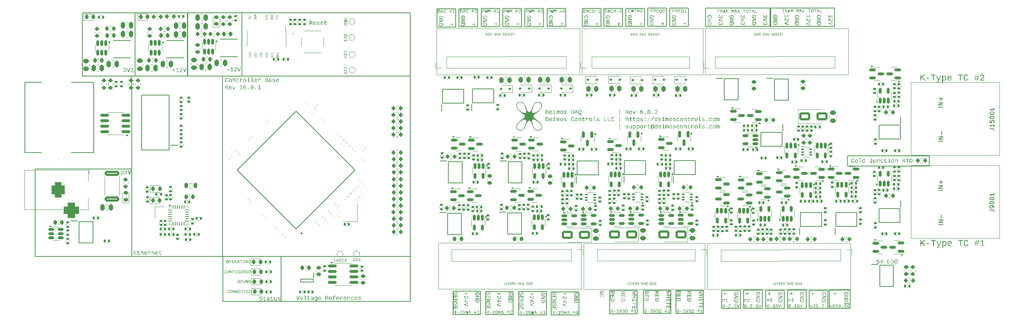
<source format=gto>
G04 #@! TF.GenerationSoftware,KiCad,Pcbnew,8.0.9-8.0.9-0~ubuntu24.04.1*
G04 #@! TF.CreationDate,2025-10-26T13:13:23-04:00*
G04 #@! TF.ProjectId,analog_i,616e616c-6f67-45f6-992e-6b696361645f,rev?*
G04 #@! TF.SameCoordinates,Original*
G04 #@! TF.FileFunction,Legend,Top*
G04 #@! TF.FilePolarity,Positive*
%FSLAX46Y46*%
G04 Gerber Fmt 4.6, Leading zero omitted, Abs format (unit mm)*
G04 Created by KiCad (PCBNEW 8.0.9-8.0.9-0~ubuntu24.04.1) date 2025-10-26 13:13:23*
%MOMM*%
%LPD*%
G01*
G04 APERTURE LIST*
G04 Aperture macros list*
%AMRoundRect*
0 Rectangle with rounded corners*
0 $1 Rounding radius*
0 $2 $3 $4 $5 $6 $7 $8 $9 X,Y pos of 4 corners*
0 Add a 4 corners polygon primitive as box body*
4,1,4,$2,$3,$4,$5,$6,$7,$8,$9,$2,$3,0*
0 Add four circle primitives for the rounded corners*
1,1,$1+$1,$2,$3*
1,1,$1+$1,$4,$5*
1,1,$1+$1,$6,$7*
1,1,$1+$1,$8,$9*
0 Add four rect primitives between the rounded corners*
20,1,$1+$1,$2,$3,$4,$5,0*
20,1,$1+$1,$4,$5,$6,$7,0*
20,1,$1+$1,$6,$7,$8,$9,0*
20,1,$1+$1,$8,$9,$2,$3,0*%
%AMRotRect*
0 Rectangle, with rotation*
0 The origin of the aperture is its center*
0 $1 length*
0 $2 width*
0 $3 Rotation angle, in degrees counterclockwise*
0 Add horizontal line*
21,1,$1,$2,0,0,$3*%
G04 Aperture macros list end*
%ADD10C,0.150000*%
%ADD11C,0.200000*%
%ADD12C,0.125000*%
%ADD13C,0.120000*%
%ADD14C,0.250000*%
%ADD15C,0.100000*%
%ADD16C,0.010000*%
%ADD17RoundRect,0.150000X0.587500X0.150000X-0.587500X0.150000X-0.587500X-0.150000X0.587500X-0.150000X0*%
%ADD18RoundRect,0.250000X0.262500X0.450000X-0.262500X0.450000X-0.262500X-0.450000X0.262500X-0.450000X0*%
%ADD19RoundRect,0.140000X-0.170000X0.140000X-0.170000X-0.140000X0.170000X-0.140000X0.170000X0.140000X0*%
%ADD20R,0.740000X2.400000*%
%ADD21C,1.000000*%
%ADD22R,1.525000X0.700000*%
%ADD23RoundRect,0.225000X0.225000X0.250000X-0.225000X0.250000X-0.225000X-0.250000X0.225000X-0.250000X0*%
%ADD24RoundRect,0.200000X-0.200000X-0.275000X0.200000X-0.275000X0.200000X0.275000X-0.200000X0.275000X0*%
%ADD25RoundRect,0.140000X0.170000X-0.140000X0.170000X0.140000X-0.170000X0.140000X-0.170000X-0.140000X0*%
%ADD26RoundRect,0.150000X-0.512500X-0.150000X0.512500X-0.150000X0.512500X0.150000X-0.512500X0.150000X0*%
%ADD27RoundRect,0.135000X-0.185000X0.135000X-0.185000X-0.135000X0.185000X-0.135000X0.185000X0.135000X0*%
%ADD28RoundRect,0.150000X-0.150000X0.512500X-0.150000X-0.512500X0.150000X-0.512500X0.150000X0.512500X0*%
%ADD29RoundRect,0.200000X0.275000X-0.200000X0.275000X0.200000X-0.275000X0.200000X-0.275000X-0.200000X0*%
%ADD30RoundRect,0.135000X0.185000X-0.135000X0.185000X0.135000X-0.185000X0.135000X-0.185000X-0.135000X0*%
%ADD31RoundRect,0.150000X-0.587500X-0.150000X0.587500X-0.150000X0.587500X0.150000X-0.587500X0.150000X0*%
%ADD32RoundRect,0.200000X-0.275000X0.200000X-0.275000X-0.200000X0.275000X-0.200000X0.275000X0.200000X0*%
%ADD33RoundRect,0.135000X0.135000X0.185000X-0.135000X0.185000X-0.135000X-0.185000X0.135000X-0.185000X0*%
%ADD34RoundRect,0.112500X0.187500X0.112500X-0.187500X0.112500X-0.187500X-0.112500X0.187500X-0.112500X0*%
%ADD35RoundRect,0.140000X0.140000X0.170000X-0.140000X0.170000X-0.140000X-0.170000X0.140000X-0.170000X0*%
%ADD36RoundRect,0.140000X-0.021213X0.219203X-0.219203X0.021213X0.021213X-0.219203X0.219203X-0.021213X0*%
%ADD37RoundRect,0.135000X-0.135000X-0.185000X0.135000X-0.185000X0.135000X0.185000X-0.135000X0.185000X0*%
%ADD38RoundRect,0.140000X0.021213X-0.219203X0.219203X-0.021213X-0.021213X0.219203X-0.219203X0.021213X0*%
%ADD39RoundRect,0.135000X-0.035355X0.226274X-0.226274X0.035355X0.035355X-0.226274X0.226274X-0.035355X0*%
%ADD40RoundRect,0.200000X0.200000X0.275000X-0.200000X0.275000X-0.200000X-0.275000X0.200000X-0.275000X0*%
%ADD41RoundRect,0.140000X-0.140000X-0.170000X0.140000X-0.170000X0.140000X0.170000X-0.140000X0.170000X0*%
%ADD42R,0.700000X1.525000*%
%ADD43RoundRect,0.218750X-0.218750X-0.256250X0.218750X-0.256250X0.218750X0.256250X-0.218750X0.256250X0*%
%ADD44RoundRect,0.225000X0.250000X-0.225000X0.250000X0.225000X-0.250000X0.225000X-0.250000X-0.225000X0*%
%ADD45RoundRect,0.225000X-0.250000X0.225000X-0.250000X-0.225000X0.250000X-0.225000X0.250000X0.225000X0*%
%ADD46RoundRect,0.250000X-0.250000X-0.475000X0.250000X-0.475000X0.250000X0.475000X-0.250000X0.475000X0*%
%ADD47RoundRect,0.140000X-0.219203X-0.021213X-0.021213X-0.219203X0.219203X0.021213X0.021213X0.219203X0*%
%ADD48RoundRect,0.250000X0.250000X0.475000X-0.250000X0.475000X-0.250000X-0.475000X0.250000X-0.475000X0*%
%ADD49RotRect,0.300000X1.475000X225.000000*%
%ADD50RotRect,0.300000X1.475000X135.000000*%
%ADD51RoundRect,0.150000X0.512500X0.150000X-0.512500X0.150000X-0.512500X-0.150000X0.512500X-0.150000X0*%
%ADD52RoundRect,0.250000X-0.450000X0.262500X-0.450000X-0.262500X0.450000X-0.262500X0.450000X0.262500X0*%
%ADD53RoundRect,0.225000X-0.225000X-0.250000X0.225000X-0.250000X0.225000X0.250000X-0.225000X0.250000X0*%
%ADD54RoundRect,0.150000X0.150000X-0.512500X0.150000X0.512500X-0.150000X0.512500X-0.150000X-0.512500X0*%
%ADD55RoundRect,0.112500X-0.187500X-0.112500X0.187500X-0.112500X0.187500X0.112500X-0.187500X0.112500X0*%
%ADD56R,1.900000X1.900000*%
%ADD57O,1.900000X1.900000*%
%ADD58RoundRect,0.250000X1.000000X0.650000X-1.000000X0.650000X-1.000000X-0.650000X1.000000X-0.650000X0*%
%ADD59RoundRect,0.140000X0.219203X0.021213X0.021213X0.219203X-0.219203X-0.021213X-0.021213X-0.219203X0*%
%ADD60C,5.000000*%
%ADD61R,1.900000X3.400000*%
%ADD62RoundRect,0.250000X-1.000000X-0.650000X1.000000X-0.650000X1.000000X0.650000X-1.000000X0.650000X0*%
%ADD63C,3.250000*%
%ADD64R,1.400000X1.400000*%
%ADD65C,1.400000*%
%ADD66C,2.400000*%
%ADD67RoundRect,0.150000X-0.150000X0.587500X-0.150000X-0.587500X0.150000X-0.587500X0.150000X0.587500X0*%
%ADD68RoundRect,0.250000X-1.425000X0.362500X-1.425000X-0.362500X1.425000X-0.362500X1.425000X0.362500X0*%
%ADD69R,0.600000X1.200000*%
%ADD70RoundRect,0.100000X0.225000X0.100000X-0.225000X0.100000X-0.225000X-0.100000X0.225000X-0.100000X0*%
%ADD71RoundRect,0.100000X-0.225000X-0.100000X0.225000X-0.100000X0.225000X0.100000X-0.225000X0.100000X0*%
%ADD72RoundRect,0.150000X0.825000X0.150000X-0.825000X0.150000X-0.825000X-0.150000X0.825000X-0.150000X0*%
%ADD73R,1.200000X1.400000*%
%ADD74C,2.700000*%
%ADD75C,3.000000*%
%ADD76RoundRect,0.150000X-0.825000X-0.150000X0.825000X-0.150000X0.825000X0.150000X-0.825000X0.150000X0*%
%ADD77RoundRect,0.225000X0.335876X0.017678X0.017678X0.335876X-0.335876X-0.017678X-0.017678X-0.335876X0*%
%ADD78RoundRect,0.250000X0.450000X-0.262500X0.450000X0.262500X-0.450000X0.262500X-0.450000X-0.262500X0*%
%ADD79RoundRect,0.218750X0.256250X-0.218750X0.256250X0.218750X-0.256250X0.218750X-0.256250X-0.218750X0*%
%ADD80RoundRect,0.062500X-0.375000X-0.062500X0.375000X-0.062500X0.375000X0.062500X-0.375000X0.062500X0*%
%ADD81RoundRect,0.062500X-0.062500X-0.375000X0.062500X-0.375000X0.062500X0.375000X-0.062500X0.375000X0*%
%ADD82R,2.500000X2.500000*%
%ADD83RoundRect,0.135000X0.035355X-0.226274X0.226274X-0.035355X-0.035355X0.226274X-0.226274X0.035355X0*%
%ADD84R,0.800000X0.900000*%
%ADD85R,3.500000X3.500000*%
%ADD86RoundRect,0.750000X-0.750000X-1.000000X0.750000X-1.000000X0.750000X1.000000X-0.750000X1.000000X0*%
%ADD87RoundRect,0.875000X-0.875000X-0.875000X0.875000X-0.875000X0.875000X0.875000X-0.875000X0.875000X0*%
%ADD88R,1.000000X0.750000*%
%ADD89RoundRect,0.218750X0.218750X0.381250X-0.218750X0.381250X-0.218750X-0.381250X0.218750X-0.381250X0*%
%ADD90R,1.645000X0.800000*%
%ADD91RoundRect,0.225000X0.017678X-0.335876X0.335876X-0.017678X-0.017678X0.335876X-0.335876X0.017678X0*%
G04 APERTURE END LIST*
D10*
X177496200Y-61925800D02*
X181808800Y-61925800D01*
X181808800Y-66112000D01*
X177496200Y-66112000D01*
X177496200Y-61925800D01*
D11*
X35743473Y-99147597D02*
X58141400Y-99147597D01*
X58141400Y-119343800D01*
X35743473Y-119343800D01*
X35743473Y-99147597D01*
D10*
X58141400Y-77678800D02*
X79152800Y-77678800D01*
X79152800Y-119343800D01*
X58141400Y-119343800D01*
X58141400Y-77678800D01*
D11*
X46671273Y-62991301D02*
X58883073Y-62991301D01*
X58883073Y-77681197D01*
X46671273Y-77681197D01*
X46671273Y-62991301D01*
X58883073Y-62991301D02*
X71023073Y-62991301D01*
X71023073Y-77661301D01*
X58883073Y-77661301D01*
X58883073Y-62991301D01*
D10*
X79155400Y-119387800D02*
X92680800Y-119387800D01*
X92680800Y-129827800D01*
X79155400Y-129827800D01*
X79155400Y-119387800D01*
X172438900Y-61956000D02*
X176751500Y-61956000D01*
X176751500Y-66142200D01*
X172438900Y-66142200D01*
X172438900Y-61956000D01*
X205978700Y-61901400D02*
X220633100Y-61901400D01*
X220633100Y-66087600D01*
X205978700Y-66087600D01*
X205978700Y-61901400D01*
D11*
X71029073Y-62991301D02*
X83623073Y-62991301D01*
X83623073Y-77642501D01*
X71029073Y-77642501D01*
X71029073Y-62991301D01*
D10*
X83616273Y-62976301D02*
X122530400Y-62976301D01*
X122530400Y-77678800D01*
X83616273Y-77678800D01*
X83616273Y-62976301D01*
X138933900Y-62012200D02*
X143246500Y-62012200D01*
X143246500Y-66198400D01*
X138933900Y-66198400D01*
X138933900Y-62012200D01*
X224051000Y-130340500D02*
X222933400Y-130340500D01*
X167333500Y-61981400D02*
X171646100Y-61981400D01*
X171646100Y-66167600D01*
X167333500Y-66167600D01*
X167333500Y-61981400D01*
X183995750Y-127221600D02*
X190365750Y-127221600D01*
X190365750Y-132601600D01*
X183995750Y-132601600D01*
X183995750Y-127221600D01*
X190867000Y-61901400D02*
X205753600Y-61901400D01*
X205753600Y-66087600D01*
X190867000Y-66087600D01*
X190867000Y-61901400D01*
X149068500Y-62012200D02*
X153381100Y-62012200D01*
X153381100Y-66198400D01*
X149068500Y-66198400D01*
X149068500Y-62012200D01*
X128748500Y-62088400D02*
X133061100Y-62088400D01*
X133061100Y-66274600D01*
X128748500Y-66274600D01*
X128748500Y-62088400D01*
X147633000Y-127517800D02*
X154003000Y-127517800D01*
X154003000Y-132897800D01*
X147633000Y-132897800D01*
X147633000Y-127517800D01*
X155183000Y-127557800D02*
X161553000Y-127557800D01*
X161553000Y-132937800D01*
X155183000Y-132937800D01*
X155183000Y-127557800D01*
X214833500Y-127216300D02*
X219146100Y-127216300D01*
X219146100Y-131402500D01*
X214833500Y-131402500D01*
X214833500Y-127216300D01*
X209807000Y-127206000D02*
X214119600Y-127206000D01*
X214119600Y-131392200D01*
X209807000Y-131392200D01*
X209807000Y-127206000D01*
X168654150Y-127272400D02*
X175024150Y-127272400D01*
X175024150Y-132652400D01*
X168654150Y-132652400D01*
X168654150Y-127272400D01*
X219509800Y-127180600D02*
X224305000Y-127180600D01*
X224305000Y-131366800D01*
X219509800Y-131366800D01*
X219509800Y-127180600D01*
X194567000Y-127231400D02*
X198879600Y-127231400D01*
X198879600Y-131417600D01*
X194567000Y-131417600D01*
X194567000Y-127231400D01*
X154196600Y-61976500D02*
X158509200Y-61976500D01*
X158509200Y-66162700D01*
X154196600Y-66162700D01*
X154196600Y-61976500D01*
X199647000Y-127206000D02*
X203959600Y-127206000D01*
X203959600Y-131392200D01*
X199647000Y-131392200D01*
X199647000Y-127206000D01*
X92680800Y-119378425D02*
X122530400Y-119378425D01*
X122530400Y-129827800D01*
X92680800Y-129827800D01*
X92680800Y-119378425D01*
X79152800Y-77678800D02*
X122530400Y-77678800D01*
X122530400Y-119378425D01*
X79152800Y-119378425D01*
X79152800Y-77678800D01*
D11*
X223709200Y-96073564D02*
X242609200Y-96073564D01*
X242609200Y-98443564D01*
X223709200Y-98443564D01*
X223709200Y-96073564D01*
D10*
X143988500Y-62012200D02*
X148301100Y-62012200D01*
X148301100Y-66198400D01*
X143988500Y-66198400D01*
X143988500Y-62012200D01*
X139993000Y-127487800D02*
X146363000Y-127487800D01*
X146363000Y-132867800D01*
X139993000Y-132867800D01*
X139993000Y-127487800D01*
X162307000Y-61981400D02*
X166619600Y-61981400D01*
X166619600Y-66167600D01*
X162307000Y-66167600D01*
X162307000Y-61981400D01*
X204777800Y-127216300D02*
X209090400Y-127216300D01*
X209090400Y-131402500D01*
X204777800Y-131402500D01*
X204777800Y-127216300D01*
X182601600Y-61925800D02*
X186914200Y-61925800D01*
X186914200Y-66112000D01*
X182601600Y-66112000D01*
X182601600Y-61925800D01*
X176478950Y-127237000D02*
X182848950Y-127237000D01*
X182848950Y-132617000D01*
X176478950Y-132617000D01*
X176478950Y-127237000D01*
X133828500Y-62037600D02*
X138141100Y-62037600D01*
X138141100Y-66223800D01*
X133828500Y-66223800D01*
X133828500Y-62037600D01*
X132413000Y-127467800D02*
X138783000Y-127467800D01*
X138783000Y-132847800D01*
X132413000Y-132847800D01*
X132413000Y-127467800D01*
G36*
X155659814Y-128382782D02*
G01*
X155607317Y-128378353D01*
X155560104Y-128365064D01*
X155512614Y-128339029D01*
X155472024Y-128301423D01*
X155462954Y-128290214D01*
X155435450Y-128246059D01*
X155414702Y-128194377D01*
X155402294Y-128144088D01*
X155394850Y-128088269D01*
X155392437Y-128037529D01*
X155392368Y-128026920D01*
X155394485Y-127970341D01*
X155400834Y-127918391D01*
X155415886Y-127856322D01*
X155438463Y-127802482D01*
X155468566Y-127756870D01*
X155506195Y-127719485D01*
X155551349Y-127690329D01*
X155604029Y-127669400D01*
X155633191Y-127662021D01*
X155658104Y-127789272D01*
X155609103Y-127805339D01*
X155565780Y-127832268D01*
X155533540Y-127868895D01*
X155511430Y-127915301D01*
X155499295Y-127965752D01*
X155494857Y-128017888D01*
X155494706Y-128030340D01*
X155497362Y-128081646D01*
X155506700Y-128131519D01*
X155524961Y-128177191D01*
X155537204Y-128196181D01*
X155574092Y-128230710D01*
X155621010Y-128249303D01*
X155657860Y-128252845D01*
X155706272Y-128245735D01*
X155736018Y-128230375D01*
X155770930Y-128195102D01*
X155785355Y-128171756D01*
X155805685Y-128125269D01*
X155816618Y-128089691D01*
X155829265Y-128040887D01*
X155840309Y-127997367D01*
X155854323Y-127946015D01*
X155869139Y-127897732D01*
X155887331Y-127848983D01*
X155891600Y-127839586D01*
X155917527Y-127794999D01*
X155943380Y-127764359D01*
X155983260Y-127734592D01*
X156010302Y-127721861D01*
X156059822Y-127709829D01*
X156098963Y-127707451D01*
X156148277Y-127711436D01*
X156198224Y-127725751D01*
X156241333Y-127750477D01*
X156277603Y-127785613D01*
X156281656Y-127790737D01*
X156309759Y-127837037D01*
X156327763Y-127884987D01*
X156339619Y-127939879D01*
X156344888Y-127992455D01*
X156345892Y-128030340D01*
X156344063Y-128082515D01*
X156337306Y-128137287D01*
X156325570Y-128185491D01*
X156306061Y-128232538D01*
X156293868Y-128252845D01*
X156259101Y-128292432D01*
X156218725Y-128321424D01*
X156169433Y-128344585D01*
X156118990Y-128360067D01*
X156095787Y-128230863D01*
X156145223Y-128215688D01*
X156187435Y-128190179D01*
X156211070Y-128164917D01*
X156234316Y-128118785D01*
X156244730Y-128070304D01*
X156246974Y-128029607D01*
X156243408Y-127973598D01*
X156229715Y-127918918D01*
X156200760Y-127872402D01*
X156157827Y-127844493D01*
X156100916Y-127835190D01*
X156051549Y-127843732D01*
X156033994Y-127853264D01*
X155999289Y-127889787D01*
X155991496Y-127902845D01*
X155971901Y-127948295D01*
X155963652Y-127975629D01*
X155950901Y-128024273D01*
X155940449Y-128064778D01*
X155927603Y-128114246D01*
X155913582Y-128163162D01*
X155900393Y-128202042D01*
X155879615Y-128248571D01*
X155863512Y-128276536D01*
X155833324Y-128315390D01*
X155814908Y-128332468D01*
X155773835Y-128358930D01*
X155748963Y-128369349D01*
X155699389Y-128380565D01*
X155659814Y-128382782D01*
G37*
G36*
X155408000Y-128559370D02*
G01*
X156330260Y-128559370D01*
X156330260Y-129190493D01*
X156223038Y-129190493D01*
X156223038Y-128690528D01*
X155939472Y-128690528D01*
X155939472Y-129149460D01*
X155833715Y-129149460D01*
X155833715Y-128690528D01*
X155515222Y-128690528D01*
X155515222Y-129218825D01*
X155408000Y-129218825D01*
X155408000Y-128559370D01*
G37*
G36*
X155408000Y-129862405D02*
G01*
X156179807Y-129505322D01*
X156124913Y-129510131D01*
X156072354Y-129513898D01*
X156021339Y-129516141D01*
X156006394Y-129516313D01*
X155408000Y-129516313D01*
X155408000Y-129399565D01*
X156330260Y-129399565D01*
X156330260Y-129551973D01*
X155552836Y-129914673D01*
X155601440Y-129909224D01*
X155654660Y-129904954D01*
X155706335Y-129902655D01*
X155739926Y-129902217D01*
X156330260Y-129902217D01*
X156330260Y-130020430D01*
X155408000Y-130020430D01*
X155408000Y-129862405D01*
G37*
G36*
X155659814Y-130903368D02*
G01*
X155607317Y-130898939D01*
X155560104Y-130885650D01*
X155512614Y-130859615D01*
X155472024Y-130822010D01*
X155462954Y-130810800D01*
X155435450Y-130766645D01*
X155414702Y-130714964D01*
X155402294Y-130664674D01*
X155394850Y-130608855D01*
X155392437Y-130558115D01*
X155392368Y-130547506D01*
X155394485Y-130490927D01*
X155400834Y-130438977D01*
X155415886Y-130376909D01*
X155438463Y-130323068D01*
X155468566Y-130277456D01*
X155506195Y-130240071D01*
X155551349Y-130210915D01*
X155604029Y-130189986D01*
X155633191Y-130182608D01*
X155658104Y-130309858D01*
X155609103Y-130325925D01*
X155565780Y-130352854D01*
X155533540Y-130389481D01*
X155511430Y-130435887D01*
X155499295Y-130486338D01*
X155494857Y-130538474D01*
X155494706Y-130550926D01*
X155497362Y-130602232D01*
X155506700Y-130652106D01*
X155524961Y-130697777D01*
X155537204Y-130716767D01*
X155574092Y-130751297D01*
X155621010Y-130769890D01*
X155657860Y-130773431D01*
X155706272Y-130766321D01*
X155736018Y-130750961D01*
X155770930Y-130715688D01*
X155785355Y-130692342D01*
X155805685Y-130645855D01*
X155816618Y-130610277D01*
X155829265Y-130561473D01*
X155840309Y-130517953D01*
X155854323Y-130466601D01*
X155869139Y-130418318D01*
X155887331Y-130369569D01*
X155891600Y-130360172D01*
X155917527Y-130315585D01*
X155943380Y-130284945D01*
X155983260Y-130255178D01*
X156010302Y-130242447D01*
X156059822Y-130230415D01*
X156098963Y-130228037D01*
X156148277Y-130232022D01*
X156198224Y-130246337D01*
X156241333Y-130271063D01*
X156277603Y-130306199D01*
X156281656Y-130311324D01*
X156309759Y-130357623D01*
X156327763Y-130405573D01*
X156339619Y-130460465D01*
X156344888Y-130513041D01*
X156345892Y-130550926D01*
X156344063Y-130603101D01*
X156337306Y-130657873D01*
X156325570Y-130706077D01*
X156306061Y-130753125D01*
X156293868Y-130773431D01*
X156259101Y-130813018D01*
X156218725Y-130842010D01*
X156169433Y-130865171D01*
X156118990Y-130880654D01*
X156095787Y-130751449D01*
X156145223Y-130736274D01*
X156187435Y-130710766D01*
X156211070Y-130685504D01*
X156234316Y-130639371D01*
X156244730Y-130590890D01*
X156246974Y-130550193D01*
X156243408Y-130494184D01*
X156229715Y-130439504D01*
X156200760Y-130392988D01*
X156157827Y-130365079D01*
X156100916Y-130355776D01*
X156051549Y-130364319D01*
X156033994Y-130373850D01*
X155999289Y-130410373D01*
X155991496Y-130423431D01*
X155971901Y-130468882D01*
X155963652Y-130496215D01*
X155950901Y-130544859D01*
X155940449Y-130585364D01*
X155927603Y-130634832D01*
X155913582Y-130683748D01*
X155900393Y-130722629D01*
X155879615Y-130769157D01*
X155863512Y-130797123D01*
X155833324Y-130835977D01*
X155814908Y-130853054D01*
X155773835Y-130879516D01*
X155748963Y-130889935D01*
X155699389Y-130901151D01*
X155659814Y-130903368D01*
G37*
G36*
X155408000Y-131079956D02*
G01*
X156330260Y-131079956D01*
X156330260Y-131711079D01*
X156223038Y-131711079D01*
X156223038Y-131211114D01*
X155939472Y-131211114D01*
X155939472Y-131670047D01*
X155833715Y-131670047D01*
X155833715Y-131211114D01*
X155515222Y-131211114D01*
X155515222Y-131739412D01*
X155408000Y-131739412D01*
X155408000Y-131079956D01*
G37*
G36*
X205560257Y-128079477D02*
G01*
X205266188Y-128079477D01*
X205266188Y-127978604D01*
X205560257Y-127978604D01*
X205560257Y-127687223D01*
X205660640Y-127687223D01*
X205660640Y-127978604D01*
X205954465Y-127978604D01*
X205954465Y-128079477D01*
X205660640Y-128079477D01*
X205660640Y-128370858D01*
X205560257Y-128370858D01*
X205560257Y-128079477D01*
G37*
G36*
X177058530Y-132102674D02*
G01*
X176929375Y-132102674D01*
X176929375Y-131965116D01*
X177058530Y-131965116D01*
X177058530Y-132102674D01*
G37*
G36*
X177036857Y-131654823D02*
G01*
X177081480Y-131663799D01*
X177121047Y-131679507D01*
X177155559Y-131701947D01*
X177185014Y-131731118D01*
X177197846Y-131748229D01*
X177219959Y-131787443D01*
X177234891Y-131825181D01*
X177246646Y-131867517D01*
X177255224Y-131914452D01*
X177259799Y-131955310D01*
X177262341Y-131999112D01*
X177262913Y-132033895D01*
X177261844Y-132078888D01*
X177258638Y-132121151D01*
X177253295Y-132160685D01*
X177243612Y-132206264D01*
X177230589Y-132247578D01*
X177214226Y-132284627D01*
X177194525Y-132317412D01*
X177166585Y-132350680D01*
X177134056Y-132377065D01*
X177096939Y-132396567D01*
X177055233Y-132409186D01*
X177008938Y-132414922D01*
X176992487Y-132415305D01*
X176952404Y-132412929D01*
X176908587Y-132403807D01*
X176869441Y-132387842D01*
X176834966Y-132365036D01*
X176805163Y-132335388D01*
X176792012Y-132317998D01*
X176769236Y-132278303D01*
X176753855Y-132240438D01*
X176741747Y-132198222D01*
X176732911Y-132151655D01*
X176728199Y-132111270D01*
X176725581Y-132068100D01*
X176724992Y-132033895D01*
X176825034Y-132033895D01*
X176826017Y-132080744D01*
X176828965Y-132123471D01*
X176835097Y-132169303D01*
X176844059Y-132209200D01*
X176858092Y-132248246D01*
X176865285Y-132262506D01*
X176888476Y-132294050D01*
X176921660Y-132318765D01*
X176962356Y-132332072D01*
X176993659Y-132334607D01*
X177034497Y-132329978D01*
X177073432Y-132313707D01*
X177104948Y-132285719D01*
X177121838Y-132260552D01*
X177137674Y-132224395D01*
X177149621Y-132180720D01*
X177156765Y-132137301D01*
X177160535Y-132096900D01*
X177162321Y-132052664D01*
X177162480Y-132033895D01*
X177161531Y-131986343D01*
X177158683Y-131943094D01*
X177153936Y-131904148D01*
X177145734Y-131863092D01*
X177132710Y-131823025D01*
X177123596Y-131803916D01*
X177097862Y-131769535D01*
X177064184Y-131746406D01*
X177022561Y-131734529D01*
X176996004Y-131732793D01*
X176953591Y-131737189D01*
X176913555Y-131752645D01*
X176881649Y-131779229D01*
X176864894Y-131803134D01*
X176847455Y-131843862D01*
X176837646Y-131881829D01*
X176830639Y-131926157D01*
X176826941Y-131967955D01*
X176825190Y-132014172D01*
X176825034Y-132033895D01*
X176724992Y-132033895D01*
X176726012Y-131987532D01*
X176729071Y-131944185D01*
X176734170Y-131903854D01*
X176743411Y-131857683D01*
X176755838Y-131816224D01*
X176771453Y-131779479D01*
X176790254Y-131747447D01*
X176817424Y-131715175D01*
X176849843Y-131689580D01*
X176887510Y-131670662D01*
X176930425Y-131658421D01*
X176970196Y-131653320D01*
X176995809Y-131652485D01*
X177036857Y-131654823D01*
G37*
G36*
X177512431Y-132153086D02*
G01*
X177512431Y-132065158D01*
X177820177Y-132065158D01*
X177820177Y-132153086D01*
X177512431Y-132153086D01*
G37*
G36*
X178605076Y-132204474D02*
G01*
X178601757Y-132246254D01*
X178589835Y-132288712D01*
X178569242Y-132325529D01*
X178539978Y-132356703D01*
X178535711Y-132360204D01*
X178502822Y-132381674D01*
X178464678Y-132397870D01*
X178421280Y-132408794D01*
X178379899Y-132413959D01*
X178342466Y-132415305D01*
X178300018Y-132413381D01*
X178260895Y-132407611D01*
X178219453Y-132396017D01*
X178182537Y-132379187D01*
X178154497Y-132360594D01*
X178122928Y-132330027D01*
X178098565Y-132293037D01*
X178083158Y-132255401D01*
X178073267Y-132212846D01*
X178071454Y-132199785D01*
X178173645Y-132190211D01*
X178182970Y-132231471D01*
X178202498Y-132271753D01*
X178231120Y-132301964D01*
X178268837Y-132322105D01*
X178307216Y-132331197D01*
X178342466Y-132333435D01*
X178381916Y-132330761D01*
X178423249Y-132320230D01*
X178459703Y-132299631D01*
X178485659Y-132269910D01*
X178499636Y-132231451D01*
X178502298Y-132200957D01*
X178495240Y-132161775D01*
X178477288Y-132133155D01*
X178445696Y-132107370D01*
X178409486Y-132090755D01*
X178370024Y-132080603D01*
X178329764Y-132076267D01*
X178313352Y-132075905D01*
X178257274Y-132075905D01*
X178257274Y-131990127D01*
X178311203Y-131990127D01*
X178350911Y-131987060D01*
X178390135Y-131976968D01*
X178397567Y-131974104D01*
X178432640Y-131954809D01*
X178459312Y-131928968D01*
X178477639Y-131892815D01*
X178481977Y-131859994D01*
X178476839Y-131819099D01*
X178459676Y-131783043D01*
X178445439Y-131767182D01*
X178409914Y-131745549D01*
X178370737Y-131735858D01*
X178336995Y-131733769D01*
X178294948Y-131737833D01*
X178255821Y-131751535D01*
X178231091Y-131768159D01*
X178205629Y-131797908D01*
X178189619Y-131835570D01*
X178184197Y-131865074D01*
X178084741Y-131857259D01*
X178092249Y-131817058D01*
X178107493Y-131776083D01*
X178129844Y-131740409D01*
X178159303Y-131710034D01*
X178163485Y-131706610D01*
X178199889Y-131682930D01*
X178241105Y-131666017D01*
X178281116Y-131656767D01*
X178324811Y-131652697D01*
X178337972Y-131652485D01*
X178379815Y-131654320D01*
X178424014Y-131661096D01*
X178463238Y-131672864D01*
X178501975Y-131692428D01*
X178518907Y-131704656D01*
X178547203Y-131733220D01*
X178567414Y-131766938D01*
X178579540Y-131805809D01*
X178583582Y-131849834D01*
X178579346Y-131889554D01*
X178564901Y-131929367D01*
X178542874Y-131962034D01*
X178540205Y-131965116D01*
X178509984Y-131992506D01*
X178473542Y-132013370D01*
X178435426Y-132026567D01*
X178421601Y-132029792D01*
X178421601Y-132031941D01*
X178461070Y-132038975D01*
X178500569Y-132052728D01*
X178534874Y-132072663D01*
X178554860Y-132089387D01*
X178581341Y-132121280D01*
X178598014Y-132156874D01*
X178604880Y-132196171D01*
X178605076Y-132204474D01*
G37*
G36*
X179055392Y-131655702D02*
G01*
X179097612Y-131665352D01*
X179135227Y-131681435D01*
X179168236Y-131703950D01*
X179196639Y-131732900D01*
X179220436Y-131768282D01*
X179239627Y-131810097D01*
X179254212Y-131858346D01*
X179264192Y-131913027D01*
X179268286Y-131953055D01*
X179270333Y-131995943D01*
X179270589Y-132018459D01*
X179269447Y-132064590D01*
X179266021Y-132108023D01*
X179260312Y-132148756D01*
X179249964Y-132195878D01*
X179236048Y-132238783D01*
X179218564Y-132277470D01*
X179197511Y-132311941D01*
X179167964Y-132347069D01*
X179134130Y-132374928D01*
X179096010Y-132395520D01*
X179053603Y-132408845D01*
X179006910Y-132414901D01*
X178990393Y-132415305D01*
X178947309Y-132412936D01*
X178908719Y-132405828D01*
X178870676Y-132392168D01*
X178845020Y-132377398D01*
X178813860Y-132349146D01*
X178791004Y-132315921D01*
X178774814Y-132280185D01*
X178766667Y-132254886D01*
X178861238Y-132240231D01*
X178877654Y-132277385D01*
X178904795Y-132308673D01*
X178940876Y-132328041D01*
X178979779Y-132335211D01*
X178992152Y-132335584D01*
X179032134Y-132330736D01*
X179071568Y-132313691D01*
X179101689Y-132288238D01*
X179124238Y-132258012D01*
X179142795Y-132221156D01*
X179156920Y-132178634D01*
X179165500Y-132137677D01*
X179170824Y-132092557D01*
X179172773Y-132051777D01*
X179172892Y-132043274D01*
X179152055Y-132077630D01*
X179122370Y-132106545D01*
X179097665Y-132122800D01*
X179059768Y-132139820D01*
X179019424Y-132149775D01*
X178980624Y-132152695D01*
X178937109Y-132149376D01*
X178897522Y-132139418D01*
X178861861Y-132122822D01*
X178830127Y-132099587D01*
X178813757Y-132083330D01*
X178789241Y-132050963D01*
X178770747Y-132014557D01*
X178758274Y-131974112D01*
X178751823Y-131929628D01*
X178750840Y-131902395D01*
X178851273Y-131902395D01*
X178854534Y-131943649D01*
X178865807Y-131983903D01*
X178885133Y-132018280D01*
X178892501Y-132027447D01*
X178924285Y-132054368D01*
X178962950Y-132070115D01*
X179004071Y-132074733D01*
X179044713Y-132070092D01*
X179083010Y-132056170D01*
X179116178Y-132033797D01*
X179141433Y-132004195D01*
X179158204Y-131966323D01*
X179162927Y-131928968D01*
X179160179Y-131887362D01*
X179150519Y-131845488D01*
X179133904Y-131808838D01*
X179118963Y-131787308D01*
X179088967Y-131758559D01*
X179053933Y-131740459D01*
X179013862Y-131733005D01*
X179005243Y-131732793D01*
X178963505Y-131737410D01*
X178924424Y-131753157D01*
X178892501Y-131780078D01*
X178869028Y-131815777D01*
X178856144Y-131854001D01*
X178851434Y-131893101D01*
X178851273Y-131902395D01*
X178750840Y-131902395D01*
X178753265Y-131860787D01*
X178762223Y-131816534D01*
X178777783Y-131776900D01*
X178799944Y-131741884D01*
X178819814Y-131719701D01*
X178852421Y-131693511D01*
X178889890Y-131673753D01*
X178932222Y-131660428D01*
X178972375Y-131654126D01*
X179008565Y-131652485D01*
X179055392Y-131655702D01*
G37*
G36*
X179949388Y-132204474D02*
G01*
X179946069Y-132246254D01*
X179934147Y-132288712D01*
X179913554Y-132325529D01*
X179884291Y-132356703D01*
X179880024Y-132360204D01*
X179847134Y-132381674D01*
X179808991Y-132397870D01*
X179765592Y-132408794D01*
X179724212Y-132413959D01*
X179686779Y-132415305D01*
X179644331Y-132413381D01*
X179605208Y-132407611D01*
X179563766Y-132396017D01*
X179526850Y-132379187D01*
X179498809Y-132360594D01*
X179467241Y-132330027D01*
X179442878Y-132293037D01*
X179427470Y-132255401D01*
X179417579Y-132212846D01*
X179415767Y-132199785D01*
X179517958Y-132190211D01*
X179527283Y-132231471D01*
X179546810Y-132271753D01*
X179575432Y-132301964D01*
X179613150Y-132322105D01*
X179651528Y-132331197D01*
X179686779Y-132333435D01*
X179726229Y-132330761D01*
X179767562Y-132320230D01*
X179804015Y-132299631D01*
X179829972Y-132269910D01*
X179843949Y-132231451D01*
X179846611Y-132200957D01*
X179839552Y-132161775D01*
X179821601Y-132133155D01*
X179790009Y-132107370D01*
X179753799Y-132090755D01*
X179714337Y-132080603D01*
X179674077Y-132076267D01*
X179657665Y-132075905D01*
X179601587Y-132075905D01*
X179601587Y-131990127D01*
X179655515Y-131990127D01*
X179695223Y-131987060D01*
X179734447Y-131976968D01*
X179741880Y-131974104D01*
X179776953Y-131954809D01*
X179803624Y-131928968D01*
X179821952Y-131892815D01*
X179826290Y-131859994D01*
X179821152Y-131819099D01*
X179803989Y-131783043D01*
X179789751Y-131767182D01*
X179754227Y-131745549D01*
X179715050Y-131735858D01*
X179681308Y-131733769D01*
X179639261Y-131737833D01*
X179600133Y-131751535D01*
X179575404Y-131768159D01*
X179549942Y-131797908D01*
X179533931Y-131835570D01*
X179528509Y-131865074D01*
X179429054Y-131857259D01*
X179436561Y-131817058D01*
X179451805Y-131776083D01*
X179474157Y-131740409D01*
X179503615Y-131710034D01*
X179507797Y-131706610D01*
X179544202Y-131682930D01*
X179585418Y-131666017D01*
X179625429Y-131656767D01*
X179669124Y-131652697D01*
X179682284Y-131652485D01*
X179724128Y-131654320D01*
X179768326Y-131661096D01*
X179807551Y-131672864D01*
X179846287Y-131692428D01*
X179863220Y-131704656D01*
X179891515Y-131733220D01*
X179911726Y-131766938D01*
X179923853Y-131805809D01*
X179927895Y-131849834D01*
X179923659Y-131889554D01*
X179909214Y-131929367D01*
X179887186Y-131962034D01*
X179884518Y-131965116D01*
X179854296Y-131992506D01*
X179817855Y-132013370D01*
X179779738Y-132026567D01*
X179765913Y-132029792D01*
X179765913Y-132031941D01*
X179805383Y-132038975D01*
X179844882Y-132052728D01*
X179879187Y-132072663D01*
X179899172Y-132089387D01*
X179925653Y-132121280D01*
X179942327Y-132156874D01*
X179949192Y-132196171D01*
X179949388Y-132204474D01*
G37*
G36*
X180355613Y-131652485D02*
G01*
X180396320Y-131654651D01*
X180441566Y-131662968D01*
X180482882Y-131677522D01*
X180520270Y-131698313D01*
X180553728Y-131725341D01*
X180568984Y-131741194D01*
X180595811Y-131776631D01*
X180617087Y-131816409D01*
X180632814Y-131860528D01*
X180641679Y-131900611D01*
X180646690Y-131943708D01*
X180647923Y-131980357D01*
X180645632Y-132025019D01*
X180638760Y-132068391D01*
X180627306Y-132110472D01*
X180611271Y-132151263D01*
X180600051Y-132173993D01*
X180577183Y-132211848D01*
X180550294Y-132246767D01*
X180519384Y-132278751D01*
X180484454Y-132307798D01*
X180462689Y-132323079D01*
X180502152Y-132319630D01*
X180542653Y-132317169D01*
X180551203Y-132317021D01*
X180661014Y-132317021D01*
X180661014Y-132402800D01*
X180395669Y-132402800D01*
X180395669Y-132279701D01*
X180430132Y-132251772D01*
X180459856Y-132221522D01*
X180484842Y-132188953D01*
X180505090Y-132154063D01*
X180520734Y-132116547D01*
X180531908Y-132076296D01*
X180538612Y-132033309D01*
X180540812Y-131993452D01*
X180540847Y-131987587D01*
X180539185Y-131943726D01*
X180534197Y-131904028D01*
X180524177Y-131862975D01*
X180507184Y-131822996D01*
X180493562Y-131801767D01*
X180463579Y-131771069D01*
X180426826Y-131750418D01*
X180388474Y-131740496D01*
X180356199Y-131738264D01*
X180312846Y-131742306D01*
X180275208Y-131754432D01*
X180239697Y-131777738D01*
X180217079Y-131802939D01*
X180196648Y-131838660D01*
X180183559Y-131875625D01*
X180174940Y-131917920D01*
X180171109Y-131958415D01*
X180170379Y-131987587D01*
X180172100Y-132027953D01*
X180178279Y-132071407D01*
X180188953Y-132112003D01*
X180204120Y-132149742D01*
X180206332Y-132154258D01*
X180226629Y-132189063D01*
X180251566Y-132221571D01*
X180281144Y-132251784D01*
X180315362Y-132279701D01*
X180315362Y-132402800D01*
X180050017Y-132402800D01*
X180050017Y-132317021D01*
X180159828Y-132317021D01*
X180199760Y-132318938D01*
X180240463Y-132322345D01*
X180248342Y-132323079D01*
X180216180Y-132299599D01*
X180182373Y-132269533D01*
X180152568Y-132236586D01*
X180126765Y-132200760D01*
X180110784Y-132173407D01*
X180092207Y-132133381D01*
X180078193Y-132092121D01*
X180068742Y-132049627D01*
X180063853Y-132005899D01*
X180063108Y-131980357D01*
X180065030Y-131934688D01*
X180070798Y-131892082D01*
X180080410Y-131852539D01*
X180097020Y-131809129D01*
X180119167Y-131770130D01*
X180141852Y-131740999D01*
X180173419Y-131710918D01*
X180208915Y-131687061D01*
X180248340Y-131669428D01*
X180291695Y-131658018D01*
X180330825Y-131653263D01*
X180355613Y-131652485D01*
G37*
G36*
X181625090Y-131890085D02*
G01*
X181824587Y-131890085D01*
X181873045Y-131664991D01*
X181933422Y-131664991D01*
X181885160Y-131890085D01*
X182001028Y-131890085D01*
X182001028Y-131949485D01*
X181873045Y-131949485D01*
X181836116Y-132115179D01*
X181978949Y-132115179D01*
X181978949Y-132174579D01*
X181823610Y-132174579D01*
X181775153Y-132402800D01*
X181714776Y-132402800D01*
X181762061Y-132174579D01*
X181562564Y-132174579D01*
X181516255Y-132402800D01*
X181455878Y-132402800D01*
X181501991Y-132174579D01*
X181391594Y-132174579D01*
X181391594Y-132115179D01*
X181515278Y-132115179D01*
X181576241Y-132115179D01*
X181775153Y-132115179D01*
X181811887Y-131949485D01*
X181614148Y-131949485D01*
X181576241Y-132115179D01*
X181515278Y-132115179D01*
X181552012Y-131949485D01*
X181419535Y-131949485D01*
X181419535Y-131890085D01*
X181564127Y-131890085D01*
X181612975Y-131664991D01*
X181673548Y-131664991D01*
X181625090Y-131890085D01*
G37*
G36*
X182113185Y-132402800D02*
G01*
X182113185Y-132338515D01*
X182132957Y-132301191D01*
X182155744Y-132267470D01*
X182183261Y-132233625D01*
X182197009Y-132218543D01*
X182228003Y-132187182D01*
X182259331Y-132157978D01*
X182289309Y-132131637D01*
X182322171Y-132104086D01*
X182351761Y-132080204D01*
X182382797Y-132054757D01*
X182414664Y-132026685D01*
X182445359Y-131996731D01*
X182472593Y-131965749D01*
X182477595Y-131959254D01*
X182499510Y-131924363D01*
X182513043Y-131887301D01*
X182516088Y-131860190D01*
X182510757Y-131818543D01*
X182492951Y-131782294D01*
X182478181Y-131766596D01*
X182442029Y-131745342D01*
X182403077Y-131735821D01*
X182369933Y-131733769D01*
X182329652Y-131737856D01*
X182292186Y-131751636D01*
X182268523Y-131768354D01*
X182242281Y-131800907D01*
X182227274Y-131839142D01*
X182222606Y-131865074D01*
X182121391Y-131855696D01*
X182128787Y-131816609D01*
X182143628Y-131776495D01*
X182165283Y-131741242D01*
X182193753Y-131710849D01*
X182197790Y-131707391D01*
X182233084Y-131683370D01*
X182273506Y-131666212D01*
X182313083Y-131656829D01*
X182356586Y-131652700D01*
X182369737Y-131652485D01*
X182411874Y-131654333D01*
X182456414Y-131661160D01*
X182495980Y-131673017D01*
X182535108Y-131692728D01*
X182552236Y-131705047D01*
X182580873Y-131734063D01*
X182601328Y-131768550D01*
X182613602Y-131808508D01*
X182617629Y-131847959D01*
X182617693Y-131853937D01*
X182613609Y-131893241D01*
X182601359Y-131932507D01*
X182583351Y-131967813D01*
X182575878Y-131979575D01*
X182552407Y-132011119D01*
X182523806Y-132043030D01*
X182494573Y-132071252D01*
X182461412Y-132099754D01*
X182451217Y-132107950D01*
X182417500Y-132134822D01*
X182381523Y-132164021D01*
X182350437Y-132189896D01*
X182320351Y-132215880D01*
X182294120Y-132240036D01*
X182267165Y-132268909D01*
X182243049Y-132302318D01*
X182232375Y-132322492D01*
X182629807Y-132322492D01*
X182629807Y-132402800D01*
X182113185Y-132402800D01*
G37*
G36*
X88347396Y-129337385D02*
G01*
X88342967Y-129389882D01*
X88329678Y-129437095D01*
X88303643Y-129484585D01*
X88266037Y-129525175D01*
X88254828Y-129534245D01*
X88210673Y-129561749D01*
X88158991Y-129582497D01*
X88108702Y-129594905D01*
X88052883Y-129602349D01*
X88002143Y-129604762D01*
X87991534Y-129604831D01*
X87934955Y-129602714D01*
X87883005Y-129596365D01*
X87820936Y-129581313D01*
X87767096Y-129558736D01*
X87721484Y-129528633D01*
X87684099Y-129491004D01*
X87654943Y-129445850D01*
X87634014Y-129393170D01*
X87626635Y-129364008D01*
X87753886Y-129339095D01*
X87769953Y-129388096D01*
X87796882Y-129431419D01*
X87833509Y-129463659D01*
X87879915Y-129485769D01*
X87930366Y-129497904D01*
X87982502Y-129502342D01*
X87994954Y-129502493D01*
X88046260Y-129499837D01*
X88096133Y-129490499D01*
X88141805Y-129472238D01*
X88160795Y-129459995D01*
X88195324Y-129423107D01*
X88213917Y-129376189D01*
X88217459Y-129339339D01*
X88210349Y-129290927D01*
X88194989Y-129261181D01*
X88159716Y-129226269D01*
X88136370Y-129211844D01*
X88089883Y-129191514D01*
X88054305Y-129180581D01*
X88005501Y-129167934D01*
X87961981Y-129156890D01*
X87910629Y-129142876D01*
X87862346Y-129128060D01*
X87813597Y-129109868D01*
X87804200Y-129105599D01*
X87759613Y-129079672D01*
X87728973Y-129053819D01*
X87699206Y-129013939D01*
X87686475Y-128986897D01*
X87674443Y-128937377D01*
X87672065Y-128898236D01*
X87676050Y-128848922D01*
X87690365Y-128798975D01*
X87715091Y-128755866D01*
X87750227Y-128719596D01*
X87755351Y-128715543D01*
X87801651Y-128687440D01*
X87849601Y-128669436D01*
X87904493Y-128657580D01*
X87957069Y-128652311D01*
X87994954Y-128651307D01*
X88047129Y-128653136D01*
X88101901Y-128659893D01*
X88150105Y-128671629D01*
X88197152Y-128691138D01*
X88217459Y-128703331D01*
X88257046Y-128738098D01*
X88286038Y-128778474D01*
X88309199Y-128827766D01*
X88324681Y-128878209D01*
X88195477Y-128901412D01*
X88180302Y-128851976D01*
X88154793Y-128809764D01*
X88129531Y-128786129D01*
X88083399Y-128762883D01*
X88034918Y-128752469D01*
X87994221Y-128750225D01*
X87938212Y-128753791D01*
X87883532Y-128767484D01*
X87837016Y-128796439D01*
X87809107Y-128839372D01*
X87799804Y-128896283D01*
X87808346Y-128945650D01*
X87817878Y-128963205D01*
X87854401Y-128997910D01*
X87867459Y-129005703D01*
X87912909Y-129025298D01*
X87940243Y-129033547D01*
X87988887Y-129046298D01*
X88029392Y-129056750D01*
X88078860Y-129069596D01*
X88127776Y-129083617D01*
X88166656Y-129096806D01*
X88213185Y-129117584D01*
X88241150Y-129133687D01*
X88280004Y-129163875D01*
X88297082Y-129182291D01*
X88323544Y-129223364D01*
X88333963Y-129248236D01*
X88345179Y-129297810D01*
X88347396Y-129337385D01*
G37*
G36*
X88543035Y-128936338D02*
G01*
X88543035Y-128838885D01*
X88660027Y-128838885D01*
X88699838Y-128651307D01*
X88782148Y-128651307D01*
X88782148Y-128838885D01*
X89078903Y-128838885D01*
X89078903Y-128936338D01*
X88782148Y-128936338D01*
X88782148Y-129393805D01*
X88790351Y-129444580D01*
X88811213Y-129475871D01*
X88856010Y-129497398D01*
X88907201Y-129502493D01*
X88960560Y-129500639D01*
X89010619Y-129495876D01*
X89063150Y-129488182D01*
X89111143Y-129479046D01*
X89111143Y-129573324D01*
X89060480Y-129585600D01*
X89010004Y-129594862D01*
X88959715Y-129601108D01*
X88909613Y-129604339D01*
X88881067Y-129604831D01*
X88828967Y-129601839D01*
X88778638Y-129591320D01*
X88733005Y-129570751D01*
X88714249Y-129556959D01*
X88682544Y-129517467D01*
X88665142Y-129470145D01*
X88658779Y-129418256D01*
X88658561Y-129405529D01*
X88658561Y-128936338D01*
X88543035Y-128936338D01*
G37*
G36*
X89713506Y-128825572D02*
G01*
X89764752Y-128834138D01*
X89815276Y-128851654D01*
X89857221Y-128877414D01*
X89870739Y-128889200D01*
X89904152Y-128930931D01*
X89924672Y-128975810D01*
X89936552Y-129028017D01*
X89939859Y-129079709D01*
X89939859Y-129408216D01*
X89943462Y-129457675D01*
X89954270Y-129493212D01*
X89994939Y-129520784D01*
X90009224Y-129521788D01*
X90049769Y-129516904D01*
X90049769Y-129593840D01*
X89999461Y-129602416D01*
X89954270Y-129604831D01*
X89904673Y-129598623D01*
X89860565Y-129573940D01*
X89854374Y-129567218D01*
X89831022Y-129522388D01*
X89820919Y-129473078D01*
X89818959Y-129449004D01*
X89814807Y-129449004D01*
X89788390Y-129492025D01*
X89756047Y-129531171D01*
X89716833Y-129563708D01*
X89709294Y-129568439D01*
X89664135Y-129589158D01*
X89612280Y-129601277D01*
X89559329Y-129604831D01*
X89508343Y-129601122D01*
X89459013Y-129588081D01*
X89414172Y-129562578D01*
X89395686Y-129545480D01*
X89366706Y-129504092D01*
X89348460Y-129454118D01*
X89341215Y-129401799D01*
X89340788Y-129385012D01*
X89470669Y-129385012D01*
X89478301Y-129436181D01*
X89501199Y-129476359D01*
X89544588Y-129504206D01*
X89590836Y-129510798D01*
X89641918Y-129505557D01*
X89691339Y-129488193D01*
X89707584Y-129479046D01*
X89747689Y-129446982D01*
X89779098Y-129406784D01*
X89786475Y-129393805D01*
X89805843Y-129346561D01*
X89814364Y-129298009D01*
X89814807Y-129283896D01*
X89814807Y-129222347D01*
X89684381Y-129225033D01*
X89633164Y-129227830D01*
X89584318Y-129235750D01*
X89560550Y-129243107D01*
X89516714Y-129269030D01*
X89494360Y-129293910D01*
X89475204Y-129339565D01*
X89470669Y-129385012D01*
X89340788Y-129385012D01*
X89340732Y-129382814D01*
X89345605Y-129326318D01*
X89360225Y-129277240D01*
X89392207Y-129226326D01*
X89439418Y-129187004D01*
X89488152Y-129163893D01*
X89546633Y-129148200D01*
X89596890Y-129141299D01*
X89652630Y-129138571D01*
X89814807Y-129135885D01*
X89814807Y-129093631D01*
X89811253Y-129040036D01*
X89797606Y-128989386D01*
X89778415Y-128958564D01*
X89738297Y-128930348D01*
X89690738Y-128918739D01*
X89662400Y-128917287D01*
X89611990Y-128920895D01*
X89563277Y-128935922D01*
X89545407Y-128947818D01*
X89515653Y-128989631D01*
X89503365Y-129038144D01*
X89502909Y-129042096D01*
X89373704Y-129030128D01*
X89385138Y-128981642D01*
X89409434Y-128930125D01*
X89444844Y-128888710D01*
X89491369Y-128857396D01*
X89549010Y-128836184D01*
X89603125Y-128826486D01*
X89664353Y-128823254D01*
X89713506Y-128825572D01*
G37*
G36*
X90223425Y-128936338D02*
G01*
X90223425Y-128838885D01*
X90340418Y-128838885D01*
X90380229Y-128651307D01*
X90462539Y-128651307D01*
X90462539Y-128838885D01*
X90759294Y-128838885D01*
X90759294Y-128936338D01*
X90462539Y-128936338D01*
X90462539Y-129393805D01*
X90470742Y-129444580D01*
X90491604Y-129475871D01*
X90536401Y-129497398D01*
X90587591Y-129502493D01*
X90640951Y-129500639D01*
X90691009Y-129495876D01*
X90743541Y-129488182D01*
X90791534Y-129479046D01*
X90791534Y-129573324D01*
X90740871Y-129585600D01*
X90690395Y-129594862D01*
X90640106Y-129601108D01*
X90590003Y-129604339D01*
X90561457Y-129604831D01*
X90509357Y-129601839D01*
X90459029Y-129591320D01*
X90413395Y-129570751D01*
X90394640Y-129556959D01*
X90362935Y-129517467D01*
X90345532Y-129470145D01*
X90339170Y-129418256D01*
X90338952Y-129405529D01*
X90338952Y-128936338D01*
X90223425Y-128936338D01*
G37*
G36*
X91184032Y-128838885D02*
G01*
X91184032Y-129316380D01*
X91186124Y-129366572D01*
X91194620Y-129417634D01*
X91215435Y-129464617D01*
X91217494Y-129467322D01*
X91257131Y-129496040D01*
X91307254Y-129507855D01*
X91337905Y-129509332D01*
X91389564Y-129503345D01*
X91438068Y-129482930D01*
X91477857Y-129448027D01*
X91505033Y-129404822D01*
X91520887Y-129357576D01*
X91528134Y-129308930D01*
X91529392Y-129275347D01*
X91529392Y-128838885D01*
X91653711Y-128838885D01*
X91653711Y-129428976D01*
X91653910Y-129481473D01*
X91654750Y-129534611D01*
X91657361Y-129585168D01*
X91657864Y-129589200D01*
X91541116Y-129589200D01*
X91539894Y-129570881D01*
X91538185Y-129536932D01*
X91536360Y-129485912D01*
X91535742Y-129464147D01*
X91533788Y-129464147D01*
X91505786Y-129507844D01*
X91472009Y-129545772D01*
X91435114Y-129573079D01*
X91389319Y-129592428D01*
X91340581Y-129602319D01*
X91295896Y-129604831D01*
X91245505Y-129601886D01*
X91195614Y-129591307D01*
X91149304Y-129570210D01*
X91116866Y-129543282D01*
X91089474Y-129502323D01*
X91072652Y-129455276D01*
X91063743Y-129405895D01*
X91060257Y-129348847D01*
X91060201Y-129340072D01*
X91060201Y-128838885D01*
X91184032Y-128838885D01*
G37*
G36*
X92501478Y-129374999D02*
G01*
X92496471Y-129425938D01*
X92478869Y-129476276D01*
X92448592Y-129519233D01*
X92421367Y-129543770D01*
X92377586Y-129570484D01*
X92326112Y-129589566D01*
X92274761Y-129600001D01*
X92226057Y-129604294D01*
X92200083Y-129604831D01*
X92149347Y-129603294D01*
X92096189Y-129597616D01*
X92043395Y-129586003D01*
X91994146Y-129566406D01*
X91984661Y-129561112D01*
X91943545Y-129528697D01*
X91912399Y-129486408D01*
X91892892Y-129439904D01*
X91888185Y-129422626D01*
X91997361Y-129401621D01*
X92016098Y-129449019D01*
X92050635Y-129484435D01*
X92053293Y-129486129D01*
X92102547Y-129504328D01*
X92151982Y-129511088D01*
X92200083Y-129512751D01*
X92253488Y-129509800D01*
X92305626Y-129498465D01*
X92349980Y-129474498D01*
X92378946Y-129432938D01*
X92385463Y-129391851D01*
X92372297Y-129342659D01*
X92351758Y-129319555D01*
X92309137Y-129294521D01*
X92261380Y-129277956D01*
X92248687Y-129274615D01*
X92195285Y-129260895D01*
X92139735Y-129245691D01*
X92086691Y-129229689D01*
X92037107Y-129211863D01*
X92018610Y-129203296D01*
X91975624Y-129174231D01*
X91943872Y-129138816D01*
X91923480Y-129092108D01*
X91917738Y-129041851D01*
X91923495Y-128987684D01*
X91940767Y-128940589D01*
X91969554Y-128900564D01*
X91990522Y-128881384D01*
X92036622Y-128853284D01*
X92086261Y-128836027D01*
X92136381Y-128826887D01*
X92192743Y-128823311D01*
X92201304Y-128823254D01*
X92251860Y-128825393D01*
X92303915Y-128833075D01*
X92355177Y-128848396D01*
X92394256Y-128867950D01*
X92434122Y-128899692D01*
X92463350Y-128939353D01*
X92481940Y-128986933D01*
X92484381Y-128997399D01*
X92373007Y-129010832D01*
X92353824Y-128965066D01*
X92324158Y-128939514D01*
X92276728Y-128922158D01*
X92225877Y-128915924D01*
X92201304Y-128915333D01*
X92144114Y-128919094D01*
X92092347Y-128932989D01*
X92049455Y-128965897D01*
X92033185Y-129015730D01*
X92033021Y-129022312D01*
X92045222Y-129070192D01*
X92061353Y-129089479D01*
X92104475Y-129114492D01*
X92153188Y-129129779D01*
X92235009Y-129151516D01*
X92287018Y-129165408D01*
X92336149Y-129180962D01*
X92382711Y-129199869D01*
X92395965Y-129206715D01*
X92437375Y-129235191D01*
X92471370Y-129272308D01*
X92473146Y-129274859D01*
X92494395Y-129320288D01*
X92501451Y-129371307D01*
X92501478Y-129374999D01*
G37*
G36*
X184576930Y-132128074D02*
G01*
X184447775Y-132128074D01*
X184447775Y-131990516D01*
X184576930Y-131990516D01*
X184576930Y-132128074D01*
G37*
G36*
X184555257Y-131680223D02*
G01*
X184599880Y-131689199D01*
X184639447Y-131704907D01*
X184673959Y-131727347D01*
X184703414Y-131756518D01*
X184716246Y-131773629D01*
X184738359Y-131812843D01*
X184753291Y-131850581D01*
X184765046Y-131892917D01*
X184773624Y-131939852D01*
X184778199Y-131980710D01*
X184780741Y-132024512D01*
X184781313Y-132059295D01*
X184780244Y-132104288D01*
X184777038Y-132146551D01*
X184771695Y-132186085D01*
X184762012Y-132231664D01*
X184748989Y-132272978D01*
X184732626Y-132310027D01*
X184712925Y-132342812D01*
X184684985Y-132376080D01*
X184652456Y-132402465D01*
X184615339Y-132421967D01*
X184573633Y-132434586D01*
X184527338Y-132440322D01*
X184510887Y-132440705D01*
X184470804Y-132438329D01*
X184426987Y-132429207D01*
X184387841Y-132413242D01*
X184353366Y-132390436D01*
X184323563Y-132360788D01*
X184310412Y-132343398D01*
X184287636Y-132303703D01*
X184272255Y-132265838D01*
X184260147Y-132223622D01*
X184251311Y-132177055D01*
X184246599Y-132136670D01*
X184243981Y-132093500D01*
X184243392Y-132059295D01*
X184343434Y-132059295D01*
X184344417Y-132106144D01*
X184347365Y-132148871D01*
X184353497Y-132194703D01*
X184362459Y-132234600D01*
X184376492Y-132273646D01*
X184383685Y-132287906D01*
X184406876Y-132319450D01*
X184440060Y-132344165D01*
X184480756Y-132357472D01*
X184512059Y-132360007D01*
X184552897Y-132355378D01*
X184591832Y-132339107D01*
X184623348Y-132311119D01*
X184640238Y-132285952D01*
X184656074Y-132249795D01*
X184668021Y-132206120D01*
X184675165Y-132162701D01*
X184678935Y-132122300D01*
X184680721Y-132078064D01*
X184680880Y-132059295D01*
X184679931Y-132011743D01*
X184677083Y-131968494D01*
X184672336Y-131929548D01*
X184664134Y-131888492D01*
X184651110Y-131848425D01*
X184641996Y-131829316D01*
X184616262Y-131794935D01*
X184582584Y-131771806D01*
X184540961Y-131759929D01*
X184514404Y-131758193D01*
X184471991Y-131762589D01*
X184431955Y-131778045D01*
X184400049Y-131804629D01*
X184383294Y-131828534D01*
X184365855Y-131869262D01*
X184356046Y-131907229D01*
X184349039Y-131951557D01*
X184345341Y-131993355D01*
X184343590Y-132039572D01*
X184343434Y-132059295D01*
X184243392Y-132059295D01*
X184244412Y-132012932D01*
X184247471Y-131969585D01*
X184252570Y-131929254D01*
X184261811Y-131883083D01*
X184274238Y-131841624D01*
X184289853Y-131804879D01*
X184308654Y-131772847D01*
X184335824Y-131740575D01*
X184368243Y-131714980D01*
X184405910Y-131696062D01*
X184448825Y-131683821D01*
X184488596Y-131678720D01*
X184514209Y-131677885D01*
X184555257Y-131680223D01*
G37*
G36*
X185030831Y-132178486D02*
G01*
X185030831Y-132090558D01*
X185338577Y-132090558D01*
X185338577Y-132178486D01*
X185030831Y-132178486D01*
G37*
G36*
X186123476Y-132229874D02*
G01*
X186120157Y-132271654D01*
X186108235Y-132314112D01*
X186087642Y-132350929D01*
X186058378Y-132382103D01*
X186054111Y-132385604D01*
X186021222Y-132407074D01*
X185983078Y-132423270D01*
X185939680Y-132434194D01*
X185898299Y-132439359D01*
X185860866Y-132440705D01*
X185818418Y-132438781D01*
X185779295Y-132433011D01*
X185737853Y-132421417D01*
X185700937Y-132404587D01*
X185672897Y-132385994D01*
X185641328Y-132355427D01*
X185616965Y-132318437D01*
X185601558Y-132280801D01*
X185591667Y-132238246D01*
X185589854Y-132225185D01*
X185692045Y-132215611D01*
X185701370Y-132256871D01*
X185720898Y-132297153D01*
X185749520Y-132327364D01*
X185787237Y-132347505D01*
X185825616Y-132356597D01*
X185860866Y-132358835D01*
X185900316Y-132356161D01*
X185941649Y-132345630D01*
X185978103Y-132325031D01*
X186004059Y-132295310D01*
X186018036Y-132256851D01*
X186020698Y-132226357D01*
X186013640Y-132187175D01*
X185995688Y-132158555D01*
X185964096Y-132132770D01*
X185927886Y-132116155D01*
X185888424Y-132106003D01*
X185848164Y-132101667D01*
X185831752Y-132101305D01*
X185775674Y-132101305D01*
X185775674Y-132015527D01*
X185829603Y-132015527D01*
X185869311Y-132012460D01*
X185908535Y-132002368D01*
X185915967Y-131999504D01*
X185951040Y-131980209D01*
X185977712Y-131954368D01*
X185996039Y-131918215D01*
X186000377Y-131885394D01*
X185995239Y-131844499D01*
X185978076Y-131808443D01*
X185963839Y-131792582D01*
X185928314Y-131770949D01*
X185889137Y-131761258D01*
X185855395Y-131759169D01*
X185813348Y-131763233D01*
X185774221Y-131776935D01*
X185749491Y-131793559D01*
X185724029Y-131823308D01*
X185708019Y-131860970D01*
X185702597Y-131890474D01*
X185603141Y-131882659D01*
X185610649Y-131842458D01*
X185625893Y-131801483D01*
X185648244Y-131765809D01*
X185677703Y-131735434D01*
X185681885Y-131732010D01*
X185718289Y-131708330D01*
X185759505Y-131691417D01*
X185799516Y-131682167D01*
X185843211Y-131678097D01*
X185856372Y-131677885D01*
X185898215Y-131679720D01*
X185942414Y-131686496D01*
X185981638Y-131698264D01*
X186020375Y-131717828D01*
X186037307Y-131730056D01*
X186065603Y-131758620D01*
X186085814Y-131792338D01*
X186097940Y-131831209D01*
X186101982Y-131875234D01*
X186097746Y-131914954D01*
X186083301Y-131954767D01*
X186061274Y-131987434D01*
X186058605Y-131990516D01*
X186028384Y-132017906D01*
X185991942Y-132038770D01*
X185953826Y-132051967D01*
X185940001Y-132055192D01*
X185940001Y-132057341D01*
X185979470Y-132064375D01*
X186018969Y-132078128D01*
X186053274Y-132098063D01*
X186073260Y-132114787D01*
X186099741Y-132146680D01*
X186116414Y-132182274D01*
X186123280Y-132221571D01*
X186123476Y-132229874D01*
G37*
G36*
X186573792Y-131681102D02*
G01*
X186616012Y-131690752D01*
X186653627Y-131706835D01*
X186686636Y-131729350D01*
X186715039Y-131758300D01*
X186738836Y-131793682D01*
X186758027Y-131835497D01*
X186772612Y-131883746D01*
X186782592Y-131938427D01*
X186786686Y-131978455D01*
X186788733Y-132021343D01*
X186788989Y-132043859D01*
X186787847Y-132089990D01*
X186784421Y-132133423D01*
X186778712Y-132174156D01*
X186768364Y-132221278D01*
X186754448Y-132264183D01*
X186736964Y-132302870D01*
X186715911Y-132337341D01*
X186686364Y-132372469D01*
X186652530Y-132400328D01*
X186614410Y-132420920D01*
X186572003Y-132434245D01*
X186525310Y-132440301D01*
X186508793Y-132440705D01*
X186465709Y-132438336D01*
X186427119Y-132431228D01*
X186389076Y-132417568D01*
X186363420Y-132402798D01*
X186332260Y-132374546D01*
X186309404Y-132341321D01*
X186293214Y-132305585D01*
X186285067Y-132280286D01*
X186379638Y-132265631D01*
X186396054Y-132302785D01*
X186423195Y-132334073D01*
X186459276Y-132353441D01*
X186498179Y-132360611D01*
X186510552Y-132360984D01*
X186550534Y-132356136D01*
X186589968Y-132339091D01*
X186620089Y-132313638D01*
X186642638Y-132283412D01*
X186661195Y-132246556D01*
X186675320Y-132204034D01*
X186683900Y-132163077D01*
X186689224Y-132117957D01*
X186691173Y-132077177D01*
X186691292Y-132068674D01*
X186670455Y-132103030D01*
X186640770Y-132131945D01*
X186616065Y-132148200D01*
X186578168Y-132165220D01*
X186537824Y-132175175D01*
X186499024Y-132178095D01*
X186455509Y-132174776D01*
X186415922Y-132164818D01*
X186380261Y-132148222D01*
X186348527Y-132124987D01*
X186332157Y-132108730D01*
X186307641Y-132076363D01*
X186289147Y-132039957D01*
X186276674Y-131999512D01*
X186270223Y-131955028D01*
X186269240Y-131927795D01*
X186369673Y-131927795D01*
X186372934Y-131969049D01*
X186384207Y-132009303D01*
X186403533Y-132043680D01*
X186410901Y-132052847D01*
X186442685Y-132079768D01*
X186481350Y-132095515D01*
X186522471Y-132100133D01*
X186563113Y-132095492D01*
X186601410Y-132081570D01*
X186634578Y-132059197D01*
X186659833Y-132029595D01*
X186676604Y-131991723D01*
X186681327Y-131954368D01*
X186678579Y-131912762D01*
X186668919Y-131870888D01*
X186652304Y-131834238D01*
X186637363Y-131812708D01*
X186607367Y-131783959D01*
X186572333Y-131765859D01*
X186532262Y-131758405D01*
X186523643Y-131758193D01*
X186481905Y-131762810D01*
X186442824Y-131778557D01*
X186410901Y-131805478D01*
X186387428Y-131841177D01*
X186374544Y-131879401D01*
X186369834Y-131918501D01*
X186369673Y-131927795D01*
X186269240Y-131927795D01*
X186271665Y-131886187D01*
X186280623Y-131841934D01*
X186296183Y-131802300D01*
X186318344Y-131767284D01*
X186338214Y-131745101D01*
X186370821Y-131718911D01*
X186408290Y-131699153D01*
X186450622Y-131685828D01*
X186490775Y-131679526D01*
X186526965Y-131677885D01*
X186573792Y-131681102D01*
G37*
G36*
X187467788Y-132229874D02*
G01*
X187464469Y-132271654D01*
X187452547Y-132314112D01*
X187431954Y-132350929D01*
X187402691Y-132382103D01*
X187398424Y-132385604D01*
X187365534Y-132407074D01*
X187327391Y-132423270D01*
X187283992Y-132434194D01*
X187242612Y-132439359D01*
X187205179Y-132440705D01*
X187162731Y-132438781D01*
X187123608Y-132433011D01*
X187082166Y-132421417D01*
X187045250Y-132404587D01*
X187017209Y-132385994D01*
X186985641Y-132355427D01*
X186961278Y-132318437D01*
X186945870Y-132280801D01*
X186935979Y-132238246D01*
X186934167Y-132225185D01*
X187036358Y-132215611D01*
X187045683Y-132256871D01*
X187065210Y-132297153D01*
X187093832Y-132327364D01*
X187131550Y-132347505D01*
X187169928Y-132356597D01*
X187205179Y-132358835D01*
X187244629Y-132356161D01*
X187285962Y-132345630D01*
X187322415Y-132325031D01*
X187348372Y-132295310D01*
X187362349Y-132256851D01*
X187365011Y-132226357D01*
X187357952Y-132187175D01*
X187340001Y-132158555D01*
X187308409Y-132132770D01*
X187272199Y-132116155D01*
X187232737Y-132106003D01*
X187192477Y-132101667D01*
X187176065Y-132101305D01*
X187119987Y-132101305D01*
X187119987Y-132015527D01*
X187173915Y-132015527D01*
X187213623Y-132012460D01*
X187252847Y-132002368D01*
X187260280Y-131999504D01*
X187295353Y-131980209D01*
X187322024Y-131954368D01*
X187340352Y-131918215D01*
X187344690Y-131885394D01*
X187339552Y-131844499D01*
X187322389Y-131808443D01*
X187308151Y-131792582D01*
X187272627Y-131770949D01*
X187233450Y-131761258D01*
X187199708Y-131759169D01*
X187157661Y-131763233D01*
X187118533Y-131776935D01*
X187093804Y-131793559D01*
X187068342Y-131823308D01*
X187052331Y-131860970D01*
X187046909Y-131890474D01*
X186947454Y-131882659D01*
X186954961Y-131842458D01*
X186970205Y-131801483D01*
X186992557Y-131765809D01*
X187022015Y-131735434D01*
X187026197Y-131732010D01*
X187062602Y-131708330D01*
X187103818Y-131691417D01*
X187143829Y-131682167D01*
X187187524Y-131678097D01*
X187200684Y-131677885D01*
X187242528Y-131679720D01*
X187286726Y-131686496D01*
X187325951Y-131698264D01*
X187364687Y-131717828D01*
X187381620Y-131730056D01*
X187409915Y-131758620D01*
X187430126Y-131792338D01*
X187442253Y-131831209D01*
X187446295Y-131875234D01*
X187442059Y-131914954D01*
X187427614Y-131954767D01*
X187405586Y-131987434D01*
X187402918Y-131990516D01*
X187372696Y-132017906D01*
X187336255Y-132038770D01*
X187298138Y-132051967D01*
X187284313Y-132055192D01*
X187284313Y-132057341D01*
X187323783Y-132064375D01*
X187363282Y-132078128D01*
X187397587Y-132098063D01*
X187417572Y-132114787D01*
X187444053Y-132146680D01*
X187460727Y-132182274D01*
X187467592Y-132221571D01*
X187467788Y-132229874D01*
G37*
G36*
X187874013Y-131677885D02*
G01*
X187914720Y-131680051D01*
X187959966Y-131688368D01*
X188001282Y-131702922D01*
X188038670Y-131723713D01*
X188072128Y-131750741D01*
X188087384Y-131766594D01*
X188114211Y-131802031D01*
X188135487Y-131841809D01*
X188151214Y-131885928D01*
X188160079Y-131926011D01*
X188165090Y-131969108D01*
X188166323Y-132005757D01*
X188164032Y-132050419D01*
X188157160Y-132093791D01*
X188145706Y-132135872D01*
X188129671Y-132176663D01*
X188118451Y-132199393D01*
X188095583Y-132237248D01*
X188068694Y-132272167D01*
X188037784Y-132304151D01*
X188002854Y-132333198D01*
X187981089Y-132348479D01*
X188020552Y-132345030D01*
X188061053Y-132342569D01*
X188069603Y-132342421D01*
X188179414Y-132342421D01*
X188179414Y-132428200D01*
X187914069Y-132428200D01*
X187914069Y-132305101D01*
X187948532Y-132277172D01*
X187978256Y-132246922D01*
X188003242Y-132214353D01*
X188023490Y-132179463D01*
X188039134Y-132141947D01*
X188050308Y-132101696D01*
X188057012Y-132058709D01*
X188059212Y-132018852D01*
X188059247Y-132012987D01*
X188057585Y-131969126D01*
X188052597Y-131929428D01*
X188042577Y-131888375D01*
X188025584Y-131848396D01*
X188011962Y-131827167D01*
X187981979Y-131796469D01*
X187945226Y-131775818D01*
X187906874Y-131765896D01*
X187874599Y-131763664D01*
X187831246Y-131767706D01*
X187793608Y-131779832D01*
X187758097Y-131803138D01*
X187735479Y-131828339D01*
X187715048Y-131864060D01*
X187701959Y-131901025D01*
X187693340Y-131943320D01*
X187689509Y-131983815D01*
X187688779Y-132012987D01*
X187690500Y-132053353D01*
X187696679Y-132096807D01*
X187707353Y-132137403D01*
X187722520Y-132175142D01*
X187724732Y-132179658D01*
X187745029Y-132214463D01*
X187769966Y-132246971D01*
X187799544Y-132277184D01*
X187833762Y-132305101D01*
X187833762Y-132428200D01*
X187568417Y-132428200D01*
X187568417Y-132342421D01*
X187678228Y-132342421D01*
X187718160Y-132344338D01*
X187758863Y-132347745D01*
X187766742Y-132348479D01*
X187734580Y-132324999D01*
X187700773Y-132294933D01*
X187670968Y-132261986D01*
X187645165Y-132226160D01*
X187629184Y-132198807D01*
X187610607Y-132158781D01*
X187596593Y-132117521D01*
X187587142Y-132075027D01*
X187582253Y-132031299D01*
X187581508Y-132005757D01*
X187583430Y-131960088D01*
X187589198Y-131917482D01*
X187598810Y-131877939D01*
X187615420Y-131834529D01*
X187637567Y-131795530D01*
X187660252Y-131766399D01*
X187691819Y-131736318D01*
X187727315Y-131712461D01*
X187766740Y-131694828D01*
X187810095Y-131683418D01*
X187849225Y-131678663D01*
X187874013Y-131677885D01*
G37*
G36*
X189143490Y-131915485D02*
G01*
X189342987Y-131915485D01*
X189391445Y-131690391D01*
X189451822Y-131690391D01*
X189403560Y-131915485D01*
X189519428Y-131915485D01*
X189519428Y-131974885D01*
X189391445Y-131974885D01*
X189354516Y-132140579D01*
X189497349Y-132140579D01*
X189497349Y-132199979D01*
X189342010Y-132199979D01*
X189293553Y-132428200D01*
X189233176Y-132428200D01*
X189280461Y-132199979D01*
X189080964Y-132199979D01*
X189034655Y-132428200D01*
X188974278Y-132428200D01*
X189020391Y-132199979D01*
X188909994Y-132199979D01*
X188909994Y-132140579D01*
X189033678Y-132140579D01*
X189094641Y-132140579D01*
X189293553Y-132140579D01*
X189330287Y-131974885D01*
X189132548Y-131974885D01*
X189094641Y-132140579D01*
X189033678Y-132140579D01*
X189070412Y-131974885D01*
X188937935Y-131974885D01*
X188937935Y-131915485D01*
X189082527Y-131915485D01*
X189131375Y-131690391D01*
X189191948Y-131690391D01*
X189143490Y-131915485D01*
G37*
G36*
X190156414Y-132229874D02*
G01*
X190153095Y-132271654D01*
X190141172Y-132314112D01*
X190120580Y-132350929D01*
X190091316Y-132382103D01*
X190087049Y-132385604D01*
X190054160Y-132407074D01*
X190016016Y-132423270D01*
X189972618Y-132434194D01*
X189931237Y-132439359D01*
X189893804Y-132440705D01*
X189851356Y-132438781D01*
X189812233Y-132433011D01*
X189770791Y-132421417D01*
X189733875Y-132404587D01*
X189705835Y-132385994D01*
X189674266Y-132355427D01*
X189649903Y-132318437D01*
X189634496Y-132280801D01*
X189624605Y-132238246D01*
X189622792Y-132225185D01*
X189724983Y-132215611D01*
X189734308Y-132256871D01*
X189753836Y-132297153D01*
X189782458Y-132327364D01*
X189820175Y-132347505D01*
X189858553Y-132356597D01*
X189893804Y-132358835D01*
X189933254Y-132356161D01*
X189974587Y-132345630D01*
X190011040Y-132325031D01*
X190036997Y-132295310D01*
X190050974Y-132256851D01*
X190053636Y-132226357D01*
X190046578Y-132187175D01*
X190028626Y-132158555D01*
X189997034Y-132132770D01*
X189960824Y-132116155D01*
X189921362Y-132106003D01*
X189881102Y-132101667D01*
X189864690Y-132101305D01*
X189808612Y-132101305D01*
X189808612Y-132015527D01*
X189862541Y-132015527D01*
X189902249Y-132012460D01*
X189941472Y-132002368D01*
X189948905Y-131999504D01*
X189983978Y-131980209D01*
X190010650Y-131954368D01*
X190028977Y-131918215D01*
X190033315Y-131885394D01*
X190028177Y-131844499D01*
X190011014Y-131808443D01*
X189996777Y-131792582D01*
X189961252Y-131770949D01*
X189922075Y-131761258D01*
X189888333Y-131759169D01*
X189846286Y-131763233D01*
X189807159Y-131776935D01*
X189782429Y-131793559D01*
X189756967Y-131823308D01*
X189740957Y-131860970D01*
X189735534Y-131890474D01*
X189636079Y-131882659D01*
X189643587Y-131842458D01*
X189658831Y-131801483D01*
X189681182Y-131765809D01*
X189710641Y-131735434D01*
X189714823Y-131732010D01*
X189751227Y-131708330D01*
X189792443Y-131691417D01*
X189832454Y-131682167D01*
X189876149Y-131678097D01*
X189889310Y-131677885D01*
X189931153Y-131679720D01*
X189975352Y-131686496D01*
X190014576Y-131698264D01*
X190053313Y-131717828D01*
X190070245Y-131730056D01*
X190098540Y-131758620D01*
X190118751Y-131792338D01*
X190130878Y-131831209D01*
X190134920Y-131875234D01*
X190130684Y-131914954D01*
X190116239Y-131954767D01*
X190094212Y-131987434D01*
X190091543Y-131990516D01*
X190061322Y-132017906D01*
X190024880Y-132038770D01*
X189986764Y-132051967D01*
X189972939Y-132055192D01*
X189972939Y-132057341D01*
X190012408Y-132064375D01*
X190051907Y-132078128D01*
X190086212Y-132098063D01*
X190106197Y-132114787D01*
X190132679Y-132146680D01*
X190149352Y-132182274D01*
X190156218Y-132221571D01*
X190156414Y-132229874D01*
G37*
D12*
G36*
X85385712Y-72491069D02*
G01*
X85358345Y-72490112D01*
X85333410Y-72487241D01*
X85306700Y-72481269D01*
X85283493Y-72472540D01*
X85260846Y-72458874D01*
X85252600Y-72451868D01*
X85236374Y-72432498D01*
X85224133Y-72408581D01*
X85216813Y-72384463D01*
X85212421Y-72357004D01*
X85210997Y-72331570D01*
X85210957Y-72326205D01*
X85211938Y-72301117D01*
X85215704Y-72273995D01*
X85222296Y-72250127D01*
X85233557Y-72226394D01*
X85248663Y-72207090D01*
X85251135Y-72204694D01*
X85271051Y-72190038D01*
X85295537Y-72178982D01*
X85320162Y-72172370D01*
X85348144Y-72168403D01*
X85374028Y-72167118D01*
X85379484Y-72167081D01*
X85679903Y-72167081D01*
X85679903Y-72232782D01*
X85388521Y-72232782D01*
X85363825Y-72233486D01*
X85338799Y-72236088D01*
X85312618Y-72242249D01*
X85291435Y-72252810D01*
X85274840Y-72272525D01*
X85266861Y-72295986D01*
X85264228Y-72322566D01*
X85264202Y-72325839D01*
X85265957Y-72351431D01*
X85272129Y-72375277D01*
X85285706Y-72397312D01*
X85292290Y-72403386D01*
X85314186Y-72415171D01*
X85337953Y-72421457D01*
X85363308Y-72424665D01*
X85388427Y-72425712D01*
X85392918Y-72425734D01*
X85679903Y-72425734D01*
X85679903Y-72491069D01*
X85385712Y-72491069D01*
G37*
G36*
X85626292Y-72781962D02*
G01*
X85218773Y-72781962D01*
X85218773Y-72716749D01*
X85626292Y-72716749D01*
X85626292Y-72564586D01*
X85679903Y-72564586D01*
X85679903Y-72934126D01*
X85626292Y-72934126D01*
X85626292Y-72781962D01*
G37*
G36*
X85504537Y-73169454D02*
G01*
X85679903Y-73283759D01*
X85679903Y-73354223D01*
X85459718Y-73204869D01*
X85218773Y-73368267D01*
X85218773Y-73297925D01*
X85414655Y-73169454D01*
X85218773Y-73041348D01*
X85218773Y-72970884D01*
X85459718Y-73134405D01*
X85679903Y-72985050D01*
X85679903Y-73055392D01*
X85504537Y-73169454D01*
G37*
D10*
G36*
X215615957Y-128079477D02*
G01*
X215321888Y-128079477D01*
X215321888Y-127978604D01*
X215615957Y-127978604D01*
X215615957Y-127687223D01*
X215716340Y-127687223D01*
X215716340Y-127978604D01*
X216010165Y-127978604D01*
X216010165Y-128079477D01*
X215716340Y-128079477D01*
X215716340Y-128370858D01*
X215615957Y-128370858D01*
X215615957Y-128079477D01*
G37*
G36*
X217855781Y-128313220D02*
G01*
X217825384Y-128264000D01*
X217800139Y-128214649D01*
X217780047Y-128165168D01*
X217765106Y-128115555D01*
X217755317Y-128065810D01*
X217750680Y-128015935D01*
X217750268Y-127995948D01*
X217753375Y-127944099D01*
X217762695Y-127896018D01*
X217782081Y-127843296D01*
X217810414Y-127796001D01*
X217847694Y-127754132D01*
X217877518Y-127729235D01*
X217919705Y-127701934D01*
X217966734Y-127679261D01*
X218018605Y-127661214D01*
X218075317Y-127647795D01*
X218124173Y-127640392D01*
X218176128Y-127635949D01*
X218231182Y-127634469D01*
X218288770Y-127635885D01*
X218342587Y-127640132D01*
X218392634Y-127647211D01*
X218449891Y-127660042D01*
X218501256Y-127677298D01*
X218546729Y-127698978D01*
X218586311Y-127725083D01*
X218626236Y-127762283D01*
X218657901Y-127805923D01*
X218681305Y-127856004D01*
X218696449Y-127912524D01*
X218702759Y-127964544D01*
X218703792Y-127997902D01*
X218700239Y-128054834D01*
X218689580Y-128106804D01*
X218671815Y-128153813D01*
X218646945Y-128195861D01*
X218614968Y-128232948D01*
X218575885Y-128265073D01*
X218529696Y-128292238D01*
X218476402Y-128314441D01*
X218438056Y-128196960D01*
X218483721Y-128177640D01*
X218528303Y-128148789D01*
X218566229Y-128107315D01*
X218588984Y-128057427D01*
X218596415Y-128007968D01*
X218596569Y-127999123D01*
X218591166Y-127944901D01*
X218574954Y-127898251D01*
X218543797Y-127854820D01*
X218510107Y-127827665D01*
X218460343Y-127803515D01*
X218405880Y-127788045D01*
X218351085Y-127778988D01*
X218299704Y-127774407D01*
X218243122Y-127772520D01*
X218231182Y-127772466D01*
X218164268Y-127774525D01*
X218103936Y-127780701D01*
X218050186Y-127790994D01*
X218003017Y-127805404D01*
X217950364Y-127831023D01*
X217909411Y-127863962D01*
X217880159Y-127904220D01*
X217862608Y-127951797D01*
X217856758Y-128006695D01*
X217860825Y-128057226D01*
X217871168Y-128103415D01*
X217888876Y-128151566D01*
X217908049Y-128185236D01*
X218140568Y-128185236D01*
X218140568Y-127983980D01*
X218250477Y-127983980D01*
X218250477Y-128313220D01*
X217855781Y-128313220D01*
G37*
G36*
X217765900Y-128971210D02*
G01*
X218537707Y-128614127D01*
X218482813Y-128618935D01*
X218430254Y-128622703D01*
X218379239Y-128624946D01*
X218364294Y-128625118D01*
X217765900Y-128625118D01*
X217765900Y-128508370D01*
X218688160Y-128508370D01*
X218688160Y-128660777D01*
X217910736Y-129023478D01*
X217959340Y-129018028D01*
X218012560Y-129013758D01*
X218064235Y-129011459D01*
X218097826Y-129011021D01*
X218688160Y-129011021D01*
X218688160Y-129129235D01*
X217765900Y-129129235D01*
X217765900Y-128971210D01*
G37*
G36*
X218688160Y-129562278D02*
G01*
X218686401Y-129616961D01*
X218681123Y-129668050D01*
X218669578Y-129726855D01*
X218652534Y-129780044D01*
X218629993Y-129827615D01*
X218601954Y-129869569D01*
X218575565Y-129899088D01*
X218537658Y-129931033D01*
X218494158Y-129957564D01*
X218445065Y-129978680D01*
X218390379Y-129994381D01*
X218330099Y-130004669D01*
X218277848Y-130009000D01*
X218236311Y-130009975D01*
X218181338Y-130008326D01*
X218129623Y-130003380D01*
X218081167Y-129995137D01*
X218025181Y-129980196D01*
X217974287Y-129960103D01*
X217928486Y-129934859D01*
X217887777Y-129904462D01*
X217852666Y-129869335D01*
X217823506Y-129829748D01*
X217800296Y-129785701D01*
X217783038Y-129737194D01*
X217771732Y-129684226D01*
X217766376Y-129626798D01*
X217765900Y-129602578D01*
X217765900Y-129591098D01*
X217873122Y-129591098D01*
X217876308Y-129643050D01*
X217888077Y-129696998D01*
X217908518Y-129743769D01*
X217937632Y-129783364D01*
X217963736Y-129807253D01*
X218007834Y-129834852D01*
X218060628Y-129855672D01*
X218112801Y-129868123D01*
X218171362Y-129875593D01*
X218225043Y-129878014D01*
X218236311Y-129878084D01*
X218290243Y-129876235D01*
X218339380Y-129870689D01*
X218392016Y-129859155D01*
X218444700Y-129838969D01*
X218487986Y-129811537D01*
X218498628Y-129802368D01*
X218530700Y-129765107D01*
X218554895Y-129719361D01*
X218571212Y-129665130D01*
X218578928Y-129611892D01*
X218580938Y-129562766D01*
X218580938Y-129479723D01*
X217873122Y-129479723D01*
X217873122Y-129591098D01*
X217765900Y-129591098D01*
X217765900Y-129348565D01*
X218688160Y-129348565D01*
X218688160Y-129562278D01*
G37*
G36*
X211649281Y-64181820D02*
G01*
X211618884Y-64132600D01*
X211593639Y-64083249D01*
X211573547Y-64033768D01*
X211558606Y-63984155D01*
X211548817Y-63934410D01*
X211544180Y-63884535D01*
X211543768Y-63864548D01*
X211546875Y-63812699D01*
X211556195Y-63764618D01*
X211575581Y-63711896D01*
X211603914Y-63664601D01*
X211641194Y-63622732D01*
X211671018Y-63597835D01*
X211713205Y-63570534D01*
X211760234Y-63547861D01*
X211812105Y-63529814D01*
X211868817Y-63516395D01*
X211917673Y-63508992D01*
X211969628Y-63504549D01*
X212024682Y-63503069D01*
X212082270Y-63504485D01*
X212136087Y-63508732D01*
X212186134Y-63515811D01*
X212243391Y-63528642D01*
X212294756Y-63545898D01*
X212340229Y-63567578D01*
X212379811Y-63593683D01*
X212419736Y-63630883D01*
X212451401Y-63674523D01*
X212474805Y-63724604D01*
X212489949Y-63781124D01*
X212496259Y-63833144D01*
X212497292Y-63866502D01*
X212493739Y-63923434D01*
X212483080Y-63975404D01*
X212465315Y-64022413D01*
X212440445Y-64064461D01*
X212408468Y-64101548D01*
X212369385Y-64133673D01*
X212323196Y-64160838D01*
X212269902Y-64183041D01*
X212231556Y-64065560D01*
X212277221Y-64046240D01*
X212321803Y-64017389D01*
X212359729Y-63975915D01*
X212382484Y-63926027D01*
X212389915Y-63876568D01*
X212390069Y-63867723D01*
X212384666Y-63813501D01*
X212368454Y-63766851D01*
X212337297Y-63723420D01*
X212303607Y-63696265D01*
X212253843Y-63672115D01*
X212199380Y-63656645D01*
X212144585Y-63647588D01*
X212093204Y-63643007D01*
X212036622Y-63641120D01*
X212024682Y-63641066D01*
X211957768Y-63643125D01*
X211897436Y-63649301D01*
X211843686Y-63659594D01*
X211796517Y-63674004D01*
X211743864Y-63699623D01*
X211702911Y-63732562D01*
X211673659Y-63772820D01*
X211656108Y-63820397D01*
X211650258Y-63875295D01*
X211654325Y-63925826D01*
X211664668Y-63972015D01*
X211682376Y-64020166D01*
X211701549Y-64053836D01*
X211934068Y-64053836D01*
X211934068Y-63852580D01*
X212043977Y-63852580D01*
X212043977Y-64181820D01*
X211649281Y-64181820D01*
G37*
G36*
X211559400Y-64839810D02*
G01*
X212331207Y-64482727D01*
X212276313Y-64487535D01*
X212223754Y-64491303D01*
X212172739Y-64493546D01*
X212157794Y-64493718D01*
X211559400Y-64493718D01*
X211559400Y-64376970D01*
X212481660Y-64376970D01*
X212481660Y-64529377D01*
X211704236Y-64892078D01*
X211752840Y-64886628D01*
X211806060Y-64882358D01*
X211857735Y-64880059D01*
X211891326Y-64879621D01*
X212481660Y-64879621D01*
X212481660Y-64997835D01*
X211559400Y-64997835D01*
X211559400Y-64839810D01*
G37*
G36*
X212481660Y-65430878D02*
G01*
X212479901Y-65485561D01*
X212474623Y-65536650D01*
X212463078Y-65595455D01*
X212446034Y-65648644D01*
X212423493Y-65696215D01*
X212395454Y-65738169D01*
X212369065Y-65767688D01*
X212331158Y-65799633D01*
X212287658Y-65826164D01*
X212238565Y-65847280D01*
X212183879Y-65862981D01*
X212123599Y-65873269D01*
X212071348Y-65877600D01*
X212029811Y-65878575D01*
X211974838Y-65876926D01*
X211923123Y-65871980D01*
X211874667Y-65863737D01*
X211818681Y-65848796D01*
X211767787Y-65828703D01*
X211721986Y-65803459D01*
X211681277Y-65773062D01*
X211646166Y-65737935D01*
X211617006Y-65698348D01*
X211593796Y-65654301D01*
X211576538Y-65605794D01*
X211565232Y-65552826D01*
X211559876Y-65495398D01*
X211559400Y-65471178D01*
X211559400Y-65459698D01*
X211666622Y-65459698D01*
X211669808Y-65511650D01*
X211681577Y-65565598D01*
X211702018Y-65612369D01*
X211731132Y-65651964D01*
X211757236Y-65675853D01*
X211801334Y-65703452D01*
X211854128Y-65724272D01*
X211906301Y-65736723D01*
X211964862Y-65744193D01*
X212018543Y-65746614D01*
X212029811Y-65746684D01*
X212083743Y-65744835D01*
X212132880Y-65739289D01*
X212185516Y-65727755D01*
X212238200Y-65707569D01*
X212281486Y-65680137D01*
X212292128Y-65670968D01*
X212324200Y-65633707D01*
X212348395Y-65587961D01*
X212364712Y-65533730D01*
X212372428Y-65480492D01*
X212374438Y-65431366D01*
X212374438Y-65348323D01*
X211666622Y-65348323D01*
X211666622Y-65459698D01*
X211559400Y-65459698D01*
X211559400Y-65217165D01*
X212481660Y-65217165D01*
X212481660Y-65430878D01*
G37*
G36*
X149629681Y-64318020D02*
G01*
X149599284Y-64268800D01*
X149574039Y-64219449D01*
X149553947Y-64169968D01*
X149539006Y-64120355D01*
X149529217Y-64070610D01*
X149524580Y-64020735D01*
X149524168Y-64000748D01*
X149527275Y-63948899D01*
X149536595Y-63900818D01*
X149555981Y-63848096D01*
X149584314Y-63800801D01*
X149621594Y-63758932D01*
X149651418Y-63734035D01*
X149693605Y-63706734D01*
X149740634Y-63684061D01*
X149792505Y-63666014D01*
X149849217Y-63652595D01*
X149898073Y-63645192D01*
X149950028Y-63640749D01*
X150005082Y-63639269D01*
X150062670Y-63640685D01*
X150116487Y-63644932D01*
X150166534Y-63652011D01*
X150223791Y-63664842D01*
X150275156Y-63682098D01*
X150320629Y-63703778D01*
X150360211Y-63729883D01*
X150400136Y-63767083D01*
X150431801Y-63810723D01*
X150455205Y-63860804D01*
X150470349Y-63917324D01*
X150476659Y-63969344D01*
X150477692Y-64002702D01*
X150474139Y-64059634D01*
X150463480Y-64111604D01*
X150445715Y-64158613D01*
X150420845Y-64200661D01*
X150388868Y-64237748D01*
X150349785Y-64269873D01*
X150303596Y-64297038D01*
X150250302Y-64319241D01*
X150211956Y-64201760D01*
X150257621Y-64182440D01*
X150302203Y-64153589D01*
X150340129Y-64112115D01*
X150362884Y-64062227D01*
X150370315Y-64012768D01*
X150370469Y-64003923D01*
X150365066Y-63949701D01*
X150348854Y-63903051D01*
X150317697Y-63859620D01*
X150284007Y-63832465D01*
X150234243Y-63808315D01*
X150179780Y-63792845D01*
X150124985Y-63783788D01*
X150073604Y-63779207D01*
X150017022Y-63777320D01*
X150005082Y-63777266D01*
X149938168Y-63779325D01*
X149877836Y-63785501D01*
X149824086Y-63795794D01*
X149776917Y-63810204D01*
X149724264Y-63835823D01*
X149683311Y-63868762D01*
X149654059Y-63909020D01*
X149636508Y-63956597D01*
X149630658Y-64011495D01*
X149634725Y-64062026D01*
X149645068Y-64108215D01*
X149662776Y-64156366D01*
X149681949Y-64190036D01*
X149914468Y-64190036D01*
X149914468Y-63988780D01*
X150024377Y-63988780D01*
X150024377Y-64318020D01*
X149629681Y-64318020D01*
G37*
G36*
X149539800Y-64976010D02*
G01*
X150311607Y-64618927D01*
X150256713Y-64623735D01*
X150204154Y-64627503D01*
X150153139Y-64629746D01*
X150138194Y-64629918D01*
X149539800Y-64629918D01*
X149539800Y-64513170D01*
X150462060Y-64513170D01*
X150462060Y-64665577D01*
X149684636Y-65028278D01*
X149733240Y-65022828D01*
X149786460Y-65018558D01*
X149838135Y-65016259D01*
X149871726Y-65015821D01*
X150462060Y-65015821D01*
X150462060Y-65134035D01*
X149539800Y-65134035D01*
X149539800Y-64976010D01*
G37*
G36*
X150462060Y-65567078D02*
G01*
X150460301Y-65621761D01*
X150455023Y-65672850D01*
X150443478Y-65731655D01*
X150426434Y-65784844D01*
X150403893Y-65832415D01*
X150375854Y-65874369D01*
X150349465Y-65903888D01*
X150311558Y-65935833D01*
X150268058Y-65962364D01*
X150218965Y-65983480D01*
X150164279Y-65999181D01*
X150103999Y-66009469D01*
X150051748Y-66013800D01*
X150010211Y-66014775D01*
X149955238Y-66013126D01*
X149903523Y-66008180D01*
X149855067Y-65999937D01*
X149799081Y-65984996D01*
X149748187Y-65964903D01*
X149702386Y-65939659D01*
X149661677Y-65909262D01*
X149626566Y-65874135D01*
X149597406Y-65834548D01*
X149574196Y-65790501D01*
X149556938Y-65741994D01*
X149545632Y-65689026D01*
X149540276Y-65631598D01*
X149539800Y-65607378D01*
X149539800Y-65595898D01*
X149647022Y-65595898D01*
X149650208Y-65647850D01*
X149661977Y-65701798D01*
X149682418Y-65748569D01*
X149711532Y-65788164D01*
X149737636Y-65812053D01*
X149781734Y-65839652D01*
X149834528Y-65860472D01*
X149886701Y-65872923D01*
X149945262Y-65880393D01*
X149998943Y-65882814D01*
X150010211Y-65882884D01*
X150064143Y-65881035D01*
X150113280Y-65875489D01*
X150165916Y-65863955D01*
X150218600Y-65843769D01*
X150261886Y-65816337D01*
X150272528Y-65807168D01*
X150304600Y-65769907D01*
X150328795Y-65724161D01*
X150345112Y-65669930D01*
X150352828Y-65616692D01*
X150354838Y-65567566D01*
X150354838Y-65484523D01*
X149647022Y-65484523D01*
X149647022Y-65595898D01*
X149539800Y-65595898D01*
X149539800Y-65353365D01*
X150462060Y-65353365D01*
X150462060Y-65567078D01*
G37*
G36*
X79535949Y-122957338D02*
G01*
X79537023Y-122999527D01*
X79540243Y-123038281D01*
X79546940Y-123080253D01*
X79556729Y-123117278D01*
X79572056Y-123154224D01*
X79579913Y-123167997D01*
X79604895Y-123198691D01*
X79635692Y-123220616D01*
X79672306Y-123233771D01*
X79709113Y-123238087D01*
X79714735Y-123238156D01*
X79752388Y-123233287D01*
X79787310Y-123218681D01*
X79809074Y-123203534D01*
X79836629Y-123175039D01*
X79859011Y-123141207D01*
X79876984Y-123104305D01*
X79880698Y-123095274D01*
X79962581Y-123128430D01*
X79947352Y-123162312D01*
X79924443Y-123202304D01*
X79898557Y-123236372D01*
X79869694Y-123264515D01*
X79837855Y-123286733D01*
X79803039Y-123303026D01*
X79765246Y-123313394D01*
X79724477Y-123317838D01*
X79713819Y-123318023D01*
X79672988Y-123315751D01*
X79635215Y-123308936D01*
X79593926Y-123294759D01*
X79557042Y-123274039D01*
X79524563Y-123246777D01*
X79505358Y-123224967D01*
X79484355Y-123193848D01*
X79466911Y-123158767D01*
X79453028Y-123119724D01*
X79442704Y-123076718D01*
X79437008Y-123039460D01*
X79433591Y-122999667D01*
X79432451Y-122957338D01*
X79433530Y-122914415D01*
X79436765Y-122874262D01*
X79442156Y-122836877D01*
X79454288Y-122785993D01*
X79471272Y-122741340D01*
X79493108Y-122702917D01*
X79519797Y-122670725D01*
X79551339Y-122644764D01*
X79587733Y-122625034D01*
X79628979Y-122611534D01*
X79675078Y-122604265D01*
X79708507Y-122602880D01*
X79750487Y-122605642D01*
X79789050Y-122613928D01*
X79824195Y-122627738D01*
X79855923Y-122647073D01*
X79884233Y-122671931D01*
X79909126Y-122702314D01*
X79930601Y-122738220D01*
X79948659Y-122779651D01*
X79862014Y-122813906D01*
X79848014Y-122778611D01*
X79827779Y-122745531D01*
X79802479Y-122718468D01*
X79770365Y-122697036D01*
X79734748Y-122685495D01*
X79709056Y-122683297D01*
X79667852Y-122687442D01*
X79632349Y-122699875D01*
X79599223Y-122723771D01*
X79578448Y-122749609D01*
X79559855Y-122787459D01*
X79547943Y-122828279D01*
X79540971Y-122868988D01*
X79537443Y-122906947D01*
X79535991Y-122948572D01*
X79535949Y-122957338D01*
G37*
G36*
X80359587Y-122605063D02*
G01*
X80401765Y-122613443D01*
X80439769Y-122628109D01*
X80473601Y-122649061D01*
X80503259Y-122676297D01*
X80516523Y-122692273D01*
X80539619Y-122728773D01*
X80555216Y-122763843D01*
X80567494Y-122803144D01*
X80576453Y-122846676D01*
X80581232Y-122884547D01*
X80583887Y-122925126D01*
X80584484Y-122957338D01*
X80583416Y-122999458D01*
X80580213Y-123039083D01*
X80574875Y-123076211D01*
X80565200Y-123119112D01*
X80552189Y-123158114D01*
X80535841Y-123193215D01*
X80516157Y-123224417D01*
X80488504Y-123256229D01*
X80456651Y-123281458D01*
X80420600Y-123300106D01*
X80380350Y-123312173D01*
X80343601Y-123317200D01*
X80320152Y-123318023D01*
X80281561Y-123315778D01*
X80239160Y-123307157D01*
X80201023Y-123292070D01*
X80167148Y-123270518D01*
X80137537Y-123242500D01*
X80124330Y-123226066D01*
X80101421Y-123188544D01*
X80085951Y-123152740D01*
X80073772Y-123112813D01*
X80064885Y-123068763D01*
X80060145Y-123030554D01*
X80057512Y-122989705D01*
X80056919Y-122957338D01*
X80160417Y-122957338D01*
X80161410Y-122999074D01*
X80164389Y-123037501D01*
X80170584Y-123079245D01*
X80179638Y-123116224D01*
X80193816Y-123153342D01*
X80201084Y-123167264D01*
X80223878Y-123198279D01*
X80255188Y-123222579D01*
X80292497Y-123235663D01*
X80320702Y-123238156D01*
X80359868Y-123233656D01*
X80397061Y-123217838D01*
X80426979Y-123190631D01*
X80442884Y-123166165D01*
X80457730Y-123131566D01*
X80468930Y-123090761D01*
X80475628Y-123050846D01*
X80479163Y-123014101D01*
X80480837Y-122974189D01*
X80480986Y-122957338D01*
X80479582Y-122908364D01*
X80475370Y-122864207D01*
X80468351Y-122824867D01*
X80454623Y-122779907D01*
X80435905Y-122743511D01*
X80405486Y-122710059D01*
X80367268Y-122689987D01*
X80331079Y-122683565D01*
X80321251Y-122683297D01*
X80283556Y-122687579D01*
X80243504Y-122704974D01*
X80211306Y-122735750D01*
X80191202Y-122770005D01*
X80176124Y-122812824D01*
X80168113Y-122850558D01*
X80162930Y-122893109D01*
X80160574Y-122940478D01*
X80160417Y-122957338D01*
X80056919Y-122957338D01*
X80057964Y-122915309D01*
X80061098Y-122875867D01*
X80066322Y-122839013D01*
X80075789Y-122796584D01*
X80088522Y-122758199D01*
X80104519Y-122723855D01*
X80123781Y-122693555D01*
X80151151Y-122662740D01*
X80182977Y-122638300D01*
X80219260Y-122620236D01*
X80260000Y-122608547D01*
X80297353Y-122603677D01*
X80321251Y-122602880D01*
X80359587Y-122605063D01*
G37*
G36*
X81065154Y-123306300D02*
G01*
X80797342Y-122727444D01*
X80800948Y-122768614D01*
X80803773Y-122808033D01*
X80805456Y-122846295D01*
X80805585Y-122857503D01*
X80805585Y-123306300D01*
X80718024Y-123306300D01*
X80718024Y-122614604D01*
X80832329Y-122614604D01*
X81104355Y-123197672D01*
X81100268Y-123161219D01*
X81097065Y-123121304D01*
X81095341Y-123082548D01*
X81095012Y-123057355D01*
X81095012Y-122614604D01*
X81183673Y-122614604D01*
X81183673Y-123306300D01*
X81065154Y-123306300D01*
G37*
G36*
X81463025Y-122695021D02*
G01*
X81463025Y-122942866D01*
X81811255Y-122942866D01*
X81811255Y-123024199D01*
X81463025Y-123024199D01*
X81463025Y-123306300D01*
X81364657Y-123306300D01*
X81364657Y-122614604D01*
X81823711Y-122614604D01*
X81823711Y-122695021D01*
X81463025Y-122695021D01*
G37*
G36*
X81998833Y-122614604D02*
G01*
X82422900Y-122614604D01*
X82422900Y-122695021D01*
X82260051Y-122695021D01*
X82260051Y-123225883D01*
X82422900Y-123225883D01*
X82422900Y-123306300D01*
X81998833Y-123306300D01*
X81998833Y-123225883D01*
X82161682Y-123225883D01*
X82161682Y-122695021D01*
X81998833Y-122695021D01*
X81998833Y-122614604D01*
G37*
G36*
X83092247Y-123238888D02*
G01*
X83055333Y-123261686D01*
X83018320Y-123280620D01*
X82981208Y-123295689D01*
X82943999Y-123306895D01*
X82906690Y-123314236D01*
X82869284Y-123317714D01*
X82854294Y-123318023D01*
X82815407Y-123315693D01*
X82779346Y-123308703D01*
X82739805Y-123294164D01*
X82704333Y-123272914D01*
X82672932Y-123244954D01*
X82654259Y-123222585D01*
X82633783Y-123190945D01*
X82616778Y-123155674D01*
X82603243Y-123116771D01*
X82593179Y-123074236D01*
X82587626Y-123037594D01*
X82584295Y-122998628D01*
X82583184Y-122957338D01*
X82584246Y-122914147D01*
X82587432Y-122873784D01*
X82592741Y-122836248D01*
X82602364Y-122793306D01*
X82615306Y-122754782D01*
X82631566Y-122720677D01*
X82651145Y-122690991D01*
X82679045Y-122661047D01*
X82711775Y-122637298D01*
X82749335Y-122619745D01*
X82791726Y-122608387D01*
X82830740Y-122603655D01*
X82855759Y-122602880D01*
X82898458Y-122605545D01*
X82937435Y-122613539D01*
X82972692Y-122626863D01*
X83004228Y-122645516D01*
X83032043Y-122669498D01*
X83056138Y-122698810D01*
X83076511Y-122733452D01*
X83093163Y-122773423D01*
X83005053Y-122802182D01*
X82990563Y-122767933D01*
X82968924Y-122734497D01*
X82937819Y-122706052D01*
X82900403Y-122688986D01*
X82863308Y-122683413D01*
X82856675Y-122683297D01*
X82816009Y-122687350D01*
X82781021Y-122699509D01*
X82748447Y-122722876D01*
X82728081Y-122748144D01*
X82709969Y-122785467D01*
X82698366Y-122826314D01*
X82691574Y-122867410D01*
X82688137Y-122905946D01*
X82686722Y-122948382D01*
X82686682Y-122957338D01*
X82688226Y-123007523D01*
X82692858Y-123052772D01*
X82700578Y-123093085D01*
X82711386Y-123128461D01*
X82730600Y-123167951D01*
X82755304Y-123198666D01*
X82785497Y-123220605D01*
X82821181Y-123233768D01*
X82862354Y-123238156D01*
X82900252Y-123235106D01*
X82934894Y-123227348D01*
X82971007Y-123214067D01*
X82996260Y-123199687D01*
X82996260Y-123025298D01*
X82845318Y-123025298D01*
X82845318Y-122942866D01*
X83092247Y-122942866D01*
X83092247Y-123238888D01*
G37*
G36*
X83714151Y-123055890D02*
G01*
X83712715Y-123096941D01*
X83708408Y-123134343D01*
X83699450Y-123174408D01*
X83686358Y-123209219D01*
X83665858Y-123243189D01*
X83655349Y-123255558D01*
X83626294Y-123279897D01*
X83590419Y-123298259D01*
X83554241Y-123309239D01*
X83513053Y-123315827D01*
X83474902Y-123317962D01*
X83466855Y-123318023D01*
X83429223Y-123316552D01*
X83388539Y-123310902D01*
X83352737Y-123301014D01*
X83317138Y-123284123D01*
X83288183Y-123261464D01*
X83284589Y-123257756D01*
X83262605Y-123227882D01*
X83246020Y-123191153D01*
X83236103Y-123154215D01*
X83230152Y-123112242D01*
X83228224Y-123073417D01*
X83228168Y-123065232D01*
X83228168Y-122614604D01*
X83326720Y-122614604D01*
X83326720Y-123051676D01*
X83327777Y-123088721D01*
X83331679Y-123126259D01*
X83340920Y-123165532D01*
X83356762Y-123197306D01*
X83386335Y-123222199D01*
X83421526Y-123234167D01*
X83461396Y-123238116D01*
X83466305Y-123238156D01*
X83504693Y-123235523D01*
X83540463Y-123226265D01*
X83573515Y-123205899D01*
X83582626Y-123196024D01*
X83600304Y-123163180D01*
X83609732Y-123127528D01*
X83614544Y-123089496D01*
X83616115Y-123051817D01*
X83616148Y-123045082D01*
X83616148Y-122614604D01*
X83714151Y-122614604D01*
X83714151Y-123055890D01*
G37*
G36*
X84160136Y-122616336D02*
G01*
X84199102Y-122621533D01*
X84239484Y-122631975D01*
X84274396Y-122647134D01*
X84299967Y-122663880D01*
X84327456Y-122691082D01*
X84347091Y-122723597D01*
X84358872Y-122761424D01*
X84362737Y-122798881D01*
X84362799Y-122804564D01*
X84358988Y-122845338D01*
X84347555Y-122882346D01*
X84328501Y-122915586D01*
X84314622Y-122932425D01*
X84284928Y-122958616D01*
X84250048Y-122978664D01*
X84214688Y-122991326D01*
X84185478Y-122997638D01*
X84391558Y-123306300D01*
X84278352Y-123306300D01*
X84089674Y-123008995D01*
X83967125Y-123008995D01*
X83967125Y-123306300D01*
X83868756Y-123306300D01*
X83868756Y-122931142D01*
X83967125Y-122931142D01*
X84111473Y-122931142D01*
X84150185Y-122928592D01*
X84186843Y-122919777D01*
X84219439Y-122902807D01*
X84224496Y-122898902D01*
X84248496Y-122870669D01*
X84261419Y-122834606D01*
X84263880Y-122806212D01*
X84258374Y-122767864D01*
X84238032Y-122733153D01*
X84202700Y-122709240D01*
X84160486Y-122697339D01*
X84116895Y-122693482D01*
X84107260Y-122693372D01*
X83967125Y-122693372D01*
X83967125Y-122931142D01*
X83868756Y-122931142D01*
X83868756Y-122614604D01*
X84117151Y-122614604D01*
X84160136Y-122616336D01*
G37*
G36*
X84498903Y-123306300D02*
G01*
X84498903Y-122614604D01*
X84972246Y-122614604D01*
X84972246Y-122695021D01*
X84597272Y-122695021D01*
X84597272Y-122907695D01*
X84941471Y-122907695D01*
X84941471Y-122987013D01*
X84597272Y-122987013D01*
X84597272Y-123225883D01*
X84993495Y-123225883D01*
X84993495Y-123306300D01*
X84498903Y-123306300D01*
G37*
G36*
X85330347Y-122615923D02*
G01*
X85368663Y-122619882D01*
X85412767Y-122628541D01*
X85452659Y-122641323D01*
X85488337Y-122658229D01*
X85519803Y-122679258D01*
X85541942Y-122699051D01*
X85565901Y-122727481D01*
X85585798Y-122760105D01*
X85601635Y-122796925D01*
X85613412Y-122837940D01*
X85621127Y-122883150D01*
X85624376Y-122922338D01*
X85625107Y-122953491D01*
X85623870Y-122994721D01*
X85620161Y-123033507D01*
X85613978Y-123069849D01*
X85602773Y-123111838D01*
X85587703Y-123150009D01*
X85568770Y-123184360D01*
X85545972Y-123214892D01*
X85519627Y-123241225D01*
X85489937Y-123263095D01*
X85456901Y-123280502D01*
X85420521Y-123293445D01*
X85380795Y-123301925D01*
X85337724Y-123305942D01*
X85319559Y-123306300D01*
X85129049Y-123306300D01*
X85129049Y-123225883D01*
X85227418Y-123225883D01*
X85310949Y-123225883D01*
X85349913Y-123223493D01*
X85390374Y-123214666D01*
X85425452Y-123199335D01*
X85455149Y-123177500D01*
X85473066Y-123157922D01*
X85493765Y-123124848D01*
X85509380Y-123085253D01*
X85518718Y-123046124D01*
X85524321Y-123002203D01*
X85526136Y-122961942D01*
X85526188Y-122953491D01*
X85524802Y-122913042D01*
X85520643Y-122876189D01*
X85511992Y-122836712D01*
X85496852Y-122797199D01*
X85476278Y-122764734D01*
X85469402Y-122756753D01*
X85441456Y-122732699D01*
X85407146Y-122714553D01*
X85366473Y-122702315D01*
X85326545Y-122696528D01*
X85289700Y-122695021D01*
X85227418Y-122695021D01*
X85227418Y-123225883D01*
X85129049Y-123225883D01*
X85129049Y-122614604D01*
X85289334Y-122614604D01*
X85330347Y-122615923D01*
G37*
G36*
X209074450Y-62232190D02*
G01*
X209042957Y-62278325D01*
X209013496Y-62323821D01*
X208986067Y-62368677D01*
X208960670Y-62412893D01*
X208937304Y-62456470D01*
X208915970Y-62499407D01*
X208896668Y-62541704D01*
X208879398Y-62583362D01*
X208864159Y-62624381D01*
X208850953Y-62664759D01*
X208839778Y-62704498D01*
X208830635Y-62743598D01*
X208823523Y-62782058D01*
X208816666Y-62838548D01*
X208814380Y-62893600D01*
X208711212Y-62893600D01*
X208712853Y-62848110D01*
X208717776Y-62801524D01*
X208725981Y-62753840D01*
X208734908Y-62714903D01*
X208745936Y-62675264D01*
X208759064Y-62634923D01*
X208774292Y-62593879D01*
X208778428Y-62583509D01*
X208796303Y-62541655D01*
X208816224Y-62499330D01*
X208838191Y-62456536D01*
X208862203Y-62413272D01*
X208888261Y-62369537D01*
X208909146Y-62336427D01*
X208931183Y-62303053D01*
X208954369Y-62269415D01*
X208978707Y-62235512D01*
X208573655Y-62235512D01*
X208573655Y-62155791D01*
X209074450Y-62155791D01*
X209074450Y-62232190D01*
G37*
G36*
X209560786Y-62593474D02*
G01*
X209431631Y-62593474D01*
X209431631Y-62455916D01*
X209560786Y-62455916D01*
X209560786Y-62593474D01*
G37*
G36*
X209539113Y-62145623D02*
G01*
X209583736Y-62154599D01*
X209623303Y-62170307D01*
X209657815Y-62192747D01*
X209687271Y-62221918D01*
X209700103Y-62239029D01*
X209722215Y-62278243D01*
X209737147Y-62315981D01*
X209748902Y-62358317D01*
X209757480Y-62405252D01*
X209762055Y-62446110D01*
X209764597Y-62489912D01*
X209765169Y-62524695D01*
X209764100Y-62569688D01*
X209760895Y-62611951D01*
X209755552Y-62651485D01*
X209745868Y-62697064D01*
X209732845Y-62738378D01*
X209716482Y-62775427D01*
X209696781Y-62808212D01*
X209668841Y-62841480D01*
X209636312Y-62867865D01*
X209599195Y-62887367D01*
X209557489Y-62899986D01*
X209511194Y-62905722D01*
X209494743Y-62906105D01*
X209454661Y-62903729D01*
X209410843Y-62894607D01*
X209371697Y-62878642D01*
X209337223Y-62855836D01*
X209307419Y-62826188D01*
X209294269Y-62808798D01*
X209271492Y-62769103D01*
X209256112Y-62731238D01*
X209244003Y-62689022D01*
X209235168Y-62642455D01*
X209230455Y-62602070D01*
X209227837Y-62558900D01*
X209227248Y-62524695D01*
X209327290Y-62524695D01*
X209328273Y-62571544D01*
X209331221Y-62614271D01*
X209337353Y-62660103D01*
X209346315Y-62700000D01*
X209360348Y-62739046D01*
X209367542Y-62753306D01*
X209390732Y-62784850D01*
X209423916Y-62809565D01*
X209464612Y-62822872D01*
X209495916Y-62825407D01*
X209536753Y-62820778D01*
X209575688Y-62804507D01*
X209607205Y-62776519D01*
X209624094Y-62751352D01*
X209639930Y-62715195D01*
X209651877Y-62671520D01*
X209659021Y-62628101D01*
X209662791Y-62587700D01*
X209664577Y-62543464D01*
X209664736Y-62524695D01*
X209663787Y-62477143D01*
X209660939Y-62433894D01*
X209656192Y-62394948D01*
X209647990Y-62353892D01*
X209634966Y-62313825D01*
X209625853Y-62294716D01*
X209600119Y-62260335D01*
X209566440Y-62237206D01*
X209524817Y-62225329D01*
X209498260Y-62223593D01*
X209455848Y-62227989D01*
X209415811Y-62243445D01*
X209383905Y-62270029D01*
X209367151Y-62293934D01*
X209349712Y-62334662D01*
X209339902Y-62372629D01*
X209332896Y-62416957D01*
X209329198Y-62458755D01*
X209327446Y-62504972D01*
X209327290Y-62524695D01*
X209227248Y-62524695D01*
X209228268Y-62478332D01*
X209231327Y-62434985D01*
X209236426Y-62394654D01*
X209245667Y-62348483D01*
X209258095Y-62307024D01*
X209273709Y-62270279D01*
X209292510Y-62238247D01*
X209319681Y-62205975D01*
X209352099Y-62180380D01*
X209389766Y-62161462D01*
X209432681Y-62149221D01*
X209472453Y-62144120D01*
X209498065Y-62143285D01*
X209539113Y-62145623D01*
G37*
G36*
X210122936Y-62893600D02*
G01*
X210122936Y-62511604D01*
X210122093Y-62471939D01*
X210118670Y-62431425D01*
X210109454Y-62391632D01*
X210082249Y-62361306D01*
X210060410Y-62357242D01*
X210025108Y-62374182D01*
X210003550Y-62410780D01*
X209991202Y-62451956D01*
X209984911Y-62492342D01*
X209982200Y-62533302D01*
X209981861Y-62555567D01*
X209981861Y-62893600D01*
X209888853Y-62893600D01*
X209888853Y-62421527D01*
X209888694Y-62379530D01*
X209888023Y-62337019D01*
X209885934Y-62296574D01*
X209885532Y-62293348D01*
X209967402Y-62293348D01*
X209970724Y-62361932D01*
X209970724Y-62387919D01*
X209971896Y-62387919D01*
X209987219Y-62350174D01*
X210008639Y-62317044D01*
X210018986Y-62306440D01*
X210053475Y-62286467D01*
X210090500Y-62280843D01*
X210130520Y-62286639D01*
X210162796Y-62307221D01*
X210183410Y-62340731D01*
X210195124Y-62378461D01*
X210197186Y-62388505D01*
X210198358Y-62388505D01*
X210214419Y-62352445D01*
X210237799Y-62318037D01*
X210250724Y-62305658D01*
X210285260Y-62287047D01*
X210325002Y-62280867D01*
X210327904Y-62280843D01*
X210368139Y-62286500D01*
X210404438Y-62307771D01*
X210420717Y-62328715D01*
X210435554Y-62365210D01*
X210443468Y-62404051D01*
X210447507Y-62445069D01*
X210448826Y-62485451D01*
X210448853Y-62492650D01*
X210448853Y-62893600D01*
X210356627Y-62893600D01*
X210356627Y-62511604D01*
X210355785Y-62471939D01*
X210352361Y-62431425D01*
X210343145Y-62391632D01*
X210315857Y-62361306D01*
X210293906Y-62357242D01*
X210256215Y-62373774D01*
X210236460Y-62404137D01*
X210224445Y-62441784D01*
X210218325Y-62480829D01*
X210215687Y-62521764D01*
X210215357Y-62544430D01*
X210215357Y-62893600D01*
X210122936Y-62893600D01*
G37*
G36*
X211178260Y-62893600D02*
G01*
X211071575Y-62893600D01*
X210995762Y-62687849D01*
X210686453Y-62687849D01*
X210611031Y-62893600D01*
X210503368Y-62893600D01*
X210612597Y-62605979D01*
X210714394Y-62605979D01*
X210968798Y-62605979D01*
X210873836Y-62330669D01*
X210841987Y-62234925D01*
X210835343Y-62256419D01*
X210797437Y-62373069D01*
X210714394Y-62605979D01*
X210612597Y-62605979D01*
X210783564Y-62155791D01*
X210902950Y-62155791D01*
X211178260Y-62893600D01*
G37*
G36*
X212362545Y-62893600D02*
G01*
X212362545Y-62419182D01*
X212362717Y-62376722D01*
X212363376Y-62335543D01*
X212364304Y-62309371D01*
X212365867Y-62254660D01*
X212353316Y-62294823D01*
X212340289Y-62335776D01*
X212327531Y-62374793D01*
X212314777Y-62411888D01*
X212313696Y-62414884D01*
X212223620Y-62656000D01*
X212148197Y-62656000D01*
X212057144Y-62414884D01*
X212043629Y-62376186D01*
X212029927Y-62334421D01*
X212016958Y-62294121D01*
X212004387Y-62254660D01*
X212006537Y-62419182D01*
X212006537Y-62893600D01*
X211918609Y-62893600D01*
X211918609Y-62155791D01*
X212048742Y-62155791D01*
X212150542Y-62425044D01*
X212163360Y-62463721D01*
X212174483Y-62502527D01*
X212184694Y-62540254D01*
X212187863Y-62552246D01*
X212202126Y-62502616D01*
X212226355Y-62425630D01*
X212327960Y-62155791D01*
X212451645Y-62155791D01*
X212451645Y-62893600D01*
X212362545Y-62893600D01*
G37*
G36*
X213194729Y-62893600D02*
G01*
X213088044Y-62893600D01*
X213012231Y-62687849D01*
X212702922Y-62687849D01*
X212627500Y-62893600D01*
X212519837Y-62893600D01*
X212629066Y-62605979D01*
X212730863Y-62605979D01*
X212985267Y-62605979D01*
X212890305Y-62330669D01*
X212858456Y-62234925D01*
X212851812Y-62256419D01*
X212813906Y-62373069D01*
X212730863Y-62605979D01*
X212629066Y-62605979D01*
X212800033Y-62155791D01*
X212919419Y-62155791D01*
X213194729Y-62893600D01*
G37*
G36*
X213529440Y-62436377D02*
G01*
X213712329Y-62155791D01*
X213825071Y-62155791D01*
X213586104Y-62508087D01*
X213847542Y-62893600D01*
X213734994Y-62893600D01*
X213529440Y-62580187D01*
X213324471Y-62893600D01*
X213211729Y-62893600D01*
X213473361Y-62508087D01*
X213234394Y-62155791D01*
X213346941Y-62155791D01*
X213529440Y-62436377D01*
G37*
G36*
X214925923Y-62241569D02*
G01*
X214925923Y-62893600D01*
X214821582Y-62893600D01*
X214821582Y-62241569D01*
X214578121Y-62241569D01*
X214578121Y-62155791D01*
X215169384Y-62155791D01*
X215169384Y-62241569D01*
X214925923Y-62241569D01*
G37*
G36*
X215587386Y-62145613D02*
G01*
X215632376Y-62154553D01*
X215672914Y-62170196D01*
X215709001Y-62192545D01*
X215740637Y-62221597D01*
X215754785Y-62238638D01*
X215779421Y-62277571D01*
X215796057Y-62314979D01*
X215809154Y-62356900D01*
X215818710Y-62403334D01*
X215823808Y-62443730D01*
X215826639Y-62487015D01*
X215827276Y-62521373D01*
X215826138Y-62566302D01*
X215822721Y-62608568D01*
X215817027Y-62648172D01*
X215806707Y-62693933D01*
X215792828Y-62735535D01*
X215775391Y-62772976D01*
X215754394Y-62806258D01*
X215724897Y-62840190D01*
X215690922Y-62867102D01*
X215652467Y-62886993D01*
X215609534Y-62899864D01*
X215570335Y-62905227D01*
X215545322Y-62906105D01*
X215504159Y-62903710D01*
X215458931Y-62894514D01*
X215418251Y-62878422D01*
X215382118Y-62855432D01*
X215350533Y-62825546D01*
X215336446Y-62808017D01*
X215312009Y-62767994D01*
X215295508Y-62729803D01*
X215282517Y-62687214D01*
X215273037Y-62640227D01*
X215267982Y-62599471D01*
X215265173Y-62555899D01*
X215264541Y-62521373D01*
X215374939Y-62521373D01*
X215375998Y-62565892D01*
X215379175Y-62606881D01*
X215385783Y-62651408D01*
X215395441Y-62690852D01*
X215410564Y-62730445D01*
X215418316Y-62745295D01*
X215442630Y-62778378D01*
X215476027Y-62804298D01*
X215515823Y-62818254D01*
X215545909Y-62820913D01*
X215587686Y-62816113D01*
X215627358Y-62799241D01*
X215659272Y-62770219D01*
X215676237Y-62744123D01*
X215692073Y-62707217D01*
X215704019Y-62663692D01*
X215711163Y-62621116D01*
X215714934Y-62581921D01*
X215716720Y-62539348D01*
X215716879Y-62521373D01*
X215715381Y-62469134D01*
X215710889Y-62422034D01*
X215703401Y-62380071D01*
X215688759Y-62332114D01*
X215668792Y-62293292D01*
X215636346Y-62257609D01*
X215595580Y-62236200D01*
X215556977Y-62229349D01*
X215546495Y-62229064D01*
X215506286Y-62233631D01*
X215463565Y-62252186D01*
X215429220Y-62285013D01*
X215407776Y-62321552D01*
X215391692Y-62367226D01*
X215383148Y-62407475D01*
X215377619Y-62452863D01*
X215375106Y-62503389D01*
X215374939Y-62521373D01*
X215264541Y-62521373D01*
X215265655Y-62476543D01*
X215268998Y-62434472D01*
X215274570Y-62395161D01*
X215284669Y-62349903D01*
X215298250Y-62308958D01*
X215315314Y-62272326D01*
X215335860Y-62240006D01*
X215365054Y-62207136D01*
X215399003Y-62181067D01*
X215437704Y-62161798D01*
X215481160Y-62149330D01*
X215521004Y-62144136D01*
X215546495Y-62143285D01*
X215587386Y-62145613D01*
G37*
G36*
X216270235Y-62241569D02*
G01*
X216270235Y-62893600D01*
X216165895Y-62893600D01*
X216165895Y-62241569D01*
X215922433Y-62241569D01*
X215922433Y-62155791D01*
X216513696Y-62155791D01*
X216513696Y-62241569D01*
X216270235Y-62241569D01*
G37*
G36*
X217227667Y-62893600D02*
G01*
X217120982Y-62893600D01*
X217045169Y-62687849D01*
X216735860Y-62687849D01*
X216660438Y-62893600D01*
X216552775Y-62893600D01*
X216662004Y-62605979D01*
X216763801Y-62605979D01*
X217018204Y-62605979D01*
X216923243Y-62330669D01*
X216891394Y-62234925D01*
X216884750Y-62256419D01*
X216846844Y-62373069D01*
X216763801Y-62605979D01*
X216662004Y-62605979D01*
X216832971Y-62155791D01*
X216952357Y-62155791D01*
X217227667Y-62893600D01*
G37*
G36*
X217355260Y-62893600D02*
G01*
X217355260Y-62155791D01*
X217460186Y-62155791D01*
X217460186Y-62807821D01*
X217829481Y-62807821D01*
X217829481Y-62893600D01*
X217355260Y-62893600D01*
G37*
G36*
X144549681Y-64318020D02*
G01*
X144519284Y-64268800D01*
X144494039Y-64219449D01*
X144473947Y-64169968D01*
X144459006Y-64120355D01*
X144449217Y-64070610D01*
X144444580Y-64020735D01*
X144444168Y-64000748D01*
X144447275Y-63948899D01*
X144456595Y-63900818D01*
X144475981Y-63848096D01*
X144504314Y-63800801D01*
X144541594Y-63758932D01*
X144571418Y-63734035D01*
X144613605Y-63706734D01*
X144660634Y-63684061D01*
X144712505Y-63666014D01*
X144769217Y-63652595D01*
X144818073Y-63645192D01*
X144870028Y-63640749D01*
X144925082Y-63639269D01*
X144982670Y-63640685D01*
X145036487Y-63644932D01*
X145086534Y-63652011D01*
X145143791Y-63664842D01*
X145195156Y-63682098D01*
X145240629Y-63703778D01*
X145280211Y-63729883D01*
X145320136Y-63767083D01*
X145351801Y-63810723D01*
X145375205Y-63860804D01*
X145390349Y-63917324D01*
X145396659Y-63969344D01*
X145397692Y-64002702D01*
X145394139Y-64059634D01*
X145383480Y-64111604D01*
X145365715Y-64158613D01*
X145340845Y-64200661D01*
X145308868Y-64237748D01*
X145269785Y-64269873D01*
X145223596Y-64297038D01*
X145170302Y-64319241D01*
X145131956Y-64201760D01*
X145177621Y-64182440D01*
X145222203Y-64153589D01*
X145260129Y-64112115D01*
X145282884Y-64062227D01*
X145290315Y-64012768D01*
X145290469Y-64003923D01*
X145285066Y-63949701D01*
X145268854Y-63903051D01*
X145237697Y-63859620D01*
X145204007Y-63832465D01*
X145154243Y-63808315D01*
X145099780Y-63792845D01*
X145044985Y-63783788D01*
X144993604Y-63779207D01*
X144937022Y-63777320D01*
X144925082Y-63777266D01*
X144858168Y-63779325D01*
X144797836Y-63785501D01*
X144744086Y-63795794D01*
X144696917Y-63810204D01*
X144644264Y-63835823D01*
X144603311Y-63868762D01*
X144574059Y-63909020D01*
X144556508Y-63956597D01*
X144550658Y-64011495D01*
X144554725Y-64062026D01*
X144565068Y-64108215D01*
X144582776Y-64156366D01*
X144601949Y-64190036D01*
X144834468Y-64190036D01*
X144834468Y-63988780D01*
X144944377Y-63988780D01*
X144944377Y-64318020D01*
X144549681Y-64318020D01*
G37*
G36*
X144459800Y-64976010D02*
G01*
X145231607Y-64618927D01*
X145176713Y-64623735D01*
X145124154Y-64627503D01*
X145073139Y-64629746D01*
X145058194Y-64629918D01*
X144459800Y-64629918D01*
X144459800Y-64513170D01*
X145382060Y-64513170D01*
X145382060Y-64665577D01*
X144604636Y-65028278D01*
X144653240Y-65022828D01*
X144706460Y-65018558D01*
X144758135Y-65016259D01*
X144791726Y-65015821D01*
X145382060Y-65015821D01*
X145382060Y-65134035D01*
X144459800Y-65134035D01*
X144459800Y-64976010D01*
G37*
G36*
X145382060Y-65567078D02*
G01*
X145380301Y-65621761D01*
X145375023Y-65672850D01*
X145363478Y-65731655D01*
X145346434Y-65784844D01*
X145323893Y-65832415D01*
X145295854Y-65874369D01*
X145269465Y-65903888D01*
X145231558Y-65935833D01*
X145188058Y-65962364D01*
X145138965Y-65983480D01*
X145084279Y-65999181D01*
X145023999Y-66009469D01*
X144971748Y-66013800D01*
X144930211Y-66014775D01*
X144875238Y-66013126D01*
X144823523Y-66008180D01*
X144775067Y-65999937D01*
X144719081Y-65984996D01*
X144668187Y-65964903D01*
X144622386Y-65939659D01*
X144581677Y-65909262D01*
X144546566Y-65874135D01*
X144517406Y-65834548D01*
X144494196Y-65790501D01*
X144476938Y-65741994D01*
X144465632Y-65689026D01*
X144460276Y-65631598D01*
X144459800Y-65607378D01*
X144459800Y-65595898D01*
X144567022Y-65595898D01*
X144570208Y-65647850D01*
X144581977Y-65701798D01*
X144602418Y-65748569D01*
X144631532Y-65788164D01*
X144657636Y-65812053D01*
X144701734Y-65839652D01*
X144754528Y-65860472D01*
X144806701Y-65872923D01*
X144865262Y-65880393D01*
X144918943Y-65882814D01*
X144930211Y-65882884D01*
X144984143Y-65881035D01*
X145033280Y-65875489D01*
X145085916Y-65863955D01*
X145138600Y-65843769D01*
X145181886Y-65816337D01*
X145192528Y-65807168D01*
X145224600Y-65769907D01*
X145248795Y-65724161D01*
X145265112Y-65669930D01*
X145272828Y-65616692D01*
X145274838Y-65567566D01*
X145274838Y-65484523D01*
X144567022Y-65484523D01*
X144567022Y-65595898D01*
X144459800Y-65595898D01*
X144459800Y-65353365D01*
X145382060Y-65353365D01*
X145382060Y-65567078D01*
G37*
G36*
X58522593Y-118997400D02*
G01*
X58522593Y-118075139D01*
X59153717Y-118075139D01*
X59153717Y-118182361D01*
X58653752Y-118182361D01*
X58653752Y-118465927D01*
X59112684Y-118465927D01*
X59112684Y-118571684D01*
X58653752Y-118571684D01*
X58653752Y-118890177D01*
X59182049Y-118890177D01*
X59182049Y-118997400D01*
X58522593Y-118997400D01*
G37*
G36*
X59381840Y-118344538D02*
G01*
X59381840Y-118247085D01*
X59498832Y-118247085D01*
X59538643Y-118059507D01*
X59620953Y-118059507D01*
X59620953Y-118247085D01*
X59917708Y-118247085D01*
X59917708Y-118344538D01*
X59620953Y-118344538D01*
X59620953Y-118802005D01*
X59629156Y-118852780D01*
X59650018Y-118884071D01*
X59694815Y-118905598D01*
X59746006Y-118910693D01*
X59799365Y-118908839D01*
X59849424Y-118904076D01*
X59901955Y-118896382D01*
X59949948Y-118887246D01*
X59949948Y-118981524D01*
X59899285Y-118993800D01*
X59848809Y-119003062D01*
X59798520Y-119009308D01*
X59748418Y-119012539D01*
X59719872Y-119013031D01*
X59667772Y-119010039D01*
X59617443Y-118999520D01*
X59571810Y-118978951D01*
X59553054Y-118965159D01*
X59521349Y-118925667D01*
X59503947Y-118878345D01*
X59497584Y-118826456D01*
X59497366Y-118813729D01*
X59497366Y-118344538D01*
X59381840Y-118344538D01*
G37*
G36*
X60218616Y-117981349D02*
G01*
X60342935Y-117981349D01*
X60342935Y-118240979D01*
X60341409Y-118293431D01*
X60338588Y-118344721D01*
X60336829Y-118372138D01*
X60338783Y-118372138D01*
X60369002Y-118324327D01*
X60405438Y-118286409D01*
X60448091Y-118258382D01*
X60496961Y-118240247D01*
X60552047Y-118232003D01*
X60571791Y-118231454D01*
X60628119Y-118235591D01*
X60676937Y-118248001D01*
X60727398Y-118275150D01*
X60766124Y-118315225D01*
X60793115Y-118368229D01*
X60806258Y-118419940D01*
X60811891Y-118479924D01*
X60812126Y-118496213D01*
X60812126Y-118997400D01*
X60687806Y-118997400D01*
X60687806Y-118513554D01*
X60684947Y-118464112D01*
X60673686Y-118414178D01*
X60651658Y-118372871D01*
X60612014Y-118341482D01*
X60560468Y-118328074D01*
X60536864Y-118326953D01*
X60486570Y-118333107D01*
X60438134Y-118354091D01*
X60400362Y-118386091D01*
X60396913Y-118389968D01*
X60368190Y-118433740D01*
X60351436Y-118480641D01*
X60343298Y-118534651D01*
X60342447Y-118560938D01*
X60342447Y-118997400D01*
X60218616Y-118997400D01*
X60218616Y-117981349D01*
G37*
G36*
X61413351Y-118235009D02*
G01*
X61465624Y-118245673D01*
X61512384Y-118263448D01*
X61559970Y-118293171D01*
X61600053Y-118332570D01*
X61628358Y-118374030D01*
X61650806Y-118422753D01*
X61667398Y-118478741D01*
X61676752Y-118530947D01*
X61682039Y-118588197D01*
X61683340Y-118637630D01*
X61683340Y-118654483D01*
X61153089Y-118654483D01*
X61155730Y-118706396D01*
X61165217Y-118759401D01*
X61181605Y-118805658D01*
X61208288Y-118849633D01*
X61246899Y-118886856D01*
X61293429Y-118910293D01*
X61342077Y-118919598D01*
X61359718Y-118920219D01*
X61410368Y-118916063D01*
X61459657Y-118902181D01*
X61483794Y-118890665D01*
X61523604Y-118860645D01*
X61551214Y-118819247D01*
X61554868Y-118809821D01*
X61663312Y-118840107D01*
X61639446Y-118888650D01*
X61605705Y-118929561D01*
X61566895Y-118959855D01*
X61552182Y-118968579D01*
X61504371Y-118990067D01*
X61451615Y-119004523D01*
X61400568Y-119011468D01*
X61359718Y-119013031D01*
X61310868Y-119010533D01*
X61257082Y-119000938D01*
X61208567Y-118984149D01*
X61165324Y-118960163D01*
X61127354Y-118928982D01*
X61110346Y-118910693D01*
X61080714Y-118869125D01*
X61057212Y-118821358D01*
X61039841Y-118767390D01*
X61030049Y-118717682D01*
X61024514Y-118663668D01*
X61023152Y-118617358D01*
X61025239Y-118561373D01*
X61025439Y-118559716D01*
X61154310Y-118559716D01*
X61555601Y-118559716D01*
X61548277Y-118504189D01*
X61535955Y-118456066D01*
X61513521Y-118406323D01*
X61476289Y-118361901D01*
X61427809Y-118334138D01*
X61378816Y-118323726D01*
X61357031Y-118322801D01*
X61308270Y-118327805D01*
X61261206Y-118345102D01*
X61221631Y-118374755D01*
X61211219Y-118386060D01*
X61182677Y-118430200D01*
X61165352Y-118477798D01*
X61156601Y-118526368D01*
X61154310Y-118559716D01*
X61025439Y-118559716D01*
X61031500Y-118509585D01*
X61044523Y-118452982D01*
X61063557Y-118402424D01*
X61088601Y-118357911D01*
X61108637Y-118331593D01*
X61149671Y-118292574D01*
X61197975Y-118263139D01*
X61245164Y-118245536D01*
X61297695Y-118234974D01*
X61355566Y-118231454D01*
X61413351Y-118235009D01*
G37*
G36*
X62489830Y-118357727D02*
G01*
X62437917Y-118350358D01*
X62387967Y-118346047D01*
X62344261Y-118344783D01*
X62291596Y-118350049D01*
X62244244Y-118365849D01*
X62202203Y-118392181D01*
X62165475Y-118429046D01*
X62135769Y-118474048D01*
X62114551Y-118524790D01*
X62102947Y-118573897D01*
X62097841Y-118627398D01*
X62097576Y-118643492D01*
X62097576Y-118997400D01*
X61973989Y-118997400D01*
X61973989Y-118511356D01*
X61972212Y-118461641D01*
X61967381Y-118409115D01*
X61964708Y-118387281D01*
X61957403Y-118338428D01*
X61948252Y-118290267D01*
X61938329Y-118247085D01*
X62055810Y-118247085D01*
X62069478Y-118298432D01*
X62079707Y-118346957D01*
X62087039Y-118397566D01*
X62088783Y-118416834D01*
X62092202Y-118416834D01*
X62113583Y-118372756D01*
X62138862Y-118330441D01*
X62159613Y-118303994D01*
X62198094Y-118270688D01*
X62237771Y-118249772D01*
X62288146Y-118236033D01*
X62340339Y-118231525D01*
X62348413Y-118231454D01*
X62397301Y-118232839D01*
X62450303Y-118237510D01*
X62489830Y-118243178D01*
X62489830Y-118357727D01*
G37*
G36*
X63208392Y-118997400D02*
G01*
X63208392Y-118513554D01*
X63205533Y-118464112D01*
X63194272Y-118414178D01*
X63172244Y-118372871D01*
X63132601Y-118341482D01*
X63081054Y-118328074D01*
X63057450Y-118326953D01*
X63007156Y-118333107D01*
X62958720Y-118354091D01*
X62920948Y-118386091D01*
X62917499Y-118389968D01*
X62888777Y-118433740D01*
X62872022Y-118480641D01*
X62863884Y-118534651D01*
X62863033Y-118560938D01*
X62863033Y-118997400D01*
X62739202Y-118997400D01*
X62739202Y-118407309D01*
X62739003Y-118354812D01*
X62738164Y-118301674D01*
X62735552Y-118251117D01*
X62735050Y-118247085D01*
X62851798Y-118247085D01*
X62853263Y-118265404D01*
X62854973Y-118299598D01*
X62856798Y-118350384D01*
X62857415Y-118372138D01*
X62859369Y-118372138D01*
X62889752Y-118324327D01*
X62926677Y-118286409D01*
X62970146Y-118258382D01*
X63020157Y-118240247D01*
X63076712Y-118232003D01*
X63097018Y-118231454D01*
X63146158Y-118234563D01*
X63195220Y-118245729D01*
X63241365Y-118267999D01*
X63274338Y-118296423D01*
X63302556Y-118338493D01*
X63319886Y-118385166D01*
X63329063Y-118433168D01*
X63332655Y-118487855D01*
X63332712Y-118496213D01*
X63332712Y-118997400D01*
X63208392Y-118997400D01*
G37*
G36*
X63933938Y-118235009D02*
G01*
X63986210Y-118245673D01*
X64032970Y-118263448D01*
X64080557Y-118293171D01*
X64120639Y-118332570D01*
X64148944Y-118374030D01*
X64171392Y-118422753D01*
X64187984Y-118478741D01*
X64197338Y-118530947D01*
X64202625Y-118588197D01*
X64203926Y-118637630D01*
X64203926Y-118654483D01*
X63673675Y-118654483D01*
X63676316Y-118706396D01*
X63685804Y-118759401D01*
X63702191Y-118805658D01*
X63728874Y-118849633D01*
X63767485Y-118886856D01*
X63814015Y-118910293D01*
X63862663Y-118919598D01*
X63880304Y-118920219D01*
X63930954Y-118916063D01*
X63980244Y-118902181D01*
X64004380Y-118890665D01*
X64044190Y-118860645D01*
X64071800Y-118819247D01*
X64075454Y-118809821D01*
X64183898Y-118840107D01*
X64160032Y-118888650D01*
X64126291Y-118929561D01*
X64087482Y-118959855D01*
X64072768Y-118968579D01*
X64024957Y-118990067D01*
X63972201Y-119004523D01*
X63921154Y-119011468D01*
X63880304Y-119013031D01*
X63831455Y-119010533D01*
X63777668Y-119000938D01*
X63729153Y-118984149D01*
X63685911Y-118960163D01*
X63647940Y-118928982D01*
X63630932Y-118910693D01*
X63601300Y-118869125D01*
X63577798Y-118821358D01*
X63560427Y-118767390D01*
X63550635Y-118717682D01*
X63545100Y-118663668D01*
X63543738Y-118617358D01*
X63545825Y-118561373D01*
X63546025Y-118559716D01*
X63674896Y-118559716D01*
X64076187Y-118559716D01*
X64068864Y-118504189D01*
X64056541Y-118456066D01*
X64034107Y-118406323D01*
X63996875Y-118361901D01*
X63948395Y-118334138D01*
X63899402Y-118323726D01*
X63877618Y-118322801D01*
X63828856Y-118327805D01*
X63781792Y-118345102D01*
X63742217Y-118374755D01*
X63731805Y-118386060D01*
X63703264Y-118430200D01*
X63685938Y-118477798D01*
X63677187Y-118526368D01*
X63674896Y-118559716D01*
X63546025Y-118559716D01*
X63552086Y-118509585D01*
X63565109Y-118452982D01*
X63584143Y-118402424D01*
X63609187Y-118357911D01*
X63629223Y-118331593D01*
X63670257Y-118292574D01*
X63718561Y-118263139D01*
X63765751Y-118245536D01*
X63818281Y-118234974D01*
X63876152Y-118231454D01*
X63933938Y-118235009D01*
G37*
G36*
X64423012Y-118344538D02*
G01*
X64423012Y-118247085D01*
X64540004Y-118247085D01*
X64579816Y-118059507D01*
X64662126Y-118059507D01*
X64662126Y-118247085D01*
X64958881Y-118247085D01*
X64958881Y-118344538D01*
X64662126Y-118344538D01*
X64662126Y-118802005D01*
X64670329Y-118852780D01*
X64691191Y-118884071D01*
X64735987Y-118905598D01*
X64787178Y-118910693D01*
X64840538Y-118908839D01*
X64890596Y-118904076D01*
X64943127Y-118896382D01*
X64991121Y-118887246D01*
X64991121Y-118981524D01*
X64940458Y-118993800D01*
X64889981Y-119003062D01*
X64839692Y-119009308D01*
X64789590Y-119012539D01*
X64761044Y-119013031D01*
X64708944Y-119010039D01*
X64658615Y-118999520D01*
X64612982Y-118978951D01*
X64594226Y-118965159D01*
X64562521Y-118925667D01*
X64545119Y-118878345D01*
X64538756Y-118826456D01*
X64538539Y-118813729D01*
X64538539Y-118344538D01*
X64423012Y-118344538D01*
G37*
G36*
X197589281Y-128328320D02*
G01*
X197558884Y-128279100D01*
X197533639Y-128229749D01*
X197513547Y-128180268D01*
X197498606Y-128130655D01*
X197488817Y-128080910D01*
X197484180Y-128031035D01*
X197483768Y-128011048D01*
X197486875Y-127959199D01*
X197496195Y-127911118D01*
X197515581Y-127858396D01*
X197543914Y-127811101D01*
X197581194Y-127769232D01*
X197611018Y-127744335D01*
X197653205Y-127717034D01*
X197700234Y-127694361D01*
X197752105Y-127676314D01*
X197808817Y-127662895D01*
X197857673Y-127655492D01*
X197909628Y-127651049D01*
X197964682Y-127649569D01*
X198022270Y-127650985D01*
X198076087Y-127655232D01*
X198126134Y-127662311D01*
X198183391Y-127675142D01*
X198234756Y-127692398D01*
X198280229Y-127714078D01*
X198319811Y-127740183D01*
X198359736Y-127777383D01*
X198391401Y-127821023D01*
X198414805Y-127871104D01*
X198429949Y-127927624D01*
X198436259Y-127979644D01*
X198437292Y-128013002D01*
X198433739Y-128069934D01*
X198423080Y-128121904D01*
X198405315Y-128168913D01*
X198380445Y-128210961D01*
X198348468Y-128248048D01*
X198309385Y-128280173D01*
X198263196Y-128307338D01*
X198209902Y-128329541D01*
X198171556Y-128212060D01*
X198217221Y-128192740D01*
X198261803Y-128163889D01*
X198299729Y-128122415D01*
X198322484Y-128072527D01*
X198329915Y-128023068D01*
X198330069Y-128014223D01*
X198324666Y-127960001D01*
X198308454Y-127913351D01*
X198277297Y-127869920D01*
X198243607Y-127842765D01*
X198193843Y-127818615D01*
X198139380Y-127803145D01*
X198084585Y-127794088D01*
X198033204Y-127789507D01*
X197976622Y-127787620D01*
X197964682Y-127787566D01*
X197897768Y-127789625D01*
X197837436Y-127795801D01*
X197783686Y-127806094D01*
X197736517Y-127820504D01*
X197683864Y-127846123D01*
X197642911Y-127879062D01*
X197613659Y-127919320D01*
X197596108Y-127966897D01*
X197590258Y-128021795D01*
X197594325Y-128072326D01*
X197604668Y-128118515D01*
X197622376Y-128166666D01*
X197641549Y-128200336D01*
X197874068Y-128200336D01*
X197874068Y-127999080D01*
X197983977Y-127999080D01*
X197983977Y-128328320D01*
X197589281Y-128328320D01*
G37*
G36*
X197499400Y-128986310D02*
G01*
X198271207Y-128629227D01*
X198216313Y-128634035D01*
X198163754Y-128637803D01*
X198112739Y-128640046D01*
X198097794Y-128640218D01*
X197499400Y-128640218D01*
X197499400Y-128523470D01*
X198421660Y-128523470D01*
X198421660Y-128675877D01*
X197644236Y-129038578D01*
X197692840Y-129033128D01*
X197746060Y-129028858D01*
X197797735Y-129026559D01*
X197831326Y-129026121D01*
X198421660Y-129026121D01*
X198421660Y-129144335D01*
X197499400Y-129144335D01*
X197499400Y-128986310D01*
G37*
G36*
X198421660Y-129577378D02*
G01*
X198419901Y-129632061D01*
X198414623Y-129683150D01*
X198403078Y-129741955D01*
X198386034Y-129795144D01*
X198363493Y-129842715D01*
X198335454Y-129884669D01*
X198309065Y-129914188D01*
X198271158Y-129946133D01*
X198227658Y-129972664D01*
X198178565Y-129993780D01*
X198123879Y-130009481D01*
X198063599Y-130019769D01*
X198011348Y-130024100D01*
X197969811Y-130025075D01*
X197914838Y-130023426D01*
X197863123Y-130018480D01*
X197814667Y-130010237D01*
X197758681Y-129995296D01*
X197707787Y-129975203D01*
X197661986Y-129949959D01*
X197621277Y-129919562D01*
X197586166Y-129884435D01*
X197557006Y-129844848D01*
X197533796Y-129800801D01*
X197516538Y-129752294D01*
X197505232Y-129699326D01*
X197499876Y-129641898D01*
X197499400Y-129617678D01*
X197499400Y-129606198D01*
X197606622Y-129606198D01*
X197609808Y-129658150D01*
X197621577Y-129712098D01*
X197642018Y-129758869D01*
X197671132Y-129798464D01*
X197697236Y-129822353D01*
X197741334Y-129849952D01*
X197794128Y-129870772D01*
X197846301Y-129883223D01*
X197904862Y-129890693D01*
X197958543Y-129893114D01*
X197969811Y-129893184D01*
X198023743Y-129891335D01*
X198072880Y-129885789D01*
X198125516Y-129874255D01*
X198178200Y-129854069D01*
X198221486Y-129826637D01*
X198232128Y-129817468D01*
X198264200Y-129780207D01*
X198288395Y-129734461D01*
X198304712Y-129680230D01*
X198312428Y-129626992D01*
X198314438Y-129577866D01*
X198314438Y-129494823D01*
X197606622Y-129494823D01*
X197606622Y-129606198D01*
X197499400Y-129606198D01*
X197499400Y-129363665D01*
X198421660Y-129363665D01*
X198421660Y-129577378D01*
G37*
G36*
X191428181Y-64207220D02*
G01*
X191397784Y-64158000D01*
X191372539Y-64108649D01*
X191352447Y-64059168D01*
X191337506Y-64009555D01*
X191327717Y-63959810D01*
X191323080Y-63909935D01*
X191322668Y-63889948D01*
X191325775Y-63838099D01*
X191335095Y-63790018D01*
X191354481Y-63737296D01*
X191382814Y-63690001D01*
X191420094Y-63648132D01*
X191449918Y-63623235D01*
X191492105Y-63595934D01*
X191539134Y-63573261D01*
X191591005Y-63555214D01*
X191647717Y-63541795D01*
X191696573Y-63534392D01*
X191748528Y-63529949D01*
X191803582Y-63528469D01*
X191861170Y-63529885D01*
X191914987Y-63534132D01*
X191965034Y-63541211D01*
X192022291Y-63554042D01*
X192073656Y-63571298D01*
X192119129Y-63592978D01*
X192158711Y-63619083D01*
X192198636Y-63656283D01*
X192230301Y-63699923D01*
X192253705Y-63750004D01*
X192268849Y-63806524D01*
X192275159Y-63858544D01*
X192276192Y-63891902D01*
X192272639Y-63948834D01*
X192261980Y-64000804D01*
X192244215Y-64047813D01*
X192219345Y-64089861D01*
X192187368Y-64126948D01*
X192148285Y-64159073D01*
X192102096Y-64186238D01*
X192048802Y-64208441D01*
X192010456Y-64090960D01*
X192056121Y-64071640D01*
X192100703Y-64042789D01*
X192138629Y-64001315D01*
X192161384Y-63951427D01*
X192168815Y-63901968D01*
X192168969Y-63893123D01*
X192163566Y-63838901D01*
X192147354Y-63792251D01*
X192116197Y-63748820D01*
X192082507Y-63721665D01*
X192032743Y-63697515D01*
X191978280Y-63682045D01*
X191923485Y-63672988D01*
X191872104Y-63668407D01*
X191815522Y-63666520D01*
X191803582Y-63666466D01*
X191736668Y-63668525D01*
X191676336Y-63674701D01*
X191622586Y-63684994D01*
X191575417Y-63699404D01*
X191522764Y-63725023D01*
X191481811Y-63757962D01*
X191452559Y-63798220D01*
X191435008Y-63845797D01*
X191429158Y-63900695D01*
X191433225Y-63951226D01*
X191443568Y-63997415D01*
X191461276Y-64045566D01*
X191480449Y-64079236D01*
X191712968Y-64079236D01*
X191712968Y-63877980D01*
X191822877Y-63877980D01*
X191822877Y-64207220D01*
X191428181Y-64207220D01*
G37*
G36*
X191338300Y-64865210D02*
G01*
X192110107Y-64508127D01*
X192055213Y-64512935D01*
X192002654Y-64516703D01*
X191951639Y-64518946D01*
X191936694Y-64519118D01*
X191338300Y-64519118D01*
X191338300Y-64402370D01*
X192260560Y-64402370D01*
X192260560Y-64554777D01*
X191483136Y-64917478D01*
X191531740Y-64912028D01*
X191584960Y-64907758D01*
X191636635Y-64905459D01*
X191670226Y-64905021D01*
X192260560Y-64905021D01*
X192260560Y-65023235D01*
X191338300Y-65023235D01*
X191338300Y-64865210D01*
G37*
G36*
X192260560Y-65456278D02*
G01*
X192258801Y-65510961D01*
X192253523Y-65562050D01*
X192241978Y-65620855D01*
X192224934Y-65674044D01*
X192202393Y-65721615D01*
X192174354Y-65763569D01*
X192147965Y-65793088D01*
X192110058Y-65825033D01*
X192066558Y-65851564D01*
X192017465Y-65872680D01*
X191962779Y-65888381D01*
X191902499Y-65898669D01*
X191850248Y-65903000D01*
X191808711Y-65903975D01*
X191753738Y-65902326D01*
X191702023Y-65897380D01*
X191653567Y-65889137D01*
X191597581Y-65874196D01*
X191546687Y-65854103D01*
X191500886Y-65828859D01*
X191460177Y-65798462D01*
X191425066Y-65763335D01*
X191395906Y-65723748D01*
X191372696Y-65679701D01*
X191355438Y-65631194D01*
X191344132Y-65578226D01*
X191338776Y-65520798D01*
X191338300Y-65496578D01*
X191338300Y-65485098D01*
X191445522Y-65485098D01*
X191448708Y-65537050D01*
X191460477Y-65590998D01*
X191480918Y-65637769D01*
X191510032Y-65677364D01*
X191536136Y-65701253D01*
X191580234Y-65728852D01*
X191633028Y-65749672D01*
X191685201Y-65762123D01*
X191743762Y-65769593D01*
X191797443Y-65772014D01*
X191808711Y-65772084D01*
X191862643Y-65770235D01*
X191911780Y-65764689D01*
X191964416Y-65753155D01*
X192017100Y-65732969D01*
X192060386Y-65705537D01*
X192071028Y-65696368D01*
X192103100Y-65659107D01*
X192127295Y-65613361D01*
X192143612Y-65559130D01*
X192151328Y-65505892D01*
X192153338Y-65456766D01*
X192153338Y-65373723D01*
X191445522Y-65373723D01*
X191445522Y-65485098D01*
X191338300Y-65485098D01*
X191338300Y-65242565D01*
X192260560Y-65242565D01*
X192260560Y-65456278D01*
G37*
G36*
X231060782Y-120723783D02*
G01*
X231057575Y-120775646D01*
X231047954Y-120823800D01*
X231029740Y-120872954D01*
X231020238Y-120891333D01*
X230991248Y-120933064D01*
X230954960Y-120968499D01*
X230911373Y-120997636D01*
X230901780Y-121002708D01*
X230855693Y-121021717D01*
X230805086Y-121034504D01*
X230756306Y-121040649D01*
X230717377Y-121042031D01*
X230668464Y-121039910D01*
X230616023Y-121032075D01*
X230568560Y-121018465D01*
X230520414Y-120995842D01*
X230498779Y-120981703D01*
X230461074Y-120948043D01*
X230431002Y-120907636D01*
X230408562Y-120860482D01*
X230393755Y-120806581D01*
X230518807Y-120791926D01*
X230537790Y-120842642D01*
X230570875Y-120888549D01*
X230615741Y-120920173D01*
X230663575Y-120935912D01*
X230720063Y-120941159D01*
X230771495Y-120936599D01*
X230821346Y-120920838D01*
X230863516Y-120893819D01*
X230874669Y-120883517D01*
X230905066Y-120843413D01*
X230924205Y-120795151D01*
X230931804Y-120744741D01*
X230932310Y-120726469D01*
X230926729Y-120676376D01*
X230907697Y-120628270D01*
X230875158Y-120587495D01*
X230831473Y-120556625D01*
X230783846Y-120539680D01*
X230734537Y-120533485D01*
X230722750Y-120533273D01*
X230671412Y-120537892D01*
X230629205Y-120549637D01*
X230583272Y-120573107D01*
X230542743Y-120604348D01*
X230421843Y-120604348D01*
X230454327Y-120104139D01*
X231004362Y-120104139D01*
X231004362Y-120203790D01*
X230568144Y-120203790D01*
X230548361Y-120495904D01*
X230590981Y-120468121D01*
X230638486Y-120448277D01*
X230690876Y-120436370D01*
X230740725Y-120432463D01*
X230748151Y-120432401D01*
X230798827Y-120435234D01*
X230853152Y-120445703D01*
X230902311Y-120463885D01*
X230946304Y-120489781D01*
X230974564Y-120513001D01*
X231008159Y-120550636D01*
X231033502Y-120593016D01*
X231050594Y-120640142D01*
X231059435Y-120692012D01*
X231060782Y-120723783D01*
G37*
G36*
X231635730Y-121026400D02*
G01*
X231499687Y-121026400D01*
X231152862Y-120104139D01*
X231290859Y-120104139D01*
X231510922Y-120720363D01*
X231527320Y-120769322D01*
X231543398Y-120822258D01*
X231557560Y-120871446D01*
X231568563Y-120910873D01*
X231582424Y-120860772D01*
X231596651Y-120812321D01*
X231611244Y-120765518D01*
X231626204Y-120720363D01*
X231844557Y-120104139D01*
X231982799Y-120104139D01*
X231635730Y-121026400D01*
G37*
G36*
X232989324Y-121026400D02*
G01*
X232989324Y-120104139D01*
X233120482Y-120104139D01*
X233120482Y-120919177D01*
X233582101Y-120919177D01*
X233582101Y-121026400D01*
X232989324Y-121026400D01*
G37*
G36*
X234046380Y-120105898D02*
G01*
X234097469Y-120111176D01*
X234156274Y-120122721D01*
X234209463Y-120139765D01*
X234257034Y-120162306D01*
X234298988Y-120190345D01*
X234328507Y-120216734D01*
X234360452Y-120254641D01*
X234386982Y-120298141D01*
X234408098Y-120347234D01*
X234423800Y-120401920D01*
X234434087Y-120462200D01*
X234438419Y-120514451D01*
X234439393Y-120555988D01*
X234437745Y-120610961D01*
X234432799Y-120662676D01*
X234424556Y-120711132D01*
X234409615Y-120767118D01*
X234389522Y-120818012D01*
X234364277Y-120863813D01*
X234333881Y-120904522D01*
X234298754Y-120939633D01*
X234259167Y-120968793D01*
X234215120Y-120992003D01*
X234166612Y-121009261D01*
X234113645Y-121020567D01*
X234056216Y-121025923D01*
X234031996Y-121026400D01*
X233777984Y-121026400D01*
X233777984Y-120919177D01*
X233909142Y-120919177D01*
X234020517Y-120919177D01*
X234072469Y-120915991D01*
X234126417Y-120904222D01*
X234173188Y-120883781D01*
X234212783Y-120854667D01*
X234236672Y-120828563D01*
X234264271Y-120784465D01*
X234285091Y-120731671D01*
X234297542Y-120679498D01*
X234305012Y-120620937D01*
X234307433Y-120567256D01*
X234307502Y-120555988D01*
X234305654Y-120502056D01*
X234300108Y-120452919D01*
X234288573Y-120400283D01*
X234268388Y-120347599D01*
X234240956Y-120304313D01*
X234231787Y-120293671D01*
X234194526Y-120261599D01*
X234148780Y-120237404D01*
X234094549Y-120221087D01*
X234041311Y-120213371D01*
X233992185Y-120211361D01*
X233909142Y-120211361D01*
X233909142Y-120919177D01*
X233777984Y-120919177D01*
X233777984Y-120104139D01*
X233991696Y-120104139D01*
X234046380Y-120105898D01*
G37*
G36*
X234980459Y-120091417D02*
G01*
X235036696Y-120102591D01*
X235087369Y-120122146D01*
X235132477Y-120150081D01*
X235172022Y-120186397D01*
X235189707Y-120207697D01*
X235220502Y-120256364D01*
X235241297Y-120303124D01*
X235257668Y-120355525D01*
X235269614Y-120413568D01*
X235275986Y-120464063D01*
X235279525Y-120518169D01*
X235280322Y-120561117D01*
X235278898Y-120617277D01*
X235274628Y-120670110D01*
X235267510Y-120719615D01*
X235254610Y-120776817D01*
X235237261Y-120828818D01*
X235215464Y-120875621D01*
X235189219Y-120917223D01*
X235152348Y-120959638D01*
X235109878Y-120993278D01*
X235061810Y-121018142D01*
X235008143Y-121034231D01*
X234959145Y-121040934D01*
X234927879Y-121042031D01*
X234876425Y-121039038D01*
X234819890Y-121027543D01*
X234769040Y-121007427D01*
X234723874Y-120978691D01*
X234684393Y-120941333D01*
X234666784Y-120919421D01*
X234636238Y-120869392D01*
X234615611Y-120821654D01*
X234599373Y-120768418D01*
X234587523Y-120709684D01*
X234581203Y-120658738D01*
X234577692Y-120604274D01*
X234576902Y-120561117D01*
X234714899Y-120561117D01*
X234716223Y-120616766D01*
X234720194Y-120668002D01*
X234728455Y-120723660D01*
X234740528Y-120772965D01*
X234759431Y-120822456D01*
X234769121Y-120841019D01*
X234799514Y-120882373D01*
X234841260Y-120914772D01*
X234891005Y-120932218D01*
X234928612Y-120935541D01*
X234980834Y-120929542D01*
X235030424Y-120908451D01*
X235070316Y-120872174D01*
X235091522Y-120839554D01*
X235111317Y-120793422D01*
X235126250Y-120739015D01*
X235135180Y-120685795D01*
X235139893Y-120636801D01*
X235142126Y-120583585D01*
X235142324Y-120561117D01*
X235140452Y-120495818D01*
X235134837Y-120436942D01*
X235125477Y-120384489D01*
X235107174Y-120324543D01*
X235082216Y-120276015D01*
X235041658Y-120231412D01*
X234990701Y-120204650D01*
X234942448Y-120196086D01*
X234929345Y-120195730D01*
X234879084Y-120201439D01*
X234825682Y-120224632D01*
X234782751Y-120265667D01*
X234755946Y-120311340D01*
X234735841Y-120368432D01*
X234725161Y-120418744D01*
X234718250Y-120475479D01*
X234715109Y-120538637D01*
X234714899Y-120561117D01*
X234576902Y-120561117D01*
X234578295Y-120505078D01*
X234582474Y-120452490D01*
X234589439Y-120403351D01*
X234602062Y-120346779D01*
X234619039Y-120295598D01*
X234640368Y-120249807D01*
X234666051Y-120209407D01*
X234702544Y-120168320D01*
X234744979Y-120135734D01*
X234793357Y-120111648D01*
X234847676Y-120096063D01*
X234897481Y-120089570D01*
X234929345Y-120088507D01*
X234980459Y-120091417D01*
G37*
G36*
X180922957Y-65572677D02*
G01*
X180628888Y-65572677D01*
X180628888Y-65471804D01*
X180922957Y-65471804D01*
X180922957Y-65180423D01*
X181023340Y-65180423D01*
X181023340Y-65471804D01*
X181317165Y-65471804D01*
X181317165Y-65572677D01*
X181023340Y-65572677D01*
X181023340Y-65864058D01*
X180922957Y-65864058D01*
X180922957Y-65572677D01*
G37*
D12*
G36*
X89113713Y-63729365D02*
G01*
X89098515Y-63704755D01*
X89085892Y-63680079D01*
X89075846Y-63655339D01*
X89068376Y-63630532D01*
X89063481Y-63605660D01*
X89061163Y-63580722D01*
X89060957Y-63570729D01*
X89062510Y-63544804D01*
X89067170Y-63520764D01*
X89076863Y-63494403D01*
X89091030Y-63470755D01*
X89109670Y-63449821D01*
X89124582Y-63437372D01*
X89145675Y-63423722D01*
X89169190Y-63412385D01*
X89195125Y-63403362D01*
X89223481Y-63396652D01*
X89247909Y-63392951D01*
X89273887Y-63390729D01*
X89301414Y-63389989D01*
X89330208Y-63390697D01*
X89357116Y-63392821D01*
X89382140Y-63396360D01*
X89410768Y-63402776D01*
X89436451Y-63411404D01*
X89459187Y-63422244D01*
X89478978Y-63435296D01*
X89498941Y-63453896D01*
X89514773Y-63475716D01*
X89526475Y-63500757D01*
X89534047Y-63529017D01*
X89537202Y-63555027D01*
X89537719Y-63571706D01*
X89535942Y-63600172D01*
X89530613Y-63626157D01*
X89521730Y-63649661D01*
X89509295Y-63670685D01*
X89493307Y-63689229D01*
X89473765Y-63705291D01*
X89450671Y-63718874D01*
X89424024Y-63729975D01*
X89404851Y-63671235D01*
X89427683Y-63661575D01*
X89449974Y-63647149D01*
X89468937Y-63626412D01*
X89480315Y-63601468D01*
X89484030Y-63576739D01*
X89484107Y-63572316D01*
X89481406Y-63545205D01*
X89473300Y-63521880D01*
X89457721Y-63500165D01*
X89440876Y-63486587D01*
X89415994Y-63474512D01*
X89388763Y-63466777D01*
X89361365Y-63462249D01*
X89335675Y-63459958D01*
X89307384Y-63459015D01*
X89301414Y-63458988D01*
X89267957Y-63460017D01*
X89237791Y-63463105D01*
X89210916Y-63468252D01*
X89187331Y-63475457D01*
X89161005Y-63488266D01*
X89140528Y-63504736D01*
X89125902Y-63524865D01*
X89117127Y-63548653D01*
X89114202Y-63576102D01*
X89116235Y-63601368D01*
X89121407Y-63624462D01*
X89130261Y-63648538D01*
X89139847Y-63665373D01*
X89256107Y-63665373D01*
X89256107Y-63564745D01*
X89311061Y-63564745D01*
X89311061Y-63729365D01*
X89113713Y-63729365D01*
G37*
G36*
X89068773Y-64058360D02*
G01*
X89454676Y-63879818D01*
X89427229Y-63882222D01*
X89400950Y-63884106D01*
X89375442Y-63885228D01*
X89367970Y-63885314D01*
X89068773Y-63885314D01*
X89068773Y-63826940D01*
X89529903Y-63826940D01*
X89529903Y-63903143D01*
X89141191Y-64084494D01*
X89165493Y-64081769D01*
X89192103Y-64079634D01*
X89217940Y-64078484D01*
X89234736Y-64078265D01*
X89529903Y-64078265D01*
X89529903Y-64137372D01*
X89068773Y-64137372D01*
X89068773Y-64058360D01*
G37*
G36*
X89529903Y-64353894D02*
G01*
X89529023Y-64381235D01*
X89526384Y-64406780D01*
X89520612Y-64436182D01*
X89512090Y-64462777D01*
X89500819Y-64486562D01*
X89486800Y-64507539D01*
X89473605Y-64522299D01*
X89454652Y-64538271D01*
X89432902Y-64551537D01*
X89408355Y-64562095D01*
X89381012Y-64569945D01*
X89350872Y-64575089D01*
X89324747Y-64577255D01*
X89303978Y-64577742D01*
X89276492Y-64576918D01*
X89250634Y-64574445D01*
X89226406Y-64570323D01*
X89198413Y-64562853D01*
X89172966Y-64552806D01*
X89150066Y-64540184D01*
X89129711Y-64524986D01*
X89112156Y-64507422D01*
X89097576Y-64487629D01*
X89085971Y-64465605D01*
X89077342Y-64441352D01*
X89071689Y-64414868D01*
X89069011Y-64386154D01*
X89068773Y-64374044D01*
X89068773Y-64368304D01*
X89122384Y-64368304D01*
X89123977Y-64394280D01*
X89129861Y-64421254D01*
X89140082Y-64444639D01*
X89154639Y-64464437D01*
X89167691Y-64476381D01*
X89189740Y-64490181D01*
X89216137Y-64500591D01*
X89242223Y-64506816D01*
X89271504Y-64510551D01*
X89298344Y-64511762D01*
X89303978Y-64511797D01*
X89330944Y-64510872D01*
X89355513Y-64508099D01*
X89381831Y-64502332D01*
X89408173Y-64492239D01*
X89429816Y-64478523D01*
X89435137Y-64473939D01*
X89451173Y-64455308D01*
X89463270Y-64432435D01*
X89471429Y-64405320D01*
X89475287Y-64378701D01*
X89476292Y-64354138D01*
X89476292Y-64312616D01*
X89122384Y-64312616D01*
X89122384Y-64368304D01*
X89068773Y-64368304D01*
X89068773Y-64247037D01*
X89529903Y-64247037D01*
X89529903Y-64353894D01*
G37*
D10*
G36*
X134389681Y-64343420D02*
G01*
X134359284Y-64294200D01*
X134334039Y-64244849D01*
X134313947Y-64195368D01*
X134299006Y-64145755D01*
X134289217Y-64096010D01*
X134284580Y-64046135D01*
X134284168Y-64026148D01*
X134287275Y-63974299D01*
X134296595Y-63926218D01*
X134315981Y-63873496D01*
X134344314Y-63826201D01*
X134381594Y-63784332D01*
X134411418Y-63759435D01*
X134453605Y-63732134D01*
X134500634Y-63709461D01*
X134552505Y-63691414D01*
X134609217Y-63677995D01*
X134658073Y-63670592D01*
X134710028Y-63666149D01*
X134765082Y-63664669D01*
X134822670Y-63666085D01*
X134876487Y-63670332D01*
X134926534Y-63677411D01*
X134983791Y-63690242D01*
X135035156Y-63707498D01*
X135080629Y-63729178D01*
X135120211Y-63755283D01*
X135160136Y-63792483D01*
X135191801Y-63836123D01*
X135215205Y-63886204D01*
X135230349Y-63942724D01*
X135236659Y-63994744D01*
X135237692Y-64028102D01*
X135234139Y-64085034D01*
X135223480Y-64137004D01*
X135205715Y-64184013D01*
X135180845Y-64226061D01*
X135148868Y-64263148D01*
X135109785Y-64295273D01*
X135063596Y-64322438D01*
X135010302Y-64344641D01*
X134971956Y-64227160D01*
X135017621Y-64207840D01*
X135062203Y-64178989D01*
X135100129Y-64137515D01*
X135122884Y-64087627D01*
X135130315Y-64038168D01*
X135130469Y-64029323D01*
X135125066Y-63975101D01*
X135108854Y-63928451D01*
X135077697Y-63885020D01*
X135044007Y-63857865D01*
X134994243Y-63833715D01*
X134939780Y-63818245D01*
X134884985Y-63809188D01*
X134833604Y-63804607D01*
X134777022Y-63802720D01*
X134765082Y-63802666D01*
X134698168Y-63804725D01*
X134637836Y-63810901D01*
X134584086Y-63821194D01*
X134536917Y-63835604D01*
X134484264Y-63861223D01*
X134443311Y-63894162D01*
X134414059Y-63934420D01*
X134396508Y-63981997D01*
X134390658Y-64036895D01*
X134394725Y-64087426D01*
X134405068Y-64133615D01*
X134422776Y-64181766D01*
X134441949Y-64215436D01*
X134674468Y-64215436D01*
X134674468Y-64014180D01*
X134784377Y-64014180D01*
X134784377Y-64343420D01*
X134389681Y-64343420D01*
G37*
G36*
X134299800Y-65001410D02*
G01*
X135071607Y-64644327D01*
X135016713Y-64649135D01*
X134964154Y-64652903D01*
X134913139Y-64655146D01*
X134898194Y-64655318D01*
X134299800Y-64655318D01*
X134299800Y-64538570D01*
X135222060Y-64538570D01*
X135222060Y-64690977D01*
X134444636Y-65053678D01*
X134493240Y-65048228D01*
X134546460Y-65043958D01*
X134598135Y-65041659D01*
X134631726Y-65041221D01*
X135222060Y-65041221D01*
X135222060Y-65159435D01*
X134299800Y-65159435D01*
X134299800Y-65001410D01*
G37*
G36*
X135222060Y-65592478D02*
G01*
X135220301Y-65647161D01*
X135215023Y-65698250D01*
X135203478Y-65757055D01*
X135186434Y-65810244D01*
X135163893Y-65857815D01*
X135135854Y-65899769D01*
X135109465Y-65929288D01*
X135071558Y-65961233D01*
X135028058Y-65987764D01*
X134978965Y-66008880D01*
X134924279Y-66024581D01*
X134863999Y-66034869D01*
X134811748Y-66039200D01*
X134770211Y-66040175D01*
X134715238Y-66038526D01*
X134663523Y-66033580D01*
X134615067Y-66025337D01*
X134559081Y-66010396D01*
X134508187Y-65990303D01*
X134462386Y-65965059D01*
X134421677Y-65934662D01*
X134386566Y-65899535D01*
X134357406Y-65859948D01*
X134334196Y-65815901D01*
X134316938Y-65767394D01*
X134305632Y-65714426D01*
X134300276Y-65656998D01*
X134299800Y-65632778D01*
X134299800Y-65621298D01*
X134407022Y-65621298D01*
X134410208Y-65673250D01*
X134421977Y-65727198D01*
X134442418Y-65773969D01*
X134471532Y-65813564D01*
X134497636Y-65837453D01*
X134541734Y-65865052D01*
X134594528Y-65885872D01*
X134646701Y-65898323D01*
X134705262Y-65905793D01*
X134758943Y-65908214D01*
X134770211Y-65908284D01*
X134824143Y-65906435D01*
X134873280Y-65900889D01*
X134925916Y-65889355D01*
X134978600Y-65869169D01*
X135021886Y-65841737D01*
X135032528Y-65832568D01*
X135064600Y-65795307D01*
X135088795Y-65749561D01*
X135105112Y-65695330D01*
X135112828Y-65642092D01*
X135114838Y-65592966D01*
X135114838Y-65509923D01*
X134407022Y-65509923D01*
X134407022Y-65621298D01*
X134299800Y-65621298D01*
X134299800Y-65378765D01*
X135222060Y-65378765D01*
X135222060Y-65592478D01*
G37*
G36*
X186028357Y-65572677D02*
G01*
X185734288Y-65572677D01*
X185734288Y-65471804D01*
X186028357Y-65471804D01*
X186028357Y-65180423D01*
X186128740Y-65180423D01*
X186128740Y-65471804D01*
X186422565Y-65471804D01*
X186422565Y-65572677D01*
X186128740Y-65572677D01*
X186128740Y-65864058D01*
X186028357Y-65864058D01*
X186028357Y-65572677D01*
G37*
G36*
X107402902Y-68299716D02*
G01*
X107363734Y-68296605D01*
X107323929Y-68285428D01*
X107289414Y-68266122D01*
X107260188Y-68238688D01*
X107256906Y-68234687D01*
X107236778Y-68203853D01*
X107221594Y-68168094D01*
X107211353Y-68127408D01*
X107206510Y-68088613D01*
X107205249Y-68053520D01*
X107207052Y-68013725D01*
X107212462Y-67977047D01*
X107223331Y-67938195D01*
X107239109Y-67903587D01*
X107256540Y-67877298D01*
X107285196Y-67847703D01*
X107319875Y-67824863D01*
X107355159Y-67810418D01*
X107395053Y-67801146D01*
X107407299Y-67799446D01*
X107416275Y-67895250D01*
X107377593Y-67903993D01*
X107339829Y-67922299D01*
X107311505Y-67949133D01*
X107292623Y-67984493D01*
X107284100Y-68020472D01*
X107282002Y-68053520D01*
X107284509Y-68090505D01*
X107294381Y-68129254D01*
X107313693Y-68163429D01*
X107341556Y-68187764D01*
X107377612Y-68200867D01*
X107406200Y-68203363D01*
X107442933Y-68196745D01*
X107469764Y-68179915D01*
X107493938Y-68150298D01*
X107509514Y-68116351D01*
X107519031Y-68079356D01*
X107523096Y-68041612D01*
X107523436Y-68026226D01*
X107523436Y-67973652D01*
X107603853Y-67973652D01*
X107603853Y-68024211D01*
X107606728Y-68061437D01*
X107616190Y-68098209D01*
X107618874Y-68105177D01*
X107636963Y-68138058D01*
X107661189Y-68163063D01*
X107695083Y-68180245D01*
X107725852Y-68184312D01*
X107764192Y-68179495D01*
X107797994Y-68163404D01*
X107812864Y-68150057D01*
X107833145Y-68116752D01*
X107842230Y-68080024D01*
X107844188Y-68048391D01*
X107840379Y-68008972D01*
X107827533Y-67972290D01*
X107811948Y-67949106D01*
X107784059Y-67925235D01*
X107748750Y-67910225D01*
X107721090Y-67905142D01*
X107728417Y-67811902D01*
X107766105Y-67818941D01*
X107804519Y-67833232D01*
X107837964Y-67854187D01*
X107866440Y-67881804D01*
X107869650Y-67885725D01*
X107891850Y-67919854D01*
X107907707Y-67958494D01*
X107916378Y-67996004D01*
X107920194Y-68036968D01*
X107920392Y-68049307D01*
X107918672Y-68088535D01*
X107912320Y-68129971D01*
X107901287Y-68166743D01*
X107882945Y-68203059D01*
X107871482Y-68218933D01*
X107844703Y-68245460D01*
X107813093Y-68264408D01*
X107776651Y-68275777D01*
X107735378Y-68279566D01*
X107698140Y-68275595D01*
X107660816Y-68262053D01*
X107630190Y-68241402D01*
X107627300Y-68238900D01*
X107601623Y-68210568D01*
X107582063Y-68176403D01*
X107569690Y-68140669D01*
X107566667Y-68127708D01*
X107564652Y-68127708D01*
X107558058Y-68164711D01*
X107545165Y-68201741D01*
X107526476Y-68233903D01*
X107510797Y-68252639D01*
X107480897Y-68277465D01*
X107447527Y-68293096D01*
X107410687Y-68299533D01*
X107402902Y-68299716D01*
G37*
G36*
X107216973Y-68730927D02*
G01*
X107216973Y-68628895D01*
X107908668Y-68368776D01*
X107908668Y-68472274D01*
X107446500Y-68637321D01*
X107409781Y-68649620D01*
X107370078Y-68661679D01*
X107333188Y-68672300D01*
X107303618Y-68680552D01*
X107341193Y-68690948D01*
X107377532Y-68701618D01*
X107412634Y-68712563D01*
X107446500Y-68723783D01*
X107908668Y-68887548D01*
X107908668Y-68991229D01*
X107216973Y-68730927D01*
G37*
G36*
X107402902Y-69560010D02*
G01*
X107363734Y-69556898D01*
X107323929Y-69545721D01*
X107289414Y-69526415D01*
X107260188Y-69498981D01*
X107256906Y-69494980D01*
X107236778Y-69464146D01*
X107221594Y-69428387D01*
X107211353Y-69387701D01*
X107206510Y-69348906D01*
X107205249Y-69313813D01*
X107207052Y-69274018D01*
X107212462Y-69237340D01*
X107223331Y-69198489D01*
X107239109Y-69163880D01*
X107256540Y-69137592D01*
X107285196Y-69107996D01*
X107319875Y-69085156D01*
X107355159Y-69070711D01*
X107395053Y-69061439D01*
X107407299Y-69059739D01*
X107416275Y-69155543D01*
X107377593Y-69164286D01*
X107339829Y-69182592D01*
X107311505Y-69209426D01*
X107292623Y-69244786D01*
X107284100Y-69280766D01*
X107282002Y-69313813D01*
X107284509Y-69350798D01*
X107294381Y-69389547D01*
X107313693Y-69423722D01*
X107341556Y-69448057D01*
X107377612Y-69461160D01*
X107406200Y-69463656D01*
X107442933Y-69457038D01*
X107469764Y-69440208D01*
X107493938Y-69410591D01*
X107509514Y-69376644D01*
X107519031Y-69339649D01*
X107523096Y-69301905D01*
X107523436Y-69286519D01*
X107523436Y-69233945D01*
X107603853Y-69233945D01*
X107603853Y-69284504D01*
X107606728Y-69321730D01*
X107616190Y-69358502D01*
X107618874Y-69365470D01*
X107636963Y-69398351D01*
X107661189Y-69423356D01*
X107695083Y-69440538D01*
X107725852Y-69444605D01*
X107764192Y-69439788D01*
X107797994Y-69423697D01*
X107812864Y-69410350D01*
X107833145Y-69377046D01*
X107842230Y-69340317D01*
X107844188Y-69308684D01*
X107840379Y-69269265D01*
X107827533Y-69232583D01*
X107811948Y-69209399D01*
X107784059Y-69185528D01*
X107748750Y-69170519D01*
X107721090Y-69165435D01*
X107728417Y-69072196D01*
X107766105Y-69079234D01*
X107804519Y-69093525D01*
X107837964Y-69114480D01*
X107866440Y-69142097D01*
X107869650Y-69146018D01*
X107891850Y-69180147D01*
X107907707Y-69218787D01*
X107916378Y-69256297D01*
X107920194Y-69297261D01*
X107920392Y-69309600D01*
X107918672Y-69348828D01*
X107912320Y-69390264D01*
X107901287Y-69427037D01*
X107882945Y-69463352D01*
X107871482Y-69479226D01*
X107844703Y-69505753D01*
X107813093Y-69524701D01*
X107776651Y-69536070D01*
X107735378Y-69539860D01*
X107698140Y-69535888D01*
X107660816Y-69522346D01*
X107630190Y-69501695D01*
X107627300Y-69499193D01*
X107601623Y-69470861D01*
X107582063Y-69436697D01*
X107569690Y-69400963D01*
X107566667Y-69388002D01*
X107564652Y-69388002D01*
X107558058Y-69425004D01*
X107545165Y-69462034D01*
X107526476Y-69494196D01*
X107510797Y-69512932D01*
X107480897Y-69537758D01*
X107447527Y-69553389D01*
X107410687Y-69559826D01*
X107402902Y-69560010D01*
G37*
G36*
X104797239Y-120629097D02*
G01*
X104797239Y-120554358D01*
X105023286Y-120554358D01*
X105023286Y-120031740D01*
X104999160Y-120062493D01*
X104968835Y-120083845D01*
X104932794Y-120101349D01*
X104897302Y-120114252D01*
X104857703Y-120124361D01*
X104818451Y-120129804D01*
X104792476Y-120130841D01*
X104792476Y-120054637D01*
X104830052Y-120052565D01*
X104866573Y-120046348D01*
X104902042Y-120035987D01*
X104936457Y-120021481D01*
X104971336Y-120001352D01*
X105002477Y-119975756D01*
X105025604Y-119946762D01*
X105030979Y-119937401D01*
X105116525Y-119937401D01*
X105116525Y-120554358D01*
X105298425Y-120554358D01*
X105298425Y-120629097D01*
X104797239Y-120629097D01*
G37*
G36*
X105713699Y-120629097D02*
G01*
X105611667Y-120629097D01*
X105351548Y-119937401D01*
X105455046Y-119937401D01*
X105620093Y-120399569D01*
X105632392Y-120436288D01*
X105644451Y-120475991D01*
X105655072Y-120512881D01*
X105663324Y-120542451D01*
X105673720Y-120504876D01*
X105684390Y-120468537D01*
X105695335Y-120433435D01*
X105706555Y-120399569D01*
X105870320Y-119937401D01*
X105974001Y-119937401D01*
X105713699Y-120629097D01*
G37*
G36*
X106353188Y-120347729D02*
G01*
X106232105Y-120347729D01*
X106232105Y-120218769D01*
X106353188Y-120218769D01*
X106353188Y-120347729D01*
G37*
G36*
X106332869Y-119927868D02*
G01*
X106374703Y-119936283D01*
X106411798Y-119951010D01*
X106444152Y-119972047D01*
X106471767Y-119999395D01*
X106483797Y-120015436D01*
X106504527Y-120052200D01*
X106518526Y-120087579D01*
X106529547Y-120127269D01*
X106537589Y-120171270D01*
X106541878Y-120209575D01*
X106544260Y-120250640D01*
X106544797Y-120283249D01*
X106543795Y-120325429D01*
X106540789Y-120365051D01*
X106535781Y-120402114D01*
X106526702Y-120444844D01*
X106514493Y-120483576D01*
X106499153Y-120518310D01*
X106480683Y-120549046D01*
X106454489Y-120580235D01*
X106423994Y-120604971D01*
X106389196Y-120623254D01*
X106350097Y-120635084D01*
X106306696Y-120640462D01*
X106291273Y-120640820D01*
X106253695Y-120638593D01*
X106212617Y-120630041D01*
X106175917Y-120615074D01*
X106143597Y-120593693D01*
X106115656Y-120565898D01*
X106103328Y-120549595D01*
X106081975Y-120512381D01*
X106067555Y-120476882D01*
X106056204Y-120437305D01*
X106047921Y-120393649D01*
X106043503Y-120355787D01*
X106041048Y-120315316D01*
X106040496Y-120283249D01*
X106134285Y-120283249D01*
X106135207Y-120327169D01*
X106137971Y-120367226D01*
X106143719Y-120410194D01*
X106152121Y-120447597D01*
X106165277Y-120484202D01*
X106172021Y-120497572D01*
X106193762Y-120527144D01*
X106224872Y-120550314D01*
X106263025Y-120562790D01*
X106292372Y-120565166D01*
X106330657Y-120560827D01*
X106367159Y-120545572D01*
X106396705Y-120519334D01*
X106412539Y-120495740D01*
X106427385Y-120461842D01*
X106438585Y-120420897D01*
X106445283Y-120380192D01*
X106448818Y-120342316D01*
X106450492Y-120300844D01*
X106450641Y-120283249D01*
X106449751Y-120238669D01*
X106447081Y-120198123D01*
X106442631Y-120161611D01*
X106434942Y-120123121D01*
X106422731Y-120085558D01*
X106414188Y-120067643D01*
X106390062Y-120035411D01*
X106358488Y-120013728D01*
X106319467Y-120002593D01*
X106294570Y-120000965D01*
X106254808Y-120005087D01*
X106217274Y-120019577D01*
X106187362Y-120044499D01*
X106171655Y-120066911D01*
X106155306Y-120105093D01*
X106146109Y-120140686D01*
X106139540Y-120182244D01*
X106136074Y-120221430D01*
X106134431Y-120264758D01*
X106134285Y-120283249D01*
X106040496Y-120283249D01*
X106041452Y-120239783D01*
X106044320Y-120199145D01*
X106049100Y-120161335D01*
X106057764Y-120118049D01*
X106069415Y-120079182D01*
X106084053Y-120044734D01*
X106101679Y-120014704D01*
X106127151Y-119984449D01*
X106157544Y-119960453D01*
X106192856Y-119942717D01*
X106233089Y-119931241D01*
X106270375Y-119926460D01*
X106294387Y-119925677D01*
X106332869Y-119927868D01*
G37*
G36*
X106680901Y-120629097D02*
G01*
X106680901Y-120568830D01*
X106699437Y-120533839D01*
X106720800Y-120502225D01*
X106746597Y-120470495D01*
X106759486Y-120456356D01*
X106788543Y-120426955D01*
X106817913Y-120399576D01*
X106846017Y-120374881D01*
X106876826Y-120349053D01*
X106904566Y-120326663D01*
X106933662Y-120302807D01*
X106963538Y-120276489D01*
X106992314Y-120248408D01*
X107017846Y-120219362D01*
X107022536Y-120213273D01*
X107043081Y-120180563D01*
X107055768Y-120145817D01*
X107058622Y-120120400D01*
X107053625Y-120081356D01*
X107036932Y-120047373D01*
X107023085Y-120032655D01*
X106989193Y-120012730D01*
X106952674Y-120003804D01*
X106921602Y-120001881D01*
X106883839Y-120005712D01*
X106848715Y-120018631D01*
X106826531Y-120034304D01*
X106801929Y-120064822D01*
X106787859Y-120100667D01*
X106783483Y-120124979D01*
X106688595Y-120116187D01*
X106695528Y-120079543D01*
X106709441Y-120041936D01*
X106729743Y-120008886D01*
X106756433Y-119980393D01*
X106760219Y-119977151D01*
X106793306Y-119954631D01*
X106831202Y-119938546D01*
X106868305Y-119929749D01*
X106909090Y-119925878D01*
X106921419Y-119925677D01*
X106960922Y-119927409D01*
X107002679Y-119933810D01*
X107039772Y-119944926D01*
X107076454Y-119963404D01*
X107092511Y-119974953D01*
X107119359Y-120002156D01*
X107138536Y-120034487D01*
X107150042Y-120071948D01*
X107153817Y-120108934D01*
X107153877Y-120114538D01*
X107150049Y-120151385D01*
X107138564Y-120188197D01*
X107121682Y-120221297D01*
X107114676Y-120232324D01*
X107092671Y-120261896D01*
X107065858Y-120291812D01*
X107038452Y-120318271D01*
X107007364Y-120344992D01*
X106997806Y-120352675D01*
X106966196Y-120377868D01*
X106932468Y-120405242D01*
X106903325Y-120429499D01*
X106875120Y-120453860D01*
X106850528Y-120476506D01*
X106825257Y-120503575D01*
X106802648Y-120534895D01*
X106792642Y-120553809D01*
X107165234Y-120553809D01*
X107165234Y-120629097D01*
X106680901Y-120629097D01*
G37*
G36*
X107719544Y-120394623D02*
G01*
X107816447Y-120394623D01*
X107816447Y-120467713D01*
X107719544Y-120467713D01*
X107719544Y-120629097D01*
X107626853Y-120629097D01*
X107626853Y-120467713D01*
X107289982Y-120467713D01*
X107289982Y-120395722D01*
X107290766Y-120394623D01*
X107369299Y-120394623D01*
X107626853Y-120394623D01*
X107626853Y-120037785D01*
X107369299Y-120394623D01*
X107290766Y-120394623D01*
X107617145Y-119937401D01*
X107719544Y-119937401D01*
X107719544Y-120394623D01*
G37*
G36*
X155905263Y-132502895D02*
G01*
X156008627Y-132502895D01*
X156008627Y-132580857D01*
X155905263Y-132580857D01*
X155905263Y-132753000D01*
X155806394Y-132753000D01*
X155806394Y-132580857D01*
X155447064Y-132580857D01*
X155447064Y-132504067D01*
X155447901Y-132502895D01*
X155531670Y-132502895D01*
X155806394Y-132502895D01*
X155806394Y-132122267D01*
X155531670Y-132502895D01*
X155447901Y-132502895D01*
X155796038Y-132015191D01*
X155905263Y-132015191D01*
X155905263Y-132502895D01*
G37*
G36*
X156246031Y-132503286D02*
G01*
X156246031Y-132415358D01*
X156553777Y-132415358D01*
X156553777Y-132503286D01*
X156246031Y-132503286D01*
G37*
G36*
X156813847Y-132753000D02*
G01*
X156813847Y-132688715D01*
X156833619Y-132651391D01*
X156856406Y-132617670D01*
X156883923Y-132583825D01*
X156897671Y-132568743D01*
X156928665Y-132537382D01*
X156959993Y-132508178D01*
X156989971Y-132481837D01*
X157022834Y-132454286D01*
X157052423Y-132430404D01*
X157083459Y-132404957D01*
X157115326Y-132376885D01*
X157146021Y-132346931D01*
X157173255Y-132315949D01*
X157178257Y-132309454D01*
X157200172Y-132274563D01*
X157213705Y-132237501D01*
X157216750Y-132210390D01*
X157211419Y-132168743D01*
X157193614Y-132132494D01*
X157178843Y-132116796D01*
X157142691Y-132095542D01*
X157103739Y-132086021D01*
X157070595Y-132083969D01*
X157030314Y-132088056D01*
X156992848Y-132101836D01*
X156969185Y-132118554D01*
X156942943Y-132151107D01*
X156927936Y-132189342D01*
X156923268Y-132215274D01*
X156822053Y-132205896D01*
X156829449Y-132166809D01*
X156844290Y-132126695D01*
X156865945Y-132091442D01*
X156894415Y-132061049D01*
X156898453Y-132057591D01*
X156933746Y-132033570D01*
X156974168Y-132016412D01*
X157013745Y-132007029D01*
X157057249Y-132002900D01*
X157070400Y-132002685D01*
X157112536Y-132004533D01*
X157157076Y-132011360D01*
X157196643Y-132023217D01*
X157235770Y-132042928D01*
X157252898Y-132055247D01*
X157281535Y-132084263D01*
X157301991Y-132118750D01*
X157314264Y-132158708D01*
X157318291Y-132198159D01*
X157318355Y-132204137D01*
X157314271Y-132243441D01*
X157302021Y-132282707D01*
X157284013Y-132318013D01*
X157276540Y-132329775D01*
X157253069Y-132361319D01*
X157224468Y-132393230D01*
X157195235Y-132421452D01*
X157162075Y-132449954D01*
X157151879Y-132458150D01*
X157118162Y-132485022D01*
X157082185Y-132514221D01*
X157051099Y-132540096D01*
X157021014Y-132566080D01*
X156994782Y-132590236D01*
X156967827Y-132619109D01*
X156943711Y-132652518D01*
X156933037Y-132672692D01*
X157330469Y-132672692D01*
X157330469Y-132753000D01*
X156813847Y-132753000D01*
G37*
G36*
X157808599Y-132452874D02*
G01*
X157679443Y-132452874D01*
X157679443Y-132315316D01*
X157808599Y-132315316D01*
X157808599Y-132452874D01*
G37*
G36*
X157786926Y-132005023D02*
G01*
X157831549Y-132013999D01*
X157871116Y-132029707D01*
X157905628Y-132052147D01*
X157935083Y-132081318D01*
X157947915Y-132098429D01*
X157970028Y-132137643D01*
X157984960Y-132175381D01*
X157996715Y-132217717D01*
X158005293Y-132264652D01*
X158009868Y-132305510D01*
X158012410Y-132349312D01*
X158012981Y-132384095D01*
X158011913Y-132429088D01*
X158008707Y-132471351D01*
X158003364Y-132510885D01*
X157993681Y-132556464D01*
X157980657Y-132597778D01*
X157964295Y-132634827D01*
X157944593Y-132667612D01*
X157916654Y-132700880D01*
X157884125Y-132727265D01*
X157847008Y-132746767D01*
X157805302Y-132759386D01*
X157759007Y-132765122D01*
X157742556Y-132765505D01*
X157702473Y-132763129D01*
X157658656Y-132754007D01*
X157619510Y-132738042D01*
X157585035Y-132715236D01*
X157555231Y-132685588D01*
X157542081Y-132668198D01*
X157519305Y-132628503D01*
X157503924Y-132590638D01*
X157491816Y-132548422D01*
X157482980Y-132501855D01*
X157478268Y-132461470D01*
X157475650Y-132418300D01*
X157475061Y-132384095D01*
X157575103Y-132384095D01*
X157576086Y-132430944D01*
X157579034Y-132473671D01*
X157585166Y-132519503D01*
X157594128Y-132559400D01*
X157608161Y-132598446D01*
X157615354Y-132612706D01*
X157638545Y-132644250D01*
X157671729Y-132668965D01*
X157712425Y-132682272D01*
X157743728Y-132684807D01*
X157784566Y-132680178D01*
X157823501Y-132663907D01*
X157855017Y-132635919D01*
X157871907Y-132610752D01*
X157887743Y-132574595D01*
X157899689Y-132530920D01*
X157906834Y-132487501D01*
X157910604Y-132447100D01*
X157912390Y-132402864D01*
X157912549Y-132384095D01*
X157911600Y-132336543D01*
X157908752Y-132293294D01*
X157904005Y-132254348D01*
X157895803Y-132213292D01*
X157882779Y-132173225D01*
X157873665Y-132154116D01*
X157847931Y-132119735D01*
X157814253Y-132096606D01*
X157772630Y-132084729D01*
X157746073Y-132082993D01*
X157703660Y-132087389D01*
X157663624Y-132102845D01*
X157631718Y-132129429D01*
X157614963Y-132153334D01*
X157597524Y-132194062D01*
X157587715Y-132232029D01*
X157580708Y-132276357D01*
X157577010Y-132318155D01*
X157575259Y-132364372D01*
X157575103Y-132384095D01*
X157475061Y-132384095D01*
X157476081Y-132337732D01*
X157479140Y-132294385D01*
X157484238Y-132254054D01*
X157493480Y-132207883D01*
X157505907Y-132166424D01*
X157521522Y-132129679D01*
X157540323Y-132097647D01*
X157567493Y-132065375D01*
X157599912Y-132039780D01*
X157637579Y-132020862D01*
X157680494Y-132008621D01*
X157720265Y-132003520D01*
X157745878Y-132002685D01*
X157786926Y-132005023D01*
G37*
G36*
X158370748Y-132753000D02*
G01*
X158370748Y-132371004D01*
X158369906Y-132331339D01*
X158366483Y-132290825D01*
X158357266Y-132251032D01*
X158330062Y-132220706D01*
X158308222Y-132216642D01*
X158272921Y-132233582D01*
X158251363Y-132270180D01*
X158239014Y-132311356D01*
X158232724Y-132351742D01*
X158230013Y-132392702D01*
X158229674Y-132414967D01*
X158229674Y-132753000D01*
X158136666Y-132753000D01*
X158136666Y-132280927D01*
X158136507Y-132238930D01*
X158135836Y-132196419D01*
X158133747Y-132155974D01*
X158133344Y-132152748D01*
X158215215Y-132152748D01*
X158218536Y-132221332D01*
X158218536Y-132247319D01*
X158219709Y-132247319D01*
X158235032Y-132209574D01*
X158256451Y-132176444D01*
X158266799Y-132165840D01*
X158301287Y-132145867D01*
X158338313Y-132140243D01*
X158378333Y-132146039D01*
X158410609Y-132166621D01*
X158431223Y-132200131D01*
X158442936Y-132237861D01*
X158444998Y-132247905D01*
X158446171Y-132247905D01*
X158462232Y-132211845D01*
X158485612Y-132177437D01*
X158498536Y-132165058D01*
X158533072Y-132146447D01*
X158572814Y-132140267D01*
X158575717Y-132140243D01*
X158615952Y-132145900D01*
X158652251Y-132167171D01*
X158668529Y-132188115D01*
X158683367Y-132224610D01*
X158691281Y-132263451D01*
X158695320Y-132304469D01*
X158696639Y-132344851D01*
X158696666Y-132352050D01*
X158696666Y-132753000D01*
X158604440Y-132753000D01*
X158604440Y-132371004D01*
X158603597Y-132331339D01*
X158600174Y-132290825D01*
X158590958Y-132251032D01*
X158563669Y-132220706D01*
X158541718Y-132216642D01*
X158504028Y-132233174D01*
X158484272Y-132263537D01*
X158472258Y-132301184D01*
X158466137Y-132340229D01*
X158463500Y-132381164D01*
X158463170Y-132403830D01*
X158463170Y-132753000D01*
X158370748Y-132753000D01*
G37*
G36*
X159426073Y-132753000D02*
G01*
X159319388Y-132753000D01*
X159243575Y-132547249D01*
X158934266Y-132547249D01*
X158858843Y-132753000D01*
X158751181Y-132753000D01*
X158860410Y-132465379D01*
X158962207Y-132465379D01*
X159216610Y-132465379D01*
X159121649Y-132190069D01*
X159089799Y-132094325D01*
X159083156Y-132115819D01*
X159045249Y-132232469D01*
X158962207Y-132465379D01*
X158860410Y-132465379D01*
X159031376Y-132015191D01*
X159150762Y-132015191D01*
X159426073Y-132753000D01*
G37*
G36*
X160358690Y-132240285D02*
G01*
X160558187Y-132240285D01*
X160606645Y-132015191D01*
X160667022Y-132015191D01*
X160618760Y-132240285D01*
X160734628Y-132240285D01*
X160734628Y-132299685D01*
X160606645Y-132299685D01*
X160569716Y-132465379D01*
X160712549Y-132465379D01*
X160712549Y-132524779D01*
X160557210Y-132524779D01*
X160508753Y-132753000D01*
X160448376Y-132753000D01*
X160495661Y-132524779D01*
X160296164Y-132524779D01*
X160249855Y-132753000D01*
X160189478Y-132753000D01*
X160235591Y-132524779D01*
X160125194Y-132524779D01*
X160125194Y-132465379D01*
X160248878Y-132465379D01*
X160309841Y-132465379D01*
X160508753Y-132465379D01*
X160545487Y-132299685D01*
X160347748Y-132299685D01*
X160309841Y-132465379D01*
X160248878Y-132465379D01*
X160285612Y-132299685D01*
X160153135Y-132299685D01*
X160153135Y-132240285D01*
X160297727Y-132240285D01*
X160346575Y-132015191D01*
X160407148Y-132015191D01*
X160358690Y-132240285D01*
G37*
G36*
X161282514Y-132502895D02*
G01*
X161385878Y-132502895D01*
X161385878Y-132580857D01*
X161282514Y-132580857D01*
X161282514Y-132753000D01*
X161183644Y-132753000D01*
X161183644Y-132580857D01*
X160824314Y-132580857D01*
X160824314Y-132504067D01*
X160825151Y-132502895D01*
X160908920Y-132502895D01*
X161183644Y-132502895D01*
X161183644Y-132122267D01*
X160908920Y-132502895D01*
X160825151Y-132502895D01*
X161173289Y-132015191D01*
X161282514Y-132015191D01*
X161282514Y-132502895D01*
G37*
D12*
G36*
X86533713Y-63684365D02*
G01*
X86518515Y-63659755D01*
X86505892Y-63635079D01*
X86495846Y-63610339D01*
X86488376Y-63585532D01*
X86483481Y-63560660D01*
X86481163Y-63535722D01*
X86480957Y-63525729D01*
X86482510Y-63499804D01*
X86487170Y-63475764D01*
X86496863Y-63449403D01*
X86511030Y-63425755D01*
X86529670Y-63404821D01*
X86544582Y-63392372D01*
X86565675Y-63378722D01*
X86589190Y-63367385D01*
X86615125Y-63358362D01*
X86643481Y-63351652D01*
X86667909Y-63347951D01*
X86693887Y-63345729D01*
X86721414Y-63344989D01*
X86750208Y-63345697D01*
X86777116Y-63347821D01*
X86802140Y-63351360D01*
X86830768Y-63357776D01*
X86856451Y-63366404D01*
X86879187Y-63377244D01*
X86898978Y-63390296D01*
X86918941Y-63408896D01*
X86934773Y-63430716D01*
X86946475Y-63455757D01*
X86954047Y-63484017D01*
X86957202Y-63510027D01*
X86957719Y-63526706D01*
X86955942Y-63555172D01*
X86950613Y-63581157D01*
X86941730Y-63604661D01*
X86929295Y-63625685D01*
X86913307Y-63644229D01*
X86893765Y-63660291D01*
X86870671Y-63673874D01*
X86844024Y-63684975D01*
X86824851Y-63626235D01*
X86847683Y-63616575D01*
X86869974Y-63602149D01*
X86888937Y-63581412D01*
X86900315Y-63556468D01*
X86904030Y-63531739D01*
X86904107Y-63527316D01*
X86901406Y-63500205D01*
X86893300Y-63476880D01*
X86877721Y-63455165D01*
X86860876Y-63441587D01*
X86835994Y-63429512D01*
X86808763Y-63421777D01*
X86781365Y-63417249D01*
X86755675Y-63414958D01*
X86727384Y-63414015D01*
X86721414Y-63413988D01*
X86687957Y-63415017D01*
X86657791Y-63418105D01*
X86630916Y-63423252D01*
X86607331Y-63430457D01*
X86581005Y-63443266D01*
X86560528Y-63459736D01*
X86545902Y-63479865D01*
X86537127Y-63503653D01*
X86534202Y-63531102D01*
X86536235Y-63556368D01*
X86541407Y-63579462D01*
X86550261Y-63603538D01*
X86559847Y-63620373D01*
X86676107Y-63620373D01*
X86676107Y-63519745D01*
X86731061Y-63519745D01*
X86731061Y-63684365D01*
X86533713Y-63684365D01*
G37*
G36*
X86488773Y-64013360D02*
G01*
X86874676Y-63834818D01*
X86847229Y-63837222D01*
X86820950Y-63839106D01*
X86795442Y-63840228D01*
X86787970Y-63840314D01*
X86488773Y-63840314D01*
X86488773Y-63781940D01*
X86949903Y-63781940D01*
X86949903Y-63858143D01*
X86561191Y-64039494D01*
X86585493Y-64036769D01*
X86612103Y-64034634D01*
X86637940Y-64033484D01*
X86654736Y-64033265D01*
X86949903Y-64033265D01*
X86949903Y-64092372D01*
X86488773Y-64092372D01*
X86488773Y-64013360D01*
G37*
G36*
X86949903Y-64308894D02*
G01*
X86949023Y-64336235D01*
X86946384Y-64361780D01*
X86940612Y-64391182D01*
X86932090Y-64417777D01*
X86920819Y-64441562D01*
X86906800Y-64462539D01*
X86893605Y-64477299D01*
X86874652Y-64493271D01*
X86852902Y-64506537D01*
X86828355Y-64517095D01*
X86801012Y-64524945D01*
X86770872Y-64530089D01*
X86744747Y-64532255D01*
X86723978Y-64532742D01*
X86696492Y-64531918D01*
X86670634Y-64529445D01*
X86646406Y-64525323D01*
X86618413Y-64517853D01*
X86592966Y-64507806D01*
X86570066Y-64495184D01*
X86549711Y-64479986D01*
X86532156Y-64462422D01*
X86517576Y-64442629D01*
X86505971Y-64420605D01*
X86497342Y-64396352D01*
X86491689Y-64369868D01*
X86489011Y-64341154D01*
X86488773Y-64329044D01*
X86488773Y-64323304D01*
X86542384Y-64323304D01*
X86543977Y-64349280D01*
X86549861Y-64376254D01*
X86560082Y-64399639D01*
X86574639Y-64419437D01*
X86587691Y-64431381D01*
X86609740Y-64445181D01*
X86636137Y-64455591D01*
X86662223Y-64461816D01*
X86691504Y-64465551D01*
X86718344Y-64466762D01*
X86723978Y-64466797D01*
X86750944Y-64465872D01*
X86775513Y-64463099D01*
X86801831Y-64457332D01*
X86828173Y-64447239D01*
X86849816Y-64433523D01*
X86855137Y-64428939D01*
X86871173Y-64410308D01*
X86883270Y-64387435D01*
X86891429Y-64360320D01*
X86895287Y-64333701D01*
X86896292Y-64309138D01*
X86896292Y-64267616D01*
X86542384Y-64267616D01*
X86542384Y-64323304D01*
X86488773Y-64323304D01*
X86488773Y-64202037D01*
X86949903Y-64202037D01*
X86949903Y-64308894D01*
G37*
D10*
G36*
X207800081Y-128313220D02*
G01*
X207769684Y-128264000D01*
X207744439Y-128214649D01*
X207724347Y-128165168D01*
X207709406Y-128115555D01*
X207699617Y-128065810D01*
X207694980Y-128015935D01*
X207694568Y-127995948D01*
X207697675Y-127944099D01*
X207706995Y-127896018D01*
X207726381Y-127843296D01*
X207754714Y-127796001D01*
X207791994Y-127754132D01*
X207821818Y-127729235D01*
X207864005Y-127701934D01*
X207911034Y-127679261D01*
X207962905Y-127661214D01*
X208019617Y-127647795D01*
X208068473Y-127640392D01*
X208120428Y-127635949D01*
X208175482Y-127634469D01*
X208233070Y-127635885D01*
X208286887Y-127640132D01*
X208336934Y-127647211D01*
X208394191Y-127660042D01*
X208445556Y-127677298D01*
X208491029Y-127698978D01*
X208530611Y-127725083D01*
X208570536Y-127762283D01*
X208602201Y-127805923D01*
X208625605Y-127856004D01*
X208640749Y-127912524D01*
X208647059Y-127964544D01*
X208648092Y-127997902D01*
X208644539Y-128054834D01*
X208633880Y-128106804D01*
X208616115Y-128153813D01*
X208591245Y-128195861D01*
X208559268Y-128232948D01*
X208520185Y-128265073D01*
X208473996Y-128292238D01*
X208420702Y-128314441D01*
X208382356Y-128196960D01*
X208428021Y-128177640D01*
X208472603Y-128148789D01*
X208510529Y-128107315D01*
X208533284Y-128057427D01*
X208540715Y-128007968D01*
X208540869Y-127999123D01*
X208535466Y-127944901D01*
X208519254Y-127898251D01*
X208488097Y-127854820D01*
X208454407Y-127827665D01*
X208404643Y-127803515D01*
X208350180Y-127788045D01*
X208295385Y-127778988D01*
X208244004Y-127774407D01*
X208187422Y-127772520D01*
X208175482Y-127772466D01*
X208108568Y-127774525D01*
X208048236Y-127780701D01*
X207994486Y-127790994D01*
X207947317Y-127805404D01*
X207894664Y-127831023D01*
X207853711Y-127863962D01*
X207824459Y-127904220D01*
X207806908Y-127951797D01*
X207801058Y-128006695D01*
X207805125Y-128057226D01*
X207815468Y-128103415D01*
X207833176Y-128151566D01*
X207852349Y-128185236D01*
X208084868Y-128185236D01*
X208084868Y-127983980D01*
X208194777Y-127983980D01*
X208194777Y-128313220D01*
X207800081Y-128313220D01*
G37*
G36*
X207710200Y-128971210D02*
G01*
X208482007Y-128614127D01*
X208427113Y-128618935D01*
X208374554Y-128622703D01*
X208323539Y-128624946D01*
X208308594Y-128625118D01*
X207710200Y-128625118D01*
X207710200Y-128508370D01*
X208632460Y-128508370D01*
X208632460Y-128660777D01*
X207855036Y-129023478D01*
X207903640Y-129018028D01*
X207956860Y-129013758D01*
X208008535Y-129011459D01*
X208042126Y-129011021D01*
X208632460Y-129011021D01*
X208632460Y-129129235D01*
X207710200Y-129129235D01*
X207710200Y-128971210D01*
G37*
G36*
X208632460Y-129562278D02*
G01*
X208630701Y-129616961D01*
X208625423Y-129668050D01*
X208613878Y-129726855D01*
X208596834Y-129780044D01*
X208574293Y-129827615D01*
X208546254Y-129869569D01*
X208519865Y-129899088D01*
X208481958Y-129931033D01*
X208438458Y-129957564D01*
X208389365Y-129978680D01*
X208334679Y-129994381D01*
X208274399Y-130004669D01*
X208222148Y-130009000D01*
X208180611Y-130009975D01*
X208125638Y-130008326D01*
X208073923Y-130003380D01*
X208025467Y-129995137D01*
X207969481Y-129980196D01*
X207918587Y-129960103D01*
X207872786Y-129934859D01*
X207832077Y-129904462D01*
X207796966Y-129869335D01*
X207767806Y-129829748D01*
X207744596Y-129785701D01*
X207727338Y-129737194D01*
X207716032Y-129684226D01*
X207710676Y-129626798D01*
X207710200Y-129602578D01*
X207710200Y-129591098D01*
X207817422Y-129591098D01*
X207820608Y-129643050D01*
X207832377Y-129696998D01*
X207852818Y-129743769D01*
X207881932Y-129783364D01*
X207908036Y-129807253D01*
X207952134Y-129834852D01*
X208004928Y-129855672D01*
X208057101Y-129868123D01*
X208115662Y-129875593D01*
X208169343Y-129878014D01*
X208180611Y-129878084D01*
X208234543Y-129876235D01*
X208283680Y-129870689D01*
X208336316Y-129859155D01*
X208389000Y-129838969D01*
X208432286Y-129811537D01*
X208442928Y-129802368D01*
X208475000Y-129765107D01*
X208499195Y-129719361D01*
X208515512Y-129665130D01*
X208523228Y-129611892D01*
X208525238Y-129562766D01*
X208525238Y-129479723D01*
X207817422Y-129479723D01*
X207817422Y-129591098D01*
X207710200Y-129591098D01*
X207710200Y-129348565D01*
X208632460Y-129348565D01*
X208632460Y-129562278D01*
G37*
D12*
G36*
X92006292Y-72409665D02*
G01*
X91598773Y-72409665D01*
X91598773Y-72344452D01*
X92006292Y-72344452D01*
X92006292Y-72192288D01*
X92059903Y-72192288D01*
X92059903Y-72561828D01*
X92006292Y-72561828D01*
X92006292Y-72409665D01*
G37*
G36*
X91598773Y-72908042D02*
G01*
X91895283Y-72908042D01*
X91921821Y-72908149D01*
X91947558Y-72908562D01*
X91963916Y-72909141D01*
X91998110Y-72910118D01*
X91973008Y-72902274D01*
X91947412Y-72894132D01*
X91923026Y-72886158D01*
X91899842Y-72878187D01*
X91897970Y-72877512D01*
X91747272Y-72821214D01*
X91747272Y-72774075D01*
X91897970Y-72717166D01*
X91922156Y-72708720D01*
X91948259Y-72700156D01*
X91973447Y-72692050D01*
X91998110Y-72684194D01*
X91895283Y-72685537D01*
X91598773Y-72685537D01*
X91598773Y-72630582D01*
X92059903Y-72630582D01*
X92059903Y-72711915D01*
X91891620Y-72775540D01*
X91867447Y-72783551D01*
X91843193Y-72790503D01*
X91819613Y-72796885D01*
X91812119Y-72798866D01*
X91843137Y-72807780D01*
X91891253Y-72822924D01*
X92059903Y-72886427D01*
X92059903Y-72963730D01*
X91598773Y-72963730D01*
X91598773Y-72908042D01*
G37*
G36*
X91724680Y-73393841D02*
G01*
X91698431Y-73391626D01*
X91674825Y-73384982D01*
X91651080Y-73371965D01*
X91630785Y-73353162D01*
X91626250Y-73347557D01*
X91612498Y-73325480D01*
X91602124Y-73299639D01*
X91595920Y-73274494D01*
X91592198Y-73246585D01*
X91590991Y-73221215D01*
X91590957Y-73215910D01*
X91592015Y-73187621D01*
X91595190Y-73161645D01*
X91602716Y-73130611D01*
X91614004Y-73103691D01*
X91629056Y-73080885D01*
X91647870Y-73062193D01*
X91670447Y-73047615D01*
X91696787Y-73037150D01*
X91711368Y-73033461D01*
X91723825Y-73097086D01*
X91699324Y-73105119D01*
X91677663Y-73118584D01*
X91661543Y-73136898D01*
X91650488Y-73160100D01*
X91644420Y-73185326D01*
X91642201Y-73211394D01*
X91642126Y-73217620D01*
X91643454Y-73243273D01*
X91648123Y-73268210D01*
X91657253Y-73291046D01*
X91663375Y-73300540D01*
X91681819Y-73317805D01*
X91705278Y-73327102D01*
X91723703Y-73328873D01*
X91747909Y-73325318D01*
X91762782Y-73317637D01*
X91780238Y-73300001D01*
X91787450Y-73288328D01*
X91797615Y-73265084D01*
X91803082Y-73247295D01*
X91809405Y-73222894D01*
X91814927Y-73201134D01*
X91821934Y-73175458D01*
X91829342Y-73151316D01*
X91838438Y-73126941D01*
X91840573Y-73122243D01*
X91853536Y-73099950D01*
X91866463Y-73084630D01*
X91886403Y-73069746D01*
X91899924Y-73063381D01*
X91924684Y-73057365D01*
X91944254Y-73056175D01*
X91968911Y-73058168D01*
X91993885Y-73065326D01*
X92015439Y-73077688D01*
X92033574Y-73095257D01*
X92035601Y-73097819D01*
X92049652Y-73120968D01*
X92058654Y-73144944D01*
X92064582Y-73172390D01*
X92067217Y-73198678D01*
X92067719Y-73217620D01*
X92066804Y-73243708D01*
X92063426Y-73271094D01*
X92057558Y-73295196D01*
X92047803Y-73318719D01*
X92041707Y-73328873D01*
X92024323Y-73348666D01*
X92004135Y-73363162D01*
X91979489Y-73374743D01*
X91954268Y-73382484D01*
X91942666Y-73317882D01*
X91967384Y-73310294D01*
X91988490Y-73297540D01*
X92000308Y-73284909D01*
X92011931Y-73261842D01*
X92017138Y-73237602D01*
X92018260Y-73217254D01*
X92016477Y-73189249D01*
X92009630Y-73161909D01*
X91995153Y-73138651D01*
X91973686Y-73124697D01*
X91945231Y-73120045D01*
X91920547Y-73124316D01*
X91911770Y-73129082D01*
X91894417Y-73147343D01*
X91890521Y-73153873D01*
X91880723Y-73176598D01*
X91876599Y-73190265D01*
X91870223Y-73214586D01*
X91864997Y-73234839D01*
X91858574Y-73259573D01*
X91851564Y-73284031D01*
X91844969Y-73303471D01*
X91834580Y-73326736D01*
X91826529Y-73340718D01*
X91811435Y-73360145D01*
X91802227Y-73368684D01*
X91781690Y-73381915D01*
X91769254Y-73387124D01*
X91744467Y-73392733D01*
X91724680Y-73393841D01*
G37*
D10*
G36*
X132819814Y-128302782D02*
G01*
X132767317Y-128298353D01*
X132720104Y-128285064D01*
X132672614Y-128259029D01*
X132632024Y-128221423D01*
X132622954Y-128210214D01*
X132595450Y-128166059D01*
X132574702Y-128114377D01*
X132562294Y-128064088D01*
X132554850Y-128008269D01*
X132552437Y-127957529D01*
X132552368Y-127946920D01*
X132554485Y-127890341D01*
X132560834Y-127838391D01*
X132575886Y-127776322D01*
X132598463Y-127722482D01*
X132628566Y-127676870D01*
X132666195Y-127639485D01*
X132711349Y-127610329D01*
X132764029Y-127589400D01*
X132793191Y-127582021D01*
X132818104Y-127709272D01*
X132769103Y-127725339D01*
X132725780Y-127752268D01*
X132693540Y-127788895D01*
X132671430Y-127835301D01*
X132659295Y-127885752D01*
X132654857Y-127937888D01*
X132654706Y-127950340D01*
X132657362Y-128001646D01*
X132666700Y-128051519D01*
X132684961Y-128097191D01*
X132697204Y-128116181D01*
X132734092Y-128150710D01*
X132781010Y-128169303D01*
X132817860Y-128172845D01*
X132866272Y-128165735D01*
X132896018Y-128150375D01*
X132930930Y-128115102D01*
X132945355Y-128091756D01*
X132965685Y-128045269D01*
X132976618Y-128009691D01*
X132989265Y-127960887D01*
X133000309Y-127917367D01*
X133014323Y-127866015D01*
X133029139Y-127817732D01*
X133047331Y-127768983D01*
X133051600Y-127759586D01*
X133077527Y-127714999D01*
X133103380Y-127684359D01*
X133143260Y-127654592D01*
X133170302Y-127641861D01*
X133219822Y-127629829D01*
X133258963Y-127627451D01*
X133308277Y-127631436D01*
X133358224Y-127645751D01*
X133401333Y-127670477D01*
X133437603Y-127705613D01*
X133441656Y-127710737D01*
X133469759Y-127757037D01*
X133487763Y-127804987D01*
X133499619Y-127859879D01*
X133504888Y-127912455D01*
X133505892Y-127950340D01*
X133504063Y-128002515D01*
X133497306Y-128057287D01*
X133485570Y-128105491D01*
X133466061Y-128152538D01*
X133453868Y-128172845D01*
X133419101Y-128212432D01*
X133378725Y-128241424D01*
X133329433Y-128264585D01*
X133278990Y-128280067D01*
X133255787Y-128150863D01*
X133305223Y-128135688D01*
X133347435Y-128110179D01*
X133371070Y-128084917D01*
X133394316Y-128038785D01*
X133404730Y-127990304D01*
X133406974Y-127949607D01*
X133403408Y-127893598D01*
X133389715Y-127838918D01*
X133360760Y-127792402D01*
X133317827Y-127764493D01*
X133260916Y-127755190D01*
X133211549Y-127763732D01*
X133193994Y-127773264D01*
X133159289Y-127809787D01*
X133151496Y-127822845D01*
X133131901Y-127868295D01*
X133123652Y-127895629D01*
X133110901Y-127944273D01*
X133100449Y-127984778D01*
X133087603Y-128034246D01*
X133073582Y-128083162D01*
X133060393Y-128122042D01*
X133039615Y-128168571D01*
X133023512Y-128196536D01*
X132993324Y-128235390D01*
X132974908Y-128252468D01*
X132933835Y-128278930D01*
X132908963Y-128289349D01*
X132859389Y-128300565D01*
X132819814Y-128302782D01*
G37*
G36*
X132568000Y-128479370D02*
G01*
X133490260Y-128479370D01*
X133490260Y-129110493D01*
X133383038Y-129110493D01*
X133383038Y-128610528D01*
X133099472Y-128610528D01*
X133099472Y-129069460D01*
X132993715Y-129069460D01*
X132993715Y-128610528D01*
X132675222Y-128610528D01*
X132675222Y-129138825D01*
X132568000Y-129138825D01*
X132568000Y-128479370D01*
G37*
G36*
X132568000Y-129782405D02*
G01*
X133339807Y-129425322D01*
X133284913Y-129430131D01*
X133232354Y-129433898D01*
X133181339Y-129436141D01*
X133166394Y-129436313D01*
X132568000Y-129436313D01*
X132568000Y-129319565D01*
X133490260Y-129319565D01*
X133490260Y-129471973D01*
X132712836Y-129834673D01*
X132761440Y-129829224D01*
X132814660Y-129824954D01*
X132866335Y-129822655D01*
X132899926Y-129822217D01*
X133490260Y-129822217D01*
X133490260Y-129940430D01*
X132568000Y-129940430D01*
X132568000Y-129782405D01*
G37*
G36*
X132819814Y-130823368D02*
G01*
X132767317Y-130818939D01*
X132720104Y-130805650D01*
X132672614Y-130779615D01*
X132632024Y-130742010D01*
X132622954Y-130730800D01*
X132595450Y-130686645D01*
X132574702Y-130634964D01*
X132562294Y-130584674D01*
X132554850Y-130528855D01*
X132552437Y-130478115D01*
X132552368Y-130467506D01*
X132554485Y-130410927D01*
X132560834Y-130358977D01*
X132575886Y-130296909D01*
X132598463Y-130243068D01*
X132628566Y-130197456D01*
X132666195Y-130160071D01*
X132711349Y-130130915D01*
X132764029Y-130109986D01*
X132793191Y-130102608D01*
X132818104Y-130229858D01*
X132769103Y-130245925D01*
X132725780Y-130272854D01*
X132693540Y-130309481D01*
X132671430Y-130355887D01*
X132659295Y-130406338D01*
X132654857Y-130458474D01*
X132654706Y-130470926D01*
X132657362Y-130522232D01*
X132666700Y-130572106D01*
X132684961Y-130617777D01*
X132697204Y-130636767D01*
X132734092Y-130671297D01*
X132781010Y-130689890D01*
X132817860Y-130693431D01*
X132866272Y-130686321D01*
X132896018Y-130670961D01*
X132930930Y-130635688D01*
X132945355Y-130612342D01*
X132965685Y-130565855D01*
X132976618Y-130530277D01*
X132989265Y-130481473D01*
X133000309Y-130437953D01*
X133014323Y-130386601D01*
X133029139Y-130338318D01*
X133047331Y-130289569D01*
X133051600Y-130280172D01*
X133077527Y-130235585D01*
X133103380Y-130204945D01*
X133143260Y-130175178D01*
X133170302Y-130162447D01*
X133219822Y-130150415D01*
X133258963Y-130148037D01*
X133308277Y-130152022D01*
X133358224Y-130166337D01*
X133401333Y-130191063D01*
X133437603Y-130226199D01*
X133441656Y-130231324D01*
X133469759Y-130277623D01*
X133487763Y-130325573D01*
X133499619Y-130380465D01*
X133504888Y-130433041D01*
X133505892Y-130470926D01*
X133504063Y-130523101D01*
X133497306Y-130577873D01*
X133485570Y-130626077D01*
X133466061Y-130673125D01*
X133453868Y-130693431D01*
X133419101Y-130733018D01*
X133378725Y-130762010D01*
X133329433Y-130785171D01*
X133278990Y-130800654D01*
X133255787Y-130671449D01*
X133305223Y-130656274D01*
X133347435Y-130630766D01*
X133371070Y-130605504D01*
X133394316Y-130559371D01*
X133404730Y-130510890D01*
X133406974Y-130470193D01*
X133403408Y-130414184D01*
X133389715Y-130359504D01*
X133360760Y-130312988D01*
X133317827Y-130285079D01*
X133260916Y-130275776D01*
X133211549Y-130284319D01*
X133193994Y-130293850D01*
X133159289Y-130330373D01*
X133151496Y-130343431D01*
X133131901Y-130388882D01*
X133123652Y-130416215D01*
X133110901Y-130464859D01*
X133100449Y-130505364D01*
X133087603Y-130554832D01*
X133073582Y-130603748D01*
X133060393Y-130642629D01*
X133039615Y-130689157D01*
X133023512Y-130717123D01*
X132993324Y-130755977D01*
X132974908Y-130773054D01*
X132933835Y-130799516D01*
X132908963Y-130809935D01*
X132859389Y-130821151D01*
X132819814Y-130823368D01*
G37*
G36*
X132568000Y-130999956D02*
G01*
X133490260Y-130999956D01*
X133490260Y-131631079D01*
X133383038Y-131631079D01*
X133383038Y-131131114D01*
X133099472Y-131131114D01*
X133099472Y-131590047D01*
X132993715Y-131590047D01*
X132993715Y-131131114D01*
X132675222Y-131131114D01*
X132675222Y-131659412D01*
X132568000Y-131659412D01*
X132568000Y-130999956D01*
G37*
G36*
X107324984Y-64667016D02*
G01*
X107302186Y-64630101D01*
X107283252Y-64593088D01*
X107268183Y-64555977D01*
X107256977Y-64518767D01*
X107249636Y-64481459D01*
X107246158Y-64444052D01*
X107245849Y-64429062D01*
X107248179Y-64390175D01*
X107255169Y-64354115D01*
X107269708Y-64314573D01*
X107290958Y-64279102D01*
X107318918Y-64247700D01*
X107341287Y-64229027D01*
X107372927Y-64208551D01*
X107408198Y-64191546D01*
X107447101Y-64178012D01*
X107489636Y-64167947D01*
X107526278Y-64162395D01*
X107565244Y-64159063D01*
X107606534Y-64157952D01*
X107649725Y-64159014D01*
X107690088Y-64162200D01*
X107727624Y-64167509D01*
X107770566Y-64177133D01*
X107809090Y-64190074D01*
X107843195Y-64206335D01*
X107872881Y-64225913D01*
X107902825Y-64253813D01*
X107926574Y-64286543D01*
X107944127Y-64324104D01*
X107955485Y-64366494D01*
X107960217Y-64405509D01*
X107960992Y-64430527D01*
X107958327Y-64473226D01*
X107950333Y-64512204D01*
X107937009Y-64547461D01*
X107918356Y-64578997D01*
X107894374Y-64606812D01*
X107865062Y-64630906D01*
X107830420Y-64651279D01*
X107790449Y-64667931D01*
X107761690Y-64579821D01*
X107795939Y-64565331D01*
X107829375Y-64543692D01*
X107857820Y-64512587D01*
X107874886Y-64475171D01*
X107880459Y-64438077D01*
X107880575Y-64431443D01*
X107876522Y-64390777D01*
X107864363Y-64355789D01*
X107840996Y-64323216D01*
X107815728Y-64302849D01*
X107778405Y-64284737D01*
X107737558Y-64273134D01*
X107696462Y-64266342D01*
X107657926Y-64262906D01*
X107615490Y-64261491D01*
X107606534Y-64261450D01*
X107556349Y-64262994D01*
X107511100Y-64267626D01*
X107470787Y-64275346D01*
X107435411Y-64286154D01*
X107395921Y-64305368D01*
X107365206Y-64330072D01*
X107343267Y-64360266D01*
X107330104Y-64395949D01*
X107325716Y-64437122D01*
X107328766Y-64475020D01*
X107336524Y-64509662D01*
X107349805Y-64545775D01*
X107364185Y-64571028D01*
X107538574Y-64571028D01*
X107538574Y-64420086D01*
X107621006Y-64420086D01*
X107621006Y-64667016D01*
X107324984Y-64667016D01*
G37*
G36*
X107257573Y-65160508D02*
G01*
X107836428Y-64892696D01*
X107795258Y-64896302D01*
X107755839Y-64899128D01*
X107717577Y-64900810D01*
X107706369Y-64900939D01*
X107257573Y-64900939D01*
X107257573Y-64813378D01*
X107949268Y-64813378D01*
X107949268Y-64927684D01*
X107366200Y-65199709D01*
X107402653Y-65195622D01*
X107442568Y-65192420D01*
X107481324Y-65190695D01*
X107506517Y-65190367D01*
X107949268Y-65190367D01*
X107949268Y-65279027D01*
X107257573Y-65279027D01*
X107257573Y-65160508D01*
G37*
G36*
X107949268Y-65603809D02*
G01*
X107947949Y-65644822D01*
X107943990Y-65683138D01*
X107935331Y-65727242D01*
X107922549Y-65767134D01*
X107905643Y-65802812D01*
X107884614Y-65834278D01*
X107864821Y-65856417D01*
X107836391Y-65880376D01*
X107803767Y-65900274D01*
X107766947Y-65916111D01*
X107725932Y-65927887D01*
X107680722Y-65935602D01*
X107641534Y-65938851D01*
X107610381Y-65939582D01*
X107569151Y-65938345D01*
X107530365Y-65934636D01*
X107494023Y-65928454D01*
X107452034Y-65917248D01*
X107413863Y-65902178D01*
X107379512Y-65883245D01*
X107348980Y-65860447D01*
X107322647Y-65834102D01*
X107300777Y-65804412D01*
X107283370Y-65771377D01*
X107270427Y-65734996D01*
X107261947Y-65695270D01*
X107257930Y-65652199D01*
X107257573Y-65634034D01*
X107257573Y-65625425D01*
X107337989Y-65625425D01*
X107340379Y-65664389D01*
X107349206Y-65704849D01*
X107364537Y-65739928D01*
X107386372Y-65769624D01*
X107405950Y-65787541D01*
X107439024Y-65808240D01*
X107478619Y-65823855D01*
X107517748Y-65833193D01*
X107561669Y-65838796D01*
X107601930Y-65840612D01*
X107610381Y-65840664D01*
X107650830Y-65839277D01*
X107687683Y-65835118D01*
X107727160Y-65826467D01*
X107766673Y-65811328D01*
X107799138Y-65790754D01*
X107807119Y-65783877D01*
X107831173Y-65755931D01*
X107849319Y-65721622D01*
X107861557Y-65680948D01*
X107867344Y-65641020D01*
X107868851Y-65604175D01*
X107868851Y-65541893D01*
X107337989Y-65541893D01*
X107337989Y-65625425D01*
X107257573Y-65625425D01*
X107257573Y-65443525D01*
X107949268Y-65443525D01*
X107949268Y-65603809D01*
G37*
G36*
X173000081Y-64261820D02*
G01*
X172969684Y-64212600D01*
X172944439Y-64163249D01*
X172924347Y-64113768D01*
X172909406Y-64064155D01*
X172899617Y-64014410D01*
X172894980Y-63964535D01*
X172894568Y-63944548D01*
X172897675Y-63892699D01*
X172906995Y-63844618D01*
X172926381Y-63791896D01*
X172954714Y-63744601D01*
X172991994Y-63702732D01*
X173021818Y-63677835D01*
X173064005Y-63650534D01*
X173111034Y-63627861D01*
X173162905Y-63609814D01*
X173219617Y-63596395D01*
X173268473Y-63588992D01*
X173320428Y-63584549D01*
X173375482Y-63583069D01*
X173433070Y-63584485D01*
X173486887Y-63588732D01*
X173536934Y-63595811D01*
X173594191Y-63608642D01*
X173645556Y-63625898D01*
X173691029Y-63647578D01*
X173730611Y-63673683D01*
X173770536Y-63710883D01*
X173802201Y-63754523D01*
X173825605Y-63804604D01*
X173840749Y-63861124D01*
X173847059Y-63913144D01*
X173848092Y-63946502D01*
X173844539Y-64003434D01*
X173833880Y-64055404D01*
X173816115Y-64102413D01*
X173791245Y-64144461D01*
X173759268Y-64181548D01*
X173720185Y-64213673D01*
X173673996Y-64240838D01*
X173620702Y-64263041D01*
X173582356Y-64145560D01*
X173628021Y-64126240D01*
X173672603Y-64097389D01*
X173710529Y-64055915D01*
X173733284Y-64006027D01*
X173740715Y-63956568D01*
X173740869Y-63947723D01*
X173735466Y-63893501D01*
X173719254Y-63846851D01*
X173688097Y-63803420D01*
X173654407Y-63776265D01*
X173604643Y-63752115D01*
X173550180Y-63736645D01*
X173495385Y-63727588D01*
X173444004Y-63723007D01*
X173387422Y-63721120D01*
X173375482Y-63721066D01*
X173308568Y-63723125D01*
X173248236Y-63729301D01*
X173194486Y-63739594D01*
X173147317Y-63754004D01*
X173094664Y-63779623D01*
X173053711Y-63812562D01*
X173024459Y-63852820D01*
X173006908Y-63900397D01*
X173001058Y-63955295D01*
X173005125Y-64005826D01*
X173015468Y-64052015D01*
X173033176Y-64100166D01*
X173052349Y-64133836D01*
X173284868Y-64133836D01*
X173284868Y-63932580D01*
X173394777Y-63932580D01*
X173394777Y-64261820D01*
X173000081Y-64261820D01*
G37*
G36*
X172910200Y-64919810D02*
G01*
X173682007Y-64562727D01*
X173627113Y-64567535D01*
X173574554Y-64571303D01*
X173523539Y-64573546D01*
X173508594Y-64573718D01*
X172910200Y-64573718D01*
X172910200Y-64456970D01*
X173832460Y-64456970D01*
X173832460Y-64609377D01*
X173055036Y-64972078D01*
X173103640Y-64966628D01*
X173156860Y-64962358D01*
X173208535Y-64960059D01*
X173242126Y-64959621D01*
X173832460Y-64959621D01*
X173832460Y-65077835D01*
X172910200Y-65077835D01*
X172910200Y-64919810D01*
G37*
G36*
X173832460Y-65510878D02*
G01*
X173830701Y-65565561D01*
X173825423Y-65616650D01*
X173813878Y-65675455D01*
X173796834Y-65728644D01*
X173774293Y-65776215D01*
X173746254Y-65818169D01*
X173719865Y-65847688D01*
X173681958Y-65879633D01*
X173638458Y-65906164D01*
X173589365Y-65927280D01*
X173534679Y-65942981D01*
X173474399Y-65953269D01*
X173422148Y-65957600D01*
X173380611Y-65958575D01*
X173325638Y-65956926D01*
X173273923Y-65951980D01*
X173225467Y-65943737D01*
X173169481Y-65928796D01*
X173118587Y-65908703D01*
X173072786Y-65883459D01*
X173032077Y-65853062D01*
X172996966Y-65817935D01*
X172967806Y-65778348D01*
X172944596Y-65734301D01*
X172927338Y-65685794D01*
X172916032Y-65632826D01*
X172910676Y-65575398D01*
X172910200Y-65551178D01*
X172910200Y-65539698D01*
X173017422Y-65539698D01*
X173020608Y-65591650D01*
X173032377Y-65645598D01*
X173052818Y-65692369D01*
X173081932Y-65731964D01*
X173108036Y-65755853D01*
X173152134Y-65783452D01*
X173204928Y-65804272D01*
X173257101Y-65816723D01*
X173315662Y-65824193D01*
X173369343Y-65826614D01*
X173380611Y-65826684D01*
X173434543Y-65824835D01*
X173483680Y-65819289D01*
X173536316Y-65807755D01*
X173589000Y-65787569D01*
X173632286Y-65760137D01*
X173642928Y-65750968D01*
X173675000Y-65713707D01*
X173699195Y-65667961D01*
X173715512Y-65613730D01*
X173723228Y-65560492D01*
X173725238Y-65511366D01*
X173725238Y-65428323D01*
X173017422Y-65428323D01*
X173017422Y-65539698D01*
X172910200Y-65539698D01*
X172910200Y-65297165D01*
X173832460Y-65297165D01*
X173832460Y-65510878D01*
G37*
G36*
X144519395Y-62217431D02*
G01*
X144562882Y-62222963D01*
X144602166Y-62232645D01*
X144642683Y-62249183D01*
X144677478Y-62271369D01*
X144681982Y-62275000D01*
X144709695Y-62303060D01*
X144733032Y-62340625D01*
X144746160Y-62378302D01*
X144752480Y-62420468D01*
X144753105Y-62439913D01*
X144749900Y-62481693D01*
X144740283Y-62520574D01*
X144724254Y-62556554D01*
X144720279Y-62563402D01*
X144697137Y-62595024D01*
X144668500Y-62621989D01*
X144634367Y-62644300D01*
X144626881Y-62648203D01*
X144587153Y-62664277D01*
X144548200Y-62673654D01*
X144506219Y-62678208D01*
X144486587Y-62678684D01*
X144332226Y-62678684D01*
X144332226Y-62953800D01*
X144227299Y-62953800D01*
X144227299Y-62595642D01*
X144332226Y-62595642D01*
X144471738Y-62595642D01*
X144515023Y-62592427D01*
X144556628Y-62581314D01*
X144591402Y-62562263D01*
X144600502Y-62555000D01*
X144627312Y-62523249D01*
X144642994Y-62483879D01*
X144647592Y-62441476D01*
X144643194Y-62400721D01*
X144626305Y-62360934D01*
X144596748Y-62331094D01*
X144554525Y-62311200D01*
X144509662Y-62302221D01*
X144467439Y-62300010D01*
X144332226Y-62300010D01*
X144332226Y-62595642D01*
X144227299Y-62595642D01*
X144227299Y-62215991D01*
X144479944Y-62215991D01*
X144519395Y-62217431D01*
G37*
G36*
X145369770Y-62953800D02*
G01*
X145255464Y-62953800D01*
X145243240Y-62908069D01*
X145231971Y-62865887D01*
X145221655Y-62827255D01*
X145210536Y-62785581D01*
X145199300Y-62743421D01*
X145193719Y-62722453D01*
X145183009Y-62681054D01*
X145173378Y-62642144D01*
X145163503Y-62600730D01*
X145153385Y-62556809D01*
X145148974Y-62537219D01*
X145139208Y-62579030D01*
X145129938Y-62618246D01*
X145120315Y-62658387D01*
X145119470Y-62661880D01*
X145109480Y-62700935D01*
X145097724Y-62745068D01*
X145085136Y-62791564D01*
X145073239Y-62835122D01*
X145059717Y-62884333D01*
X145048509Y-62924953D01*
X145040530Y-62953800D01*
X144926225Y-62953800D01*
X144810356Y-62215991D01*
X144914306Y-62215991D01*
X144974096Y-62672236D01*
X144979089Y-62716190D01*
X144983036Y-62755377D01*
X144987039Y-62798939D01*
X144990514Y-62839761D01*
X144992268Y-62861378D01*
X145001696Y-62820725D01*
X145011084Y-62780486D01*
X145020089Y-62742218D01*
X145021577Y-62735935D01*
X145032640Y-62692546D01*
X145044858Y-62646430D01*
X145055156Y-62608046D01*
X145067176Y-62563550D01*
X145080918Y-62512941D01*
X145092354Y-62470973D01*
X145100516Y-62441085D01*
X145196650Y-62441085D01*
X145208100Y-62483171D01*
X145218758Y-62522357D01*
X145230502Y-62565551D01*
X145241106Y-62604569D01*
X145252036Y-62644811D01*
X145256246Y-62660317D01*
X145267420Y-62702852D01*
X145277738Y-62744298D01*
X145286984Y-62782963D01*
X145296601Y-62824527D01*
X145304899Y-62861378D01*
X145324047Y-62672236D01*
X145381298Y-62215991D01*
X145485248Y-62215991D01*
X145369770Y-62953800D01*
G37*
G36*
X145997376Y-62953800D02*
G01*
X145997376Y-62479382D01*
X145997548Y-62436922D01*
X145998207Y-62395743D01*
X145999135Y-62369571D01*
X146000698Y-62314860D01*
X145988147Y-62355023D01*
X145975120Y-62395976D01*
X145962362Y-62434993D01*
X145949608Y-62472088D01*
X145948527Y-62475084D01*
X145858451Y-62716200D01*
X145783029Y-62716200D01*
X145691975Y-62475084D01*
X145678461Y-62436386D01*
X145664759Y-62394621D01*
X145651789Y-62354321D01*
X145639218Y-62314860D01*
X145641368Y-62479382D01*
X145641368Y-62953800D01*
X145553440Y-62953800D01*
X145553440Y-62215991D01*
X145683573Y-62215991D01*
X145785373Y-62485244D01*
X145798191Y-62523921D01*
X145809314Y-62562727D01*
X145819525Y-62600454D01*
X145822694Y-62612446D01*
X145836957Y-62562816D01*
X145861186Y-62485830D01*
X145962791Y-62215991D01*
X146086476Y-62215991D01*
X146086476Y-62953800D01*
X145997376Y-62953800D01*
G37*
G36*
X147090021Y-62441085D02*
G01*
X147289518Y-62441085D01*
X147337976Y-62215991D01*
X147398353Y-62215991D01*
X147350091Y-62441085D01*
X147465959Y-62441085D01*
X147465959Y-62500485D01*
X147337976Y-62500485D01*
X147301047Y-62666179D01*
X147443880Y-62666179D01*
X147443880Y-62725579D01*
X147288541Y-62725579D01*
X147240084Y-62953800D01*
X147179707Y-62953800D01*
X147226992Y-62725579D01*
X147027495Y-62725579D01*
X146981186Y-62953800D01*
X146920809Y-62953800D01*
X146966922Y-62725579D01*
X146856525Y-62725579D01*
X146856525Y-62666179D01*
X146980209Y-62666179D01*
X147041172Y-62666179D01*
X147240084Y-62666179D01*
X147276818Y-62500485D01*
X147079079Y-62500485D01*
X147041172Y-62666179D01*
X146980209Y-62666179D01*
X147016943Y-62500485D01*
X146884466Y-62500485D01*
X146884466Y-62441085D01*
X147029058Y-62441085D01*
X147077906Y-62215991D01*
X147138479Y-62215991D01*
X147090021Y-62441085D01*
G37*
G36*
X147578116Y-62953800D02*
G01*
X147578116Y-62889515D01*
X147597888Y-62852191D01*
X147620675Y-62818470D01*
X147648192Y-62784625D01*
X147661940Y-62769543D01*
X147692934Y-62738182D01*
X147724262Y-62708978D01*
X147754240Y-62682637D01*
X147787103Y-62655086D01*
X147816692Y-62631204D01*
X147847728Y-62605757D01*
X147879595Y-62577685D01*
X147910290Y-62547731D01*
X147937524Y-62516749D01*
X147942526Y-62510254D01*
X147964441Y-62475363D01*
X147977974Y-62438301D01*
X147981019Y-62411190D01*
X147975688Y-62369543D01*
X147957882Y-62333294D01*
X147943112Y-62317596D01*
X147906960Y-62296342D01*
X147868008Y-62286821D01*
X147834864Y-62284769D01*
X147794583Y-62288856D01*
X147757117Y-62302636D01*
X147733454Y-62319354D01*
X147707212Y-62351907D01*
X147692205Y-62390142D01*
X147687537Y-62416074D01*
X147586322Y-62406696D01*
X147593718Y-62367609D01*
X147608559Y-62327495D01*
X147630214Y-62292242D01*
X147658684Y-62261849D01*
X147662721Y-62258391D01*
X147698015Y-62234370D01*
X147738437Y-62217212D01*
X147778014Y-62207829D01*
X147821517Y-62203700D01*
X147834668Y-62203485D01*
X147876805Y-62205333D01*
X147921345Y-62212160D01*
X147960911Y-62224017D01*
X148000039Y-62243728D01*
X148017167Y-62256047D01*
X148045804Y-62285063D01*
X148066260Y-62319550D01*
X148078533Y-62359508D01*
X148082560Y-62398959D01*
X148082624Y-62404937D01*
X148078540Y-62444241D01*
X148066290Y-62483507D01*
X148048282Y-62518813D01*
X148040809Y-62530575D01*
X148017338Y-62562119D01*
X147988737Y-62594030D01*
X147959504Y-62622252D01*
X147926343Y-62650754D01*
X147916148Y-62658950D01*
X147882431Y-62685822D01*
X147846454Y-62715021D01*
X147815368Y-62740896D01*
X147785283Y-62766880D01*
X147759051Y-62791036D01*
X147732096Y-62819909D01*
X147707980Y-62853318D01*
X147697306Y-62873492D01*
X148094738Y-62873492D01*
X148094738Y-62953800D01*
X147578116Y-62953800D01*
G37*
G36*
X200006396Y-129386185D02*
G01*
X200205893Y-129386185D01*
X200254351Y-129161091D01*
X200314728Y-129161091D01*
X200266465Y-129386185D01*
X200382334Y-129386185D01*
X200382334Y-129445585D01*
X200254351Y-129445585D01*
X200217421Y-129611279D01*
X200360255Y-129611279D01*
X200360255Y-129670679D01*
X200204916Y-129670679D01*
X200156458Y-129898900D01*
X200096082Y-129898900D01*
X200143367Y-129670679D01*
X199943869Y-129670679D01*
X199897561Y-129898900D01*
X199837184Y-129898900D01*
X199883297Y-129670679D01*
X199772899Y-129670679D01*
X199772899Y-129611279D01*
X199896584Y-129611279D01*
X199957547Y-129611279D01*
X200156458Y-129611279D01*
X200193193Y-129445585D01*
X199995454Y-129445585D01*
X199957547Y-129611279D01*
X199896584Y-129611279D01*
X199933318Y-129445585D01*
X199800841Y-129445585D01*
X199800841Y-129386185D01*
X199945433Y-129386185D01*
X199994281Y-129161091D01*
X200054853Y-129161091D01*
X200006396Y-129386185D01*
G37*
G36*
X200494490Y-129898900D02*
G01*
X200494490Y-129834615D01*
X200514263Y-129797291D01*
X200537050Y-129763570D01*
X200564567Y-129729725D01*
X200578315Y-129714643D01*
X200609309Y-129683282D01*
X200640637Y-129654078D01*
X200670614Y-129627737D01*
X200703477Y-129600186D01*
X200733067Y-129576304D01*
X200764103Y-129550857D01*
X200795970Y-129522785D01*
X200826665Y-129492831D01*
X200853898Y-129461849D01*
X200858901Y-129455354D01*
X200880816Y-129420463D01*
X200894349Y-129383401D01*
X200897393Y-129356290D01*
X200892063Y-129314643D01*
X200874257Y-129278394D01*
X200859487Y-129262696D01*
X200823335Y-129241442D01*
X200784382Y-129231921D01*
X200751239Y-129229869D01*
X200710957Y-129233956D01*
X200673492Y-129247736D01*
X200649829Y-129264454D01*
X200623587Y-129297007D01*
X200608580Y-129335242D01*
X200603911Y-129361174D01*
X200502697Y-129351796D01*
X200510093Y-129312709D01*
X200524934Y-129272595D01*
X200546589Y-129237342D01*
X200575058Y-129206949D01*
X200579096Y-129203491D01*
X200614389Y-129179470D01*
X200654812Y-129162312D01*
X200694388Y-129152929D01*
X200737892Y-129148800D01*
X200751043Y-129148585D01*
X200793180Y-129150433D01*
X200837720Y-129157260D01*
X200877286Y-129169117D01*
X200916414Y-129188828D01*
X200933541Y-129201147D01*
X200962179Y-129230163D01*
X200982634Y-129264650D01*
X200994907Y-129304608D01*
X200998935Y-129344059D01*
X200998999Y-129350037D01*
X200994915Y-129389341D01*
X200982665Y-129428607D01*
X200964657Y-129463913D01*
X200957184Y-129475675D01*
X200933712Y-129507219D01*
X200905112Y-129539130D01*
X200875878Y-129567352D01*
X200842718Y-129595854D01*
X200832523Y-129604050D01*
X200798806Y-129630922D01*
X200762829Y-129660121D01*
X200731743Y-129685996D01*
X200701657Y-129711980D01*
X200675426Y-129736136D01*
X200648471Y-129765009D01*
X200624354Y-129798418D01*
X200613681Y-129818592D01*
X201011113Y-129818592D01*
X201011113Y-129898900D01*
X200494490Y-129898900D01*
G37*
G36*
X200144930Y-130942774D02*
G01*
X200015775Y-130942774D01*
X200015775Y-130805216D01*
X200144930Y-130805216D01*
X200144930Y-130942774D01*
G37*
G36*
X200123257Y-130494923D02*
G01*
X200167880Y-130503899D01*
X200207447Y-130519607D01*
X200241959Y-130542047D01*
X200271414Y-130571218D01*
X200284246Y-130588329D01*
X200306359Y-130627543D01*
X200321291Y-130665281D01*
X200333046Y-130707617D01*
X200341624Y-130754552D01*
X200346199Y-130795410D01*
X200348741Y-130839212D01*
X200349313Y-130873995D01*
X200348244Y-130918988D01*
X200345038Y-130961251D01*
X200339695Y-131000785D01*
X200330012Y-131046364D01*
X200316989Y-131087678D01*
X200300626Y-131124727D01*
X200280925Y-131157512D01*
X200252985Y-131190780D01*
X200220456Y-131217165D01*
X200183339Y-131236667D01*
X200141633Y-131249286D01*
X200095338Y-131255022D01*
X200078887Y-131255405D01*
X200038804Y-131253029D01*
X199994987Y-131243907D01*
X199955841Y-131227942D01*
X199921366Y-131205136D01*
X199891563Y-131175488D01*
X199878412Y-131158098D01*
X199855636Y-131118403D01*
X199840255Y-131080538D01*
X199828147Y-131038322D01*
X199819311Y-130991755D01*
X199814599Y-130951370D01*
X199811981Y-130908200D01*
X199811392Y-130873995D01*
X199911434Y-130873995D01*
X199912417Y-130920844D01*
X199915365Y-130963571D01*
X199921497Y-131009403D01*
X199930459Y-131049300D01*
X199944492Y-131088346D01*
X199951685Y-131102606D01*
X199974876Y-131134150D01*
X200008060Y-131158865D01*
X200048756Y-131172172D01*
X200080059Y-131174707D01*
X200120897Y-131170078D01*
X200159832Y-131153807D01*
X200191348Y-131125819D01*
X200208238Y-131100652D01*
X200224074Y-131064495D01*
X200236021Y-131020820D01*
X200243165Y-130977401D01*
X200246935Y-130937000D01*
X200248721Y-130892764D01*
X200248880Y-130873995D01*
X200247931Y-130826443D01*
X200245083Y-130783194D01*
X200240336Y-130744248D01*
X200232134Y-130703192D01*
X200219110Y-130663125D01*
X200209996Y-130644016D01*
X200184262Y-130609635D01*
X200150584Y-130586506D01*
X200108961Y-130574629D01*
X200082404Y-130572893D01*
X200039991Y-130577289D01*
X199999955Y-130592745D01*
X199968049Y-130619329D01*
X199951294Y-130643234D01*
X199933855Y-130683962D01*
X199924046Y-130721929D01*
X199917039Y-130766257D01*
X199913341Y-130808055D01*
X199911590Y-130854272D01*
X199911434Y-130873995D01*
X199811392Y-130873995D01*
X199812412Y-130827632D01*
X199815471Y-130784285D01*
X199820570Y-130743954D01*
X199829811Y-130697783D01*
X199842238Y-130656324D01*
X199857853Y-130619579D01*
X199876654Y-130587547D01*
X199903824Y-130555275D01*
X199936243Y-130529680D01*
X199973910Y-130510762D01*
X200016825Y-130498521D01*
X200056596Y-130493420D01*
X200082209Y-130492585D01*
X200123257Y-130494923D01*
G37*
G36*
X200598831Y-130993186D02*
G01*
X200598831Y-130905258D01*
X200906577Y-130905258D01*
X200906577Y-130993186D01*
X200598831Y-130993186D01*
G37*
G36*
X201166647Y-131242900D02*
G01*
X201166647Y-131178615D01*
X201186419Y-131141291D01*
X201209206Y-131107570D01*
X201236723Y-131073725D01*
X201250471Y-131058643D01*
X201281465Y-131027282D01*
X201312793Y-130998078D01*
X201342771Y-130971737D01*
X201375634Y-130944186D01*
X201405223Y-130920304D01*
X201436259Y-130894857D01*
X201468126Y-130866785D01*
X201498821Y-130836831D01*
X201526055Y-130805849D01*
X201531057Y-130799354D01*
X201552972Y-130764463D01*
X201566505Y-130727401D01*
X201569550Y-130700290D01*
X201564219Y-130658643D01*
X201546414Y-130622394D01*
X201531643Y-130606696D01*
X201495491Y-130585442D01*
X201456539Y-130575921D01*
X201423395Y-130573869D01*
X201383114Y-130577956D01*
X201345648Y-130591736D01*
X201321985Y-130608454D01*
X201295743Y-130641007D01*
X201280736Y-130679242D01*
X201276068Y-130705174D01*
X201174853Y-130695796D01*
X201182249Y-130656709D01*
X201197090Y-130616595D01*
X201218745Y-130581342D01*
X201247215Y-130550949D01*
X201251253Y-130547491D01*
X201286546Y-130523470D01*
X201326968Y-130506312D01*
X201366545Y-130496929D01*
X201410049Y-130492800D01*
X201423200Y-130492585D01*
X201465336Y-130494433D01*
X201509876Y-130501260D01*
X201549443Y-130513117D01*
X201588570Y-130532828D01*
X201605698Y-130545147D01*
X201634335Y-130574163D01*
X201654791Y-130608650D01*
X201667064Y-130648608D01*
X201671091Y-130688059D01*
X201671155Y-130694037D01*
X201667071Y-130733341D01*
X201654821Y-130772607D01*
X201636813Y-130807913D01*
X201629340Y-130819675D01*
X201605869Y-130851219D01*
X201577268Y-130883130D01*
X201548035Y-130911352D01*
X201514875Y-130939854D01*
X201504679Y-130948050D01*
X201470962Y-130974922D01*
X201434985Y-131004121D01*
X201403899Y-131029996D01*
X201373814Y-131055980D01*
X201347582Y-131080136D01*
X201320627Y-131109009D01*
X201296511Y-131142418D01*
X201285837Y-131162592D01*
X201683269Y-131162592D01*
X201683269Y-131242900D01*
X201166647Y-131242900D01*
G37*
G36*
X202032243Y-131242900D02*
G01*
X202032243Y-131080331D01*
X202161399Y-131080331D01*
X202161399Y-131242900D01*
X202032243Y-131242900D01*
G37*
G36*
X203035788Y-131000806D02*
G01*
X203033223Y-131042297D01*
X203025526Y-131080820D01*
X203010955Y-131120143D01*
X203003353Y-131134846D01*
X202980161Y-131168231D01*
X202951131Y-131196579D01*
X202916261Y-131219889D01*
X202908587Y-131223946D01*
X202871717Y-131239153D01*
X202831231Y-131249383D01*
X202792207Y-131254299D01*
X202761064Y-131255405D01*
X202721934Y-131253708D01*
X202679981Y-131247440D01*
X202642011Y-131236552D01*
X202603494Y-131218454D01*
X202586186Y-131207142D01*
X202556022Y-131180215D01*
X202531964Y-131147889D01*
X202514012Y-131110166D01*
X202502167Y-131067045D01*
X202602209Y-131055321D01*
X202617394Y-131095894D01*
X202643863Y-131132619D01*
X202679756Y-131157918D01*
X202718022Y-131170510D01*
X202763213Y-131174707D01*
X202804359Y-131171059D01*
X202844239Y-131158450D01*
X202877975Y-131136835D01*
X202886898Y-131128594D01*
X202911215Y-131096510D01*
X202926526Y-131057901D01*
X202932606Y-131017573D01*
X202933011Y-131002955D01*
X202928546Y-130962880D01*
X202913320Y-130924396D01*
X202887289Y-130891776D01*
X202852341Y-130867080D01*
X202814239Y-130853524D01*
X202774792Y-130848568D01*
X202765363Y-130848398D01*
X202724292Y-130852093D01*
X202690527Y-130861490D01*
X202653780Y-130880265D01*
X202621357Y-130905258D01*
X202524637Y-130905258D01*
X202550624Y-130505091D01*
X202990652Y-130505091D01*
X202990652Y-130584812D01*
X202641678Y-130584812D01*
X202625851Y-130818503D01*
X202659948Y-130796277D01*
X202697952Y-130780401D01*
X202739864Y-130770876D01*
X202779743Y-130767750D01*
X202785684Y-130767701D01*
X202826224Y-130769967D01*
X202869684Y-130778342D01*
X202909011Y-130792888D01*
X202944206Y-130813605D01*
X202966814Y-130832181D01*
X202993690Y-130862289D01*
X203013965Y-130896193D01*
X203027638Y-130933893D01*
X203034711Y-130975389D01*
X203035788Y-131000806D01*
G37*
G36*
X203495747Y-131242900D02*
G01*
X203386912Y-131242900D01*
X203109452Y-130505091D01*
X203219850Y-130505091D01*
X203395900Y-130998070D01*
X203409019Y-131037237D01*
X203421881Y-131079587D01*
X203433211Y-131118936D01*
X203442013Y-131150478D01*
X203453102Y-131110398D01*
X203464484Y-131071636D01*
X203476158Y-131034194D01*
X203488126Y-130998070D01*
X203662809Y-130505091D01*
X203773402Y-130505091D01*
X203495747Y-131242900D01*
G37*
G36*
X149650195Y-62217431D02*
G01*
X149693682Y-62222963D01*
X149732966Y-62232645D01*
X149773483Y-62249183D01*
X149808278Y-62271369D01*
X149812782Y-62275000D01*
X149840495Y-62303060D01*
X149863832Y-62340625D01*
X149876960Y-62378302D01*
X149883280Y-62420468D01*
X149883905Y-62439913D01*
X149880700Y-62481693D01*
X149871083Y-62520574D01*
X149855054Y-62556554D01*
X149851079Y-62563402D01*
X149827937Y-62595024D01*
X149799300Y-62621989D01*
X149765167Y-62644300D01*
X149757681Y-62648203D01*
X149717953Y-62664277D01*
X149679000Y-62673654D01*
X149637019Y-62678208D01*
X149617387Y-62678684D01*
X149463026Y-62678684D01*
X149463026Y-62953800D01*
X149358099Y-62953800D01*
X149358099Y-62595642D01*
X149463026Y-62595642D01*
X149602538Y-62595642D01*
X149645823Y-62592427D01*
X149687428Y-62581314D01*
X149722202Y-62562263D01*
X149731302Y-62555000D01*
X149758112Y-62523249D01*
X149773794Y-62483879D01*
X149778392Y-62441476D01*
X149773994Y-62400721D01*
X149757105Y-62360934D01*
X149727548Y-62331094D01*
X149685325Y-62311200D01*
X149640462Y-62302221D01*
X149598239Y-62300010D01*
X149463026Y-62300010D01*
X149463026Y-62595642D01*
X149358099Y-62595642D01*
X149358099Y-62215991D01*
X149610744Y-62215991D01*
X149650195Y-62217431D01*
G37*
G36*
X150500570Y-62953800D02*
G01*
X150386264Y-62953800D01*
X150374040Y-62908069D01*
X150362771Y-62865887D01*
X150352455Y-62827255D01*
X150341336Y-62785581D01*
X150330100Y-62743421D01*
X150324519Y-62722453D01*
X150313809Y-62681054D01*
X150304178Y-62642144D01*
X150294303Y-62600730D01*
X150284185Y-62556809D01*
X150279774Y-62537219D01*
X150270008Y-62579030D01*
X150260738Y-62618246D01*
X150251115Y-62658387D01*
X150250270Y-62661880D01*
X150240280Y-62700935D01*
X150228524Y-62745068D01*
X150215936Y-62791564D01*
X150204039Y-62835122D01*
X150190517Y-62884333D01*
X150179309Y-62924953D01*
X150171330Y-62953800D01*
X150057025Y-62953800D01*
X149941156Y-62215991D01*
X150045106Y-62215991D01*
X150104896Y-62672236D01*
X150109889Y-62716190D01*
X150113836Y-62755377D01*
X150117839Y-62798939D01*
X150121314Y-62839761D01*
X150123068Y-62861378D01*
X150132496Y-62820725D01*
X150141884Y-62780486D01*
X150150889Y-62742218D01*
X150152377Y-62735935D01*
X150163440Y-62692546D01*
X150175658Y-62646430D01*
X150185956Y-62608046D01*
X150197976Y-62563550D01*
X150211718Y-62512941D01*
X150223154Y-62470973D01*
X150231316Y-62441085D01*
X150327450Y-62441085D01*
X150338900Y-62483171D01*
X150349558Y-62522357D01*
X150361302Y-62565551D01*
X150371906Y-62604569D01*
X150382836Y-62644811D01*
X150387046Y-62660317D01*
X150398220Y-62702852D01*
X150408538Y-62744298D01*
X150417784Y-62782963D01*
X150427401Y-62824527D01*
X150435699Y-62861378D01*
X150454847Y-62672236D01*
X150512098Y-62215991D01*
X150616048Y-62215991D01*
X150500570Y-62953800D01*
G37*
G36*
X151128176Y-62953800D02*
G01*
X151128176Y-62479382D01*
X151128348Y-62436922D01*
X151129007Y-62395743D01*
X151129935Y-62369571D01*

... [898913 chars truncated]
</source>
